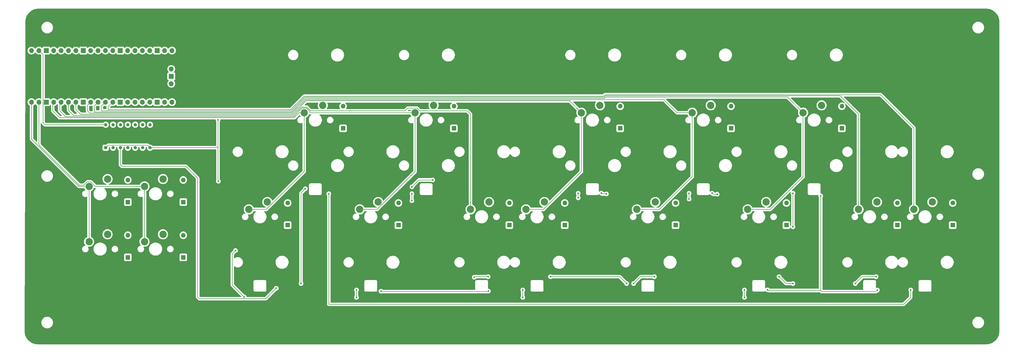
<source format=gbl>
G04 #@! TF.GenerationSoftware,KiCad,Pcbnew,8.0.3*
G04 #@! TF.CreationDate,2024-07-07T23:06:26-07:00*
G04 #@! TF.ProjectId,melokey,6d656c6f-6b65-4792-9e6b-696361645f70,rev?*
G04 #@! TF.SameCoordinates,Original*
G04 #@! TF.FileFunction,Copper,L2,Bot*
G04 #@! TF.FilePolarity,Positive*
%FSLAX46Y46*%
G04 Gerber Fmt 4.6, Leading zero omitted, Abs format (unit mm)*
G04 Created by KiCad (PCBNEW 8.0.3) date 2024-07-07 23:06:26*
%MOMM*%
%LPD*%
G01*
G04 APERTURE LIST*
G04 #@! TA.AperFunction,ComponentPad*
%ADD10C,2.500000*%
G04 #@! TD*
G04 #@! TA.AperFunction,ComponentPad*
%ADD11R,1.140000X1.140000*%
G04 #@! TD*
G04 #@! TA.AperFunction,ComponentPad*
%ADD12C,1.140000*%
G04 #@! TD*
G04 #@! TA.AperFunction,ComponentPad*
%ADD13O,1.700000X1.700000*%
G04 #@! TD*
G04 #@! TA.AperFunction,ComponentPad*
%ADD14R,1.700000X1.700000*%
G04 #@! TD*
G04 #@! TA.AperFunction,ComponentPad*
%ADD15R,1.600000X1.600000*%
G04 #@! TD*
G04 #@! TA.AperFunction,ComponentPad*
%ADD16O,1.600000X1.600000*%
G04 #@! TD*
G04 #@! TA.AperFunction,ViaPad*
%ADD17C,0.600000*%
G04 #@! TD*
G04 #@! TA.AperFunction,Conductor*
%ADD18C,0.200000*%
G04 #@! TD*
G04 APERTURE END LIST*
D10*
G04 #@! TO.P,SW9,1,1*
G04 #@! TO.N,col3*
X153193750Y-169227500D03*
G04 #@! TO.P,SW9,2,2*
G04 #@! TO.N,Net-(D9-A)*
X159543750Y-166687500D03*
G04 #@! TD*
G04 #@! TO.P,SW17,1,1*
G04 #@! TO.N,col2*
X98266250Y-213678750D03*
G04 #@! TO.P,SW17,2,2*
G04 #@! TO.N,Net-(D17-A)*
X104616250Y-211138750D03*
G04 #@! TD*
G04 #@! TO.P,SW8,1,1*
G04 #@! TO.N,col10*
X362743750Y-202565000D03*
G04 #@! TO.P,SW8,2,2*
G04 #@! TO.N,Net-(D8-A)*
X369093750Y-200025000D03*
G04 #@! TD*
G04 #@! TO.P,SW2,1,1*
G04 #@! TO.N,col4*
X172243750Y-202565000D03*
G04 #@! TO.P,SW2,2,2*
G04 #@! TO.N,Net-(D2-A)*
X178593750Y-200025000D03*
G04 #@! TD*
G04 #@! TO.P,SW13,1,1*
G04 #@! TO.N,col8*
X324643750Y-169227500D03*
G04 #@! TO.P,SW13,2,2*
G04 #@! TO.N,Net-(D13-A)*
X330993750Y-166687500D03*
G04 #@! TD*
G04 #@! TO.P,SW10,1,1*
G04 #@! TO.N,col4*
X191293750Y-169227500D03*
G04 #@! TO.P,SW10,2,2*
G04 #@! TO.N,Net-(D10-A)*
X197643750Y-166687500D03*
G04 #@! TD*
G04 #@! TO.P,SW16,1,1*
G04 #@! TO.N,col1*
X79216250Y-213678750D03*
G04 #@! TO.P,SW16,2,2*
G04 #@! TO.N,Net-(D16-A)*
X85566250Y-211138750D03*
G04 #@! TD*
G04 #@! TO.P,SW15,1,1*
G04 #@! TO.N,col2*
X98266250Y-194628750D03*
G04 #@! TO.P,SW15,2,2*
G04 #@! TO.N,Net-(D15-A)*
X104616250Y-192088750D03*
G04 #@! TD*
G04 #@! TO.P,SW12,1,1*
G04 #@! TO.N,col7*
X286543750Y-169227500D03*
G04 #@! TO.P,SW12,2,2*
G04 #@! TO.N,Net-(D12-A)*
X292893750Y-166687500D03*
G04 #@! TD*
G04 #@! TO.P,SW3,1,1*
G04 #@! TO.N,col5*
X210343750Y-202565000D03*
G04 #@! TO.P,SW3,2,2*
G04 #@! TO.N,Net-(D3-A)*
X216693750Y-200025000D03*
G04 #@! TD*
G04 #@! TO.P,SW7,1,1*
G04 #@! TO.N,col9*
X343693750Y-202565000D03*
G04 #@! TO.P,SW7,2,2*
G04 #@! TO.N,Net-(D7-A)*
X350043750Y-200025000D03*
G04 #@! TD*
D11*
G04 #@! TO.P,U2,1,1~{OE}*
G04 #@! TO.N,GND*
X84931250Y-181296250D03*
D12*
G04 #@! TO.P,U2,2,1A*
G04 #@! TO.N,gpio18*
X87471250Y-181296250D03*
G04 #@! TO.P,U2,3,1Y*
G04 #@! TO.N,output*
X90011250Y-181296250D03*
G04 #@! TO.P,U2,4,2~{OE}*
G04 #@! TO.N,unconnected-(U2-2~{OE}-Pad4)*
X92551250Y-181296250D03*
G04 #@! TO.P,U2,5,2A*
G04 #@! TO.N,unconnected-(U2-2A-Pad5)*
X95091250Y-181296250D03*
G04 #@! TO.P,U2,6,2Y*
G04 #@! TO.N,unconnected-(U2-2Y-Pad6)*
X97631250Y-181296250D03*
G04 #@! TO.P,U2,7,GND*
G04 #@! TO.N,GND*
X100171250Y-181296250D03*
G04 #@! TO.P,U2,8,3Y*
G04 #@! TO.N,unconnected-(U2-3Y-Pad8)*
X100171250Y-173356250D03*
G04 #@! TO.P,U2,9,3A*
G04 #@! TO.N,unconnected-(U2-3A-Pad9)*
X97631250Y-173356250D03*
G04 #@! TO.P,U2,10,3~{OE}*
G04 #@! TO.N,unconnected-(U2-3~{OE}-Pad10)*
X95091250Y-173356250D03*
G04 #@! TO.P,U2,11,4Y*
G04 #@! TO.N,unconnected-(U2-4Y-Pad11)*
X92551250Y-173356250D03*
G04 #@! TO.P,U2,12,4A*
G04 #@! TO.N,unconnected-(U2-4A-Pad12)*
X90011250Y-173356250D03*
G04 #@! TO.P,U2,13,4~{OE}*
G04 #@! TO.N,unconnected-(U2-4~{OE}-Pad13)*
X87471250Y-173356250D03*
G04 #@! TO.P,U2,14,VCC*
G04 #@! TO.N,5v*
X84931250Y-173356250D03*
G04 #@! TD*
D10*
G04 #@! TO.P,SW1,1,1*
G04 #@! TO.N,col3*
X134143750Y-202565000D03*
G04 #@! TO.P,SW1,2,2*
G04 #@! TO.N,Net-(D1-A)*
X140493750Y-200025000D03*
G04 #@! TD*
G04 #@! TO.P,SW4,1,1*
G04 #@! TO.N,col6*
X229393750Y-202565000D03*
G04 #@! TO.P,SW4,2,2*
G04 #@! TO.N,Net-(D4-A)*
X235743750Y-200025000D03*
G04 #@! TD*
D13*
G04 #@! TO.P,U1,1,GPIO0*
G04 #@! TO.N,col1*
X59458750Y-165577500D03*
G04 #@! TO.P,U1,2,GPIO1*
G04 #@! TO.N,col2*
X61998750Y-165577500D03*
D14*
G04 #@! TO.P,U1,3,GND*
G04 #@! TO.N,unconnected-(U1-GND-Pad3)*
X64538750Y-165577500D03*
D13*
G04 #@! TO.P,U1,4,GPIO2*
G04 #@! TO.N,col3*
X67078750Y-165577500D03*
G04 #@! TO.P,U1,5,GPIO3*
G04 #@! TO.N,col4*
X69618750Y-165577500D03*
G04 #@! TO.P,U1,6,GPIO4*
G04 #@! TO.N,col5*
X72158750Y-165577500D03*
G04 #@! TO.P,U1,7,GPIO5*
G04 #@! TO.N,col6*
X74698750Y-165577500D03*
D14*
G04 #@! TO.P,U1,8,GND*
G04 #@! TO.N,unconnected-(U1-GND-Pad8)*
X77238750Y-165577500D03*
D13*
G04 #@! TO.P,U1,9,GPIO6*
G04 #@! TO.N,col7*
X79778750Y-165577500D03*
G04 #@! TO.P,U1,10,GPIO7*
G04 #@! TO.N,col8*
X82318750Y-165577500D03*
G04 #@! TO.P,U1,11,GPIO8*
G04 #@! TO.N,col9*
X84858750Y-165577500D03*
G04 #@! TO.P,U1,12,GPIO9*
G04 #@! TO.N,col10*
X87398750Y-165577500D03*
D14*
G04 #@! TO.P,U1,13,GND*
G04 #@! TO.N,unconnected-(U1-GND-Pad13)*
X89938750Y-165577500D03*
D13*
G04 #@! TO.P,U1,14,GPIO10*
G04 #@! TO.N,row1*
X92478750Y-165577500D03*
G04 #@! TO.P,U1,15,GPIO11*
G04 #@! TO.N,row2*
X95018750Y-165577500D03*
G04 #@! TO.P,U1,16,GPIO12*
G04 #@! TO.N,unconnected-(U1-GPIO12-Pad16)*
X97558750Y-165577500D03*
G04 #@! TO.P,U1,17,GPIO13*
G04 #@! TO.N,unconnected-(U1-GPIO13-Pad17)*
X100098750Y-165577500D03*
D14*
G04 #@! TO.P,U1,18,GND*
G04 #@! TO.N,unconnected-(U1-GND-Pad18)*
X102638750Y-165577500D03*
D13*
G04 #@! TO.P,U1,19,GPIO14*
G04 #@! TO.N,unconnected-(U1-GPIO14-Pad19)*
X105178750Y-165577500D03*
G04 #@! TO.P,U1,20,GPIO15*
G04 #@! TO.N,unconnected-(U1-GPIO15-Pad20)*
X107718750Y-165577500D03*
G04 #@! TO.P,U1,21,GPIO16*
G04 #@! TO.N,unconnected-(U1-GPIO16-Pad21)*
X107718750Y-147797500D03*
G04 #@! TO.P,U1,22,GPIO17*
G04 #@! TO.N,unconnected-(U1-GPIO17-Pad22)*
X105178750Y-147797500D03*
D14*
G04 #@! TO.P,U1,23,GND*
G04 #@! TO.N,unconnected-(U1-GND-Pad23)*
X102638750Y-147797500D03*
D13*
G04 #@! TO.P,U1,24,GPIO18*
G04 #@! TO.N,unconnected-(U1-GPIO18-Pad24)*
X100098750Y-147797500D03*
G04 #@! TO.P,U1,25,GPIO19*
G04 #@! TO.N,unconnected-(U1-GPIO19-Pad25)*
X97558750Y-147797500D03*
G04 #@! TO.P,U1,26,GPIO20*
G04 #@! TO.N,unconnected-(U1-GPIO20-Pad26)*
X95018750Y-147797500D03*
G04 #@! TO.P,U1,27,GPIO21*
G04 #@! TO.N,unconnected-(U1-GPIO21-Pad27)*
X92478750Y-147797500D03*
D14*
G04 #@! TO.P,U1,28,GND*
G04 #@! TO.N,unconnected-(U1-GND-Pad28)*
X89938750Y-147797500D03*
D13*
G04 #@! TO.P,U1,29,GPIO22*
G04 #@! TO.N,unconnected-(U1-GPIO22-Pad29)*
X87398750Y-147797500D03*
G04 #@! TO.P,U1,30,RUN*
G04 #@! TO.N,unconnected-(U1-RUN-Pad30)*
X84858750Y-147797500D03*
G04 #@! TO.P,U1,31,GPIO26_ADC0*
G04 #@! TO.N,unconnected-(U1-GPIO26_ADC0-Pad31)*
X82318750Y-147797500D03*
G04 #@! TO.P,U1,32,GPIO27_ADC1*
G04 #@! TO.N,unconnected-(U1-GPIO27_ADC1-Pad32)*
X79778750Y-147797500D03*
D14*
G04 #@! TO.P,U1,33,AGND*
G04 #@! TO.N,unconnected-(U1-AGND-Pad33)*
X77238750Y-147797500D03*
D13*
G04 #@! TO.P,U1,34,GPIO28_ADC2*
G04 #@! TO.N,unconnected-(U1-GPIO28_ADC2-Pad34)*
X74698750Y-147797500D03*
G04 #@! TO.P,U1,35,ADC_VREF*
G04 #@! TO.N,unconnected-(U1-ADC_VREF-Pad35)*
X72158750Y-147797500D03*
G04 #@! TO.P,U1,36,3V3*
G04 #@! TO.N,unconnected-(U1-3V3-Pad36)*
X69618750Y-147797500D03*
G04 #@! TO.P,U1,37,3V3_EN*
G04 #@! TO.N,unconnected-(U1-3V3_EN-Pad37)*
X67078750Y-147797500D03*
D14*
G04 #@! TO.P,U1,38,GND*
G04 #@! TO.N,unconnected-(U1-GND-Pad38)*
X64538750Y-147797500D03*
D13*
G04 #@! TO.P,U1,39,VSYS*
G04 #@! TO.N,5v*
X61998750Y-147797500D03*
G04 #@! TO.P,U1,40,VBUS*
G04 #@! TO.N,unconnected-(U1-VBUS-Pad40)*
X59458750Y-147797500D03*
G04 #@! TO.P,U1,41,SWCLK*
G04 #@! TO.N,unconnected-(U1-SWCLK-Pad41)*
X107488750Y-159227500D03*
D14*
G04 #@! TO.P,U1,42,GND*
G04 #@! TO.N,GND*
X107488750Y-156687500D03*
D13*
G04 #@! TO.P,U1,43,SWDIO*
G04 #@! TO.N,unconnected-(U1-SWDIO-Pad43)*
X107488750Y-154147500D03*
G04 #@! TD*
D10*
G04 #@! TO.P,SW6,1,1*
G04 #@! TO.N,col8*
X305593750Y-202565000D03*
G04 #@! TO.P,SW6,2,2*
G04 #@! TO.N,Net-(D6-A)*
X311943750Y-200025000D03*
G04 #@! TD*
G04 #@! TO.P,SW5,1,1*
G04 #@! TO.N,col7*
X267493750Y-202565000D03*
G04 #@! TO.P,SW5,2,2*
G04 #@! TO.N,Net-(D5-A)*
X273843750Y-200025000D03*
G04 #@! TD*
G04 #@! TO.P,SW14,1,1*
G04 #@! TO.N,col1*
X79216250Y-194628750D03*
G04 #@! TO.P,SW14,2,2*
G04 #@! TO.N,Net-(D14-A)*
X85566250Y-192088750D03*
G04 #@! TD*
G04 #@! TO.P,SW11,1,1*
G04 #@! TO.N,col6*
X248443750Y-169227500D03*
G04 #@! TO.P,SW11,2,2*
G04 #@! TO.N,Net-(D11-A)*
X254793750Y-166687500D03*
G04 #@! TD*
D15*
G04 #@! TO.P,D17,1,K*
G04 #@! TO.N,row2*
X111601250Y-219076250D03*
D16*
G04 #@! TO.P,D17,2,A*
G04 #@! TO.N,Net-(D17-A)*
X111601250Y-211456250D03*
G04 #@! TD*
D15*
G04 #@! TO.P,D11,1,K*
G04 #@! TO.N,row1*
X261778750Y-174625000D03*
D16*
G04 #@! TO.P,D11,2,A*
G04 #@! TO.N,Net-(D11-A)*
X261778750Y-167005000D03*
G04 #@! TD*
D15*
G04 #@! TO.P,D4,1,K*
G04 #@! TO.N,row2*
X242728750Y-207962500D03*
D16*
G04 #@! TO.P,D4,2,A*
G04 #@! TO.N,Net-(D4-A)*
X242728750Y-200342500D03*
G04 #@! TD*
D15*
G04 #@! TO.P,D10,1,K*
G04 #@! TO.N,row1*
X204628750Y-174625000D03*
D16*
G04 #@! TO.P,D10,2,A*
G04 #@! TO.N,Net-(D10-A)*
X204628750Y-167005000D03*
G04 #@! TD*
D15*
G04 #@! TO.P,D14,1,K*
G04 #@! TO.N,row1*
X92551250Y-200026250D03*
D16*
G04 #@! TO.P,D14,2,A*
G04 #@! TO.N,Net-(D14-A)*
X92551250Y-192406250D03*
G04 #@! TD*
D15*
G04 #@! TO.P,D8,1,K*
G04 #@! TO.N,row2*
X376078750Y-207962500D03*
D16*
G04 #@! TO.P,D8,2,A*
G04 #@! TO.N,Net-(D8-A)*
X376078750Y-200342500D03*
G04 #@! TD*
D15*
G04 #@! TO.P,D15,1,K*
G04 #@! TO.N,row1*
X111601250Y-200026250D03*
D16*
G04 #@! TO.P,D15,2,A*
G04 #@! TO.N,Net-(D15-A)*
X111601250Y-192406250D03*
G04 #@! TD*
D15*
G04 #@! TO.P,D2,1,K*
G04 #@! TO.N,row2*
X185578750Y-207962500D03*
D16*
G04 #@! TO.P,D2,2,A*
G04 #@! TO.N,Net-(D2-A)*
X185578750Y-200342500D03*
G04 #@! TD*
D15*
G04 #@! TO.P,D3,1,K*
G04 #@! TO.N,row2*
X223678750Y-207962500D03*
D16*
G04 #@! TO.P,D3,2,A*
G04 #@! TO.N,Net-(D3-A)*
X223678750Y-200342500D03*
G04 #@! TD*
D15*
G04 #@! TO.P,D12,1,K*
G04 #@! TO.N,row1*
X299878750Y-174625000D03*
D16*
G04 #@! TO.P,D12,2,A*
G04 #@! TO.N,Net-(D12-A)*
X299878750Y-167005000D03*
G04 #@! TD*
D15*
G04 #@! TO.P,D1,1,K*
G04 #@! TO.N,row2*
X147478750Y-207962500D03*
D16*
G04 #@! TO.P,D1,2,A*
G04 #@! TO.N,Net-(D1-A)*
X147478750Y-200342500D03*
G04 #@! TD*
D15*
G04 #@! TO.P,D7,1,K*
G04 #@! TO.N,row2*
X357028750Y-207962500D03*
D16*
G04 #@! TO.P,D7,2,A*
G04 #@! TO.N,Net-(D7-A)*
X357028750Y-200342500D03*
G04 #@! TD*
D15*
G04 #@! TO.P,D13,1,K*
G04 #@! TO.N,row1*
X337978750Y-174625000D03*
D16*
G04 #@! TO.P,D13,2,A*
G04 #@! TO.N,Net-(D13-A)*
X337978750Y-167005000D03*
G04 #@! TD*
D15*
G04 #@! TO.P,D5,1,K*
G04 #@! TO.N,row2*
X280828750Y-207962500D03*
D16*
G04 #@! TO.P,D5,2,A*
G04 #@! TO.N,Net-(D5-A)*
X280828750Y-200342500D03*
G04 #@! TD*
D15*
G04 #@! TO.P,D16,1,K*
G04 #@! TO.N,row2*
X92551250Y-219076250D03*
D16*
G04 #@! TO.P,D16,2,A*
G04 #@! TO.N,Net-(D16-A)*
X92551250Y-211456250D03*
G04 #@! TD*
D15*
G04 #@! TO.P,D6,1,K*
G04 #@! TO.N,row2*
X318928750Y-207962500D03*
D16*
G04 #@! TO.P,D6,2,A*
G04 #@! TO.N,Net-(D6-A)*
X318928750Y-200342500D03*
G04 #@! TD*
D15*
G04 #@! TO.P,D9,1,K*
G04 #@! TO.N,row1*
X166528750Y-174625000D03*
D16*
G04 #@! TO.P,D9,2,A*
G04 #@! TO.N,Net-(D9-A)*
X166528750Y-167005000D03*
G04 #@! TD*
D17*
G04 #@! TO.N,power*
X153551250Y-195419998D03*
X273526250Y-225743750D03*
X190182500Y-194787500D03*
X197326250Y-192406250D03*
X152082500Y-228125000D03*
X342582500Y-228125000D03*
X264001250Y-228125000D03*
X321151250Y-208562500D03*
X216376250Y-225743750D03*
X237807500Y-225743750D03*
X349726250Y-225743750D03*
X316388750Y-225743750D03*
X321151250Y-228125000D03*
X211613750Y-225943750D03*
X266382500Y-228125000D03*
X321151250Y-196980000D03*
G04 #@! TO.N,output*
X143551250Y-229737500D03*
G04 #@! TO.N,GND*
X132551250Y-232737500D03*
X216486206Y-230717501D03*
X330676250Y-197875000D03*
X123670633Y-192856883D03*
X295120515Y-197331765D03*
X255263750Y-196940000D03*
X257034037Y-197226475D03*
X293363750Y-196940000D03*
X123551250Y-171737500D03*
X350183727Y-230369977D03*
X129551250Y-216737500D03*
X179551250Y-230737500D03*
X312413750Y-230277500D03*
G04 #@! TO.N,Net-(D19-DOUT)*
X171132500Y-232887500D03*
X171132500Y-230317500D03*
G04 #@! TO.N,Net-(D21-DOUT)*
X228282500Y-230317500D03*
X228282500Y-232887500D03*
G04 #@! TO.N,Net-(D23-DOUT)*
X304482500Y-230317500D03*
X304482500Y-232887500D03*
G04 #@! TO.N,Net-(D25-DOUT)*
X161607500Y-197168750D03*
X361632500Y-230317500D03*
G04 #@! TO.N,Net-(D27-DOUT)*
X190182500Y-199550000D03*
X190182500Y-197168750D03*
G04 #@! TO.N,Net-(D28-DOUT)*
X247332500Y-196980000D03*
X247332500Y-198580000D03*
G04 #@! TO.N,Net-(D29-DOUT)*
X285432500Y-196980000D03*
X285432500Y-198980000D03*
G04 #@! TD*
D18*
G04 #@! TO.N,power*
X261620000Y-225743750D02*
X264001250Y-228125000D01*
X268763750Y-225743750D02*
X266382500Y-228125000D01*
X273526250Y-225743750D02*
X268763750Y-225743750D01*
X349726250Y-225743750D02*
X344963750Y-225743750D01*
X318770000Y-228125000D02*
X321151250Y-228125000D01*
X152082500Y-228125000D02*
X152082500Y-196888748D01*
X237807500Y-225743750D02*
X261620000Y-225743750D01*
X321151250Y-208562500D02*
X321151250Y-196980000D01*
X197326250Y-192406250D02*
X192563750Y-192406250D01*
X192563750Y-192406250D02*
X190182500Y-194787500D01*
X152082500Y-196888748D02*
X153551250Y-195419998D01*
X216376250Y-225743750D02*
X211813750Y-225743750D01*
X316388750Y-225743750D02*
X318770000Y-228125000D01*
X344963750Y-225743750D02*
X342582500Y-228125000D01*
X211813750Y-225743750D02*
X211613750Y-225943750D01*
G04 #@! TO.N,output*
X139951250Y-233337500D02*
X117151250Y-233337500D01*
X90551250Y-187737500D02*
X90011250Y-187197500D01*
X116551250Y-191737500D02*
X112551250Y-187737500D01*
X116551250Y-232737500D02*
X116551250Y-191737500D01*
X90011250Y-187197500D02*
X90011250Y-181296250D01*
X112551250Y-187737500D02*
X90551250Y-187737500D01*
X117151250Y-233337500D02*
X116551250Y-232737500D01*
X143551250Y-229737500D02*
X139951250Y-233337500D01*
G04 #@! TO.N,GND*
X216486206Y-230717501D02*
X216286207Y-230917500D01*
X312642500Y-230506250D02*
X312413750Y-230277500D01*
X293755515Y-197331765D02*
X293363750Y-196940000D01*
X128474750Y-228661000D02*
X132551250Y-232737500D01*
X123670633Y-192856883D02*
X123551250Y-192737500D01*
X216286207Y-230917500D02*
X179731250Y-230917500D01*
X123551250Y-180737500D02*
X123551250Y-171737500D01*
X331087500Y-230917500D02*
X330676250Y-230506250D01*
X129551250Y-216737500D02*
X128474750Y-217814000D01*
X128474750Y-217814000D02*
X128474750Y-228661000D01*
X330676250Y-230506250D02*
X312642500Y-230506250D01*
X85801250Y-180426250D02*
X99301250Y-180426250D01*
X100171250Y-181296250D02*
X122992500Y-181296250D01*
X99301250Y-180426250D02*
X100171250Y-181296250D01*
X295120515Y-197331765D02*
X293755515Y-197331765D01*
X349636204Y-230917500D02*
X331087500Y-230917500D01*
X350183727Y-230369977D02*
X349636204Y-230917500D01*
X179731250Y-230917500D02*
X179551250Y-230737500D01*
X122992500Y-181296250D02*
X123551250Y-180737500D01*
X255263750Y-196940000D02*
X255550225Y-197226475D01*
X123551250Y-192737500D02*
X123551250Y-180737500D01*
X255550225Y-197226475D02*
X257034037Y-197226475D01*
X330676250Y-197875000D02*
X330676250Y-230506250D01*
X84931250Y-181296250D02*
X85801250Y-180426250D01*
G04 #@! TO.N,Net-(D19-DOUT)*
X171132500Y-232887500D02*
X171132500Y-230317500D01*
G04 #@! TO.N,Net-(D21-DOUT)*
X228282500Y-232887500D02*
X228282500Y-230317500D01*
G04 #@! TO.N,Net-(D23-DOUT)*
X304482500Y-232887500D02*
X304482500Y-230317500D01*
G04 #@! TO.N,Net-(D25-DOUT)*
X359251250Y-235268750D02*
X361632500Y-232887500D01*
X161607500Y-235268750D02*
X359251250Y-235268750D01*
X361632500Y-232887500D02*
X361632500Y-230317500D01*
X161607500Y-197168750D02*
X161607500Y-235268750D01*
G04 #@! TO.N,Net-(D27-DOUT)*
X190182500Y-199550000D02*
X190182500Y-197168750D01*
G04 #@! TO.N,Net-(D28-DOUT)*
X247332500Y-198580000D02*
X247332500Y-196980000D01*
G04 #@! TO.N,Net-(D29-DOUT)*
X285432500Y-198980000D02*
X285432500Y-196980000D01*
G04 #@! TO.N,col3*
X153193750Y-189517032D02*
X140145782Y-202565000D01*
X153193750Y-169227500D02*
X151448750Y-169227500D01*
X151448750Y-169227500D02*
X149701250Y-170975000D01*
X140145782Y-202565000D02*
X134143750Y-202565000D01*
X66761250Y-166212500D02*
X67078750Y-165895000D01*
X153193750Y-169227500D02*
X153193750Y-189517032D01*
X69142500Y-170975000D02*
X66761250Y-168593750D01*
X149701250Y-170975000D02*
X69142500Y-170975000D01*
X67078750Y-165895000D02*
X67078750Y-165577500D01*
X66761250Y-168593750D02*
X66761250Y-166212500D01*
G04 #@! TO.N,col2*
X61998750Y-180338064D02*
X61998750Y-165577500D01*
X98266250Y-194628750D02*
X81408282Y-194628750D01*
X81408282Y-194628750D02*
X79858282Y-193078750D01*
X75889436Y-194228750D02*
X61998750Y-180338064D01*
X77424218Y-194228750D02*
X75889436Y-194228750D01*
X79858282Y-193078750D02*
X78574218Y-193078750D01*
X78574218Y-193078750D02*
X77424218Y-194228750D01*
X98266250Y-194628750D02*
X98266250Y-213678750D01*
G04 #@! TO.N,col1*
X59458750Y-178363750D02*
X59458750Y-165577500D01*
X79216250Y-194628750D02*
X75723750Y-194628750D01*
X75723750Y-194628750D02*
X59458750Y-178363750D01*
X79216250Y-194628750D02*
X79216250Y-213678750D01*
G04 #@! TO.N,col6*
X74698750Y-165577500D02*
X74698750Y-168187500D01*
X74698750Y-168187500D02*
X76286250Y-169775000D01*
X248443750Y-189517032D02*
X235395782Y-202565000D01*
X149204192Y-169775000D02*
X153841692Y-165137500D01*
X153841692Y-165137500D02*
X244353750Y-165137500D01*
X244353750Y-165137500D02*
X248443750Y-169227500D01*
X248443750Y-169227500D02*
X248443750Y-189517032D01*
X235395782Y-202565000D02*
X229393750Y-202565000D01*
X76286250Y-169775000D02*
X149204192Y-169775000D01*
G04 #@! TO.N,col7*
X275273750Y-202565000D02*
X267493750Y-202565000D01*
X79448750Y-169375000D02*
X149038506Y-169375000D01*
X286543750Y-191295000D02*
X275273750Y-202565000D01*
X78667500Y-166688750D02*
X78667500Y-168593750D01*
X79778750Y-165577500D02*
X78667500Y-166688750D01*
X78667500Y-168593750D02*
X79448750Y-169375000D01*
X153676006Y-164737500D02*
X276813750Y-164737500D01*
X276813750Y-164737500D02*
X281303750Y-169227500D01*
X149038506Y-169375000D02*
X153676006Y-164737500D01*
X286543750Y-169227500D02*
X286543750Y-191295000D01*
X281303750Y-169227500D02*
X286543750Y-169227500D01*
G04 #@! TO.N,col4*
X69618750Y-165577500D02*
X69618750Y-165736250D01*
X153835782Y-167677500D02*
X155385782Y-169227500D01*
X191293750Y-189517032D02*
X178245782Y-202565000D01*
X155385782Y-169227500D02*
X191293750Y-169227500D01*
X191293750Y-169227500D02*
X191293750Y-189517032D01*
X71123750Y-170575000D02*
X149535564Y-170575000D01*
X152433064Y-167677500D02*
X153835782Y-167677500D01*
X69618750Y-165736250D02*
X69142500Y-166212500D01*
X69142500Y-168593750D02*
X71123750Y-170575000D01*
X149535564Y-170575000D02*
X152433064Y-167677500D01*
X178245782Y-202565000D02*
X172243750Y-202565000D01*
X69142500Y-166212500D02*
X69142500Y-168593750D01*
G04 #@! TO.N,col8*
X82318750Y-165577500D02*
X81048750Y-166847500D01*
X256351250Y-164337500D02*
X256857500Y-163831250D01*
X313373750Y-202565000D02*
X305593750Y-202565000D01*
X319247500Y-163831250D02*
X324643750Y-169227500D01*
X148872820Y-168975000D02*
X153510320Y-164337500D01*
X81048750Y-168975000D02*
X148872820Y-168975000D01*
X153510320Y-164337500D02*
X256351250Y-164337500D01*
X81048750Y-166847500D02*
X81048750Y-168975000D01*
X324643750Y-169227500D02*
X324643750Y-191295000D01*
X324643750Y-191295000D02*
X313373750Y-202565000D01*
X256857500Y-163831250D02*
X319247500Y-163831250D01*
G04 #@! TO.N,col5*
X72158750Y-168428750D02*
X73905000Y-170175000D01*
X73905000Y-170175000D02*
X149369878Y-170175000D01*
X188717500Y-167677500D02*
X191935782Y-167677500D01*
X187801250Y-168593750D02*
X188717500Y-167677500D01*
X155317718Y-168593750D02*
X187801250Y-168593750D01*
X154001468Y-167277500D02*
X155317718Y-168593750D01*
X210343750Y-169705000D02*
X210343750Y-202565000D01*
X192852032Y-168593750D02*
X209232500Y-168593750D01*
X191935782Y-167677500D02*
X192852032Y-168593750D01*
X149369878Y-170175000D02*
X152267378Y-167277500D01*
X72158750Y-165577500D02*
X72158750Y-168428750D01*
X152267378Y-167277500D02*
X154001468Y-167277500D01*
X209232500Y-168593750D02*
X210343750Y-169705000D01*
G04 #@! TO.N,5v*
X64070000Y-173356250D02*
X63388750Y-172675000D01*
X63388750Y-172675000D02*
X63388750Y-149187500D01*
X84931250Y-173356250D02*
X64070000Y-173356250D01*
X63388750Y-149187500D02*
X61998750Y-147797500D01*
G04 #@! TO.N,col9*
X83430000Y-167006250D02*
X83430000Y-168575000D01*
X84858750Y-165577500D02*
X83430000Y-167006250D01*
X148707134Y-168575000D02*
X153344634Y-163937500D01*
X337420000Y-163431250D02*
X343693750Y-169705000D01*
X256185564Y-163937500D02*
X256691814Y-163431250D01*
X256691814Y-163431250D02*
X337420000Y-163431250D01*
X153344634Y-163937500D02*
X256185564Y-163937500D01*
X343693750Y-169705000D02*
X343693750Y-202565000D01*
X83430000Y-168575000D02*
X148707134Y-168575000D01*
G04 #@! TO.N,col10*
X351307500Y-163031250D02*
X362743750Y-174467500D01*
X153178948Y-163537500D02*
X256019878Y-163537500D01*
X87398750Y-165577500D02*
X85811250Y-167165000D01*
X256526128Y-163031250D02*
X351307500Y-163031250D01*
X148541448Y-168175000D02*
X153178948Y-163537500D01*
X85811250Y-167165000D02*
X85811250Y-168175000D01*
X362743750Y-174467500D02*
X362743750Y-202565000D01*
X256019878Y-163537500D02*
X256526128Y-163031250D01*
X85811250Y-168175000D02*
X148541448Y-168175000D01*
G04 #@! TD*
G04 #@! TA.AperFunction,NonConductor*
G36*
X387522863Y-133375501D02*
G01*
X387586050Y-133375500D01*
X387591457Y-133375617D01*
X387975511Y-133392382D01*
X387986284Y-133393324D01*
X388364737Y-133443146D01*
X388375352Y-133445017D01*
X388748043Y-133527637D01*
X388758480Y-133530434D01*
X389122527Y-133645214D01*
X389132690Y-133648913D01*
X389485345Y-133794984D01*
X389495125Y-133799544D01*
X389760892Y-133937892D01*
X389833725Y-133975806D01*
X389843093Y-133981215D01*
X390165017Y-134186300D01*
X390173879Y-134192505D01*
X390476705Y-134424868D01*
X390484992Y-134431821D01*
X390766419Y-134689699D01*
X390774068Y-134697348D01*
X391031950Y-134978774D01*
X391038900Y-134987057D01*
X391092546Y-135056969D01*
X391271270Y-135289884D01*
X391277475Y-135298746D01*
X391482563Y-135620668D01*
X391487972Y-135630036D01*
X391664225Y-135968613D01*
X391668797Y-135978417D01*
X391814871Y-136331067D01*
X391818571Y-136341232D01*
X391933352Y-136705270D01*
X391936152Y-136715719D01*
X392018771Y-137088385D01*
X392020649Y-137099039D01*
X392070471Y-137477470D01*
X392071414Y-137488246D01*
X392088132Y-137871151D01*
X392088250Y-137876560D01*
X392088250Y-244484229D01*
X392088249Y-244484251D01*
X392088249Y-244553551D01*
X392088131Y-244558959D01*
X392071367Y-244943007D01*
X392070424Y-244953783D01*
X392020606Y-245332215D01*
X392018728Y-245342869D01*
X391936114Y-245715529D01*
X391933314Y-245725978D01*
X391818535Y-246090018D01*
X391814835Y-246100183D01*
X391668769Y-246452824D01*
X391664198Y-246462628D01*
X391487946Y-246801208D01*
X391482537Y-246810577D01*
X391277445Y-247132507D01*
X391271240Y-247141368D01*
X391038880Y-247444187D01*
X391031926Y-247452474D01*
X390774048Y-247733899D01*
X390766399Y-247741548D01*
X390484974Y-247999426D01*
X390476687Y-248006380D01*
X390173868Y-248238740D01*
X390165007Y-248244945D01*
X389843077Y-248450037D01*
X389833708Y-248455446D01*
X389495128Y-248631698D01*
X389485324Y-248636269D01*
X389132683Y-248782335D01*
X389122518Y-248786035D01*
X388758478Y-248900814D01*
X388748029Y-248903614D01*
X388375369Y-248986228D01*
X388364715Y-248988106D01*
X387986283Y-249037924D01*
X387975507Y-249038867D01*
X387591459Y-249055631D01*
X387586051Y-249055749D01*
X387515269Y-249055749D01*
X387515253Y-249055750D01*
X61591456Y-249055750D01*
X61586047Y-249055632D01*
X61201999Y-249038864D01*
X61191223Y-249037921D01*
X60812792Y-248988099D01*
X60802139Y-248986221D01*
X60429477Y-248903604D01*
X60419028Y-248900804D01*
X60054994Y-248786025D01*
X60044828Y-248782325D01*
X59692177Y-248636252D01*
X59682373Y-248631680D01*
X59343807Y-248455433D01*
X59334439Y-248450025D01*
X59012505Y-248244931D01*
X59003644Y-248238726D01*
X58700819Y-248006360D01*
X58692532Y-247999406D01*
X58411114Y-247741534D01*
X58403465Y-247733885D01*
X58145593Y-247452467D01*
X58138639Y-247444180D01*
X57906273Y-247141355D01*
X57900068Y-247132494D01*
X57799175Y-246974124D01*
X57694973Y-246810559D01*
X57689566Y-246801192D01*
X57513316Y-246462619D01*
X57508747Y-246452822D01*
X57362674Y-246100171D01*
X57358974Y-246090005D01*
X57244192Y-245725960D01*
X57241397Y-245715529D01*
X57158775Y-245342847D01*
X57156902Y-245332221D01*
X57107076Y-244953756D01*
X57106136Y-244943007D01*
X57089374Y-244559105D01*
X57089257Y-244553434D01*
X57089402Y-244490363D01*
X57096106Y-241556248D01*
X62826890Y-241556248D01*
X62826890Y-241556251D01*
X62847304Y-241841683D01*
X62908128Y-242121287D01*
X63008135Y-242389416D01*
X63145270Y-242640559D01*
X63145275Y-242640567D01*
X63316754Y-242869637D01*
X63316770Y-242869655D01*
X63519094Y-243071979D01*
X63519112Y-243071995D01*
X63748182Y-243243474D01*
X63748190Y-243243479D01*
X63999333Y-243380614D01*
X63999332Y-243380614D01*
X63999336Y-243380615D01*
X63999339Y-243380617D01*
X64267454Y-243480619D01*
X64267460Y-243480620D01*
X64267462Y-243480621D01*
X64547066Y-243541445D01*
X64547068Y-243541445D01*
X64547072Y-243541446D01*
X64800720Y-243559587D01*
X64832499Y-243561860D01*
X64832500Y-243561860D01*
X64832501Y-243561860D01*
X64861095Y-243559814D01*
X65117928Y-243541446D01*
X65397546Y-243480619D01*
X65665661Y-243380617D01*
X65916815Y-243243476D01*
X66145895Y-243071989D01*
X66348239Y-242869645D01*
X66519726Y-242640565D01*
X66656867Y-242389411D01*
X66756869Y-242121296D01*
X66817696Y-241841678D01*
X66838110Y-241556250D01*
X66838110Y-241556248D01*
X382826890Y-241556248D01*
X382826890Y-241556251D01*
X382847304Y-241841683D01*
X382908128Y-242121287D01*
X383008135Y-242389416D01*
X383145270Y-242640559D01*
X383145275Y-242640567D01*
X383316754Y-242869637D01*
X383316770Y-242869655D01*
X383519094Y-243071979D01*
X383519112Y-243071995D01*
X383748182Y-243243474D01*
X383748190Y-243243479D01*
X383999333Y-243380614D01*
X383999332Y-243380614D01*
X383999336Y-243380615D01*
X383999339Y-243380617D01*
X384267454Y-243480619D01*
X384267460Y-243480620D01*
X384267462Y-243480621D01*
X384547066Y-243541445D01*
X384547068Y-243541445D01*
X384547072Y-243541446D01*
X384800720Y-243559587D01*
X384832499Y-243561860D01*
X384832500Y-243561860D01*
X384832501Y-243561860D01*
X384861095Y-243559814D01*
X385117928Y-243541446D01*
X385397546Y-243480619D01*
X385665661Y-243380617D01*
X385916815Y-243243476D01*
X386145895Y-243071989D01*
X386348239Y-242869645D01*
X386519726Y-242640565D01*
X386656867Y-242389411D01*
X386756869Y-242121296D01*
X386817696Y-241841678D01*
X386838110Y-241556250D01*
X386817696Y-241270822D01*
X386756869Y-240991204D01*
X386656867Y-240723089D01*
X386519726Y-240471935D01*
X386519724Y-240471932D01*
X386348245Y-240242862D01*
X386348229Y-240242844D01*
X386145905Y-240040520D01*
X386145887Y-240040504D01*
X385916817Y-239869025D01*
X385916809Y-239869020D01*
X385665666Y-239731885D01*
X385665667Y-239731885D01*
X385558415Y-239691882D01*
X385397546Y-239631881D01*
X385397543Y-239631880D01*
X385397537Y-239631878D01*
X385117933Y-239571054D01*
X384832501Y-239550640D01*
X384832499Y-239550640D01*
X384547066Y-239571054D01*
X384267462Y-239631878D01*
X383999333Y-239731885D01*
X383748190Y-239869020D01*
X383748182Y-239869025D01*
X383519112Y-240040504D01*
X383519094Y-240040520D01*
X383316770Y-240242844D01*
X383316754Y-240242862D01*
X383145275Y-240471932D01*
X383145270Y-240471940D01*
X383008135Y-240723083D01*
X382908128Y-240991212D01*
X382847304Y-241270816D01*
X382826890Y-241556248D01*
X66838110Y-241556248D01*
X66817696Y-241270822D01*
X66756869Y-240991204D01*
X66656867Y-240723089D01*
X66519726Y-240471935D01*
X66519724Y-240471932D01*
X66348245Y-240242862D01*
X66348229Y-240242844D01*
X66145905Y-240040520D01*
X66145887Y-240040504D01*
X65916817Y-239869025D01*
X65916809Y-239869020D01*
X65665666Y-239731885D01*
X65665667Y-239731885D01*
X65558415Y-239691882D01*
X65397546Y-239631881D01*
X65397543Y-239631880D01*
X65397537Y-239631878D01*
X65117933Y-239571054D01*
X64832501Y-239550640D01*
X64832499Y-239550640D01*
X64547066Y-239571054D01*
X64267462Y-239631878D01*
X63999333Y-239731885D01*
X63748190Y-239869020D01*
X63748182Y-239869025D01*
X63519112Y-240040504D01*
X63519094Y-240040520D01*
X63316770Y-240242844D01*
X63316754Y-240242862D01*
X63145275Y-240471932D01*
X63145270Y-240471940D01*
X63008135Y-240723083D01*
X62908128Y-240991212D01*
X62847304Y-241270816D01*
X62826890Y-241556248D01*
X57096106Y-241556248D01*
X57211490Y-191056248D01*
X62826890Y-191056248D01*
X62826890Y-191056251D01*
X62847304Y-191341683D01*
X62908128Y-191621287D01*
X62908130Y-191621293D01*
X62908131Y-191621296D01*
X62999762Y-191866967D01*
X63008135Y-191889416D01*
X63145270Y-192140559D01*
X63145275Y-192140567D01*
X63316754Y-192369637D01*
X63316770Y-192369655D01*
X63519094Y-192571979D01*
X63519112Y-192571995D01*
X63748182Y-192743474D01*
X63748190Y-192743479D01*
X63999333Y-192880614D01*
X63999332Y-192880614D01*
X63999336Y-192880615D01*
X63999339Y-192880617D01*
X64267454Y-192980619D01*
X64267460Y-192980620D01*
X64267462Y-192980621D01*
X64547066Y-193041445D01*
X64547068Y-193041445D01*
X64547072Y-193041446D01*
X64792260Y-193058982D01*
X64832499Y-193061860D01*
X64832500Y-193061860D01*
X64832501Y-193061860D01*
X64872740Y-193058982D01*
X65117928Y-193041446D01*
X65142334Y-193036137D01*
X65397537Y-192980621D01*
X65397537Y-192980620D01*
X65397546Y-192980619D01*
X65665661Y-192880617D01*
X65916815Y-192743476D01*
X66145895Y-192571989D01*
X66348239Y-192369645D01*
X66519726Y-192140565D01*
X66656867Y-191889411D01*
X66756869Y-191621296D01*
X66756959Y-191620881D01*
X66817695Y-191341683D01*
X66817695Y-191341682D01*
X66817696Y-191341678D01*
X66838110Y-191056250D01*
X66817696Y-190770822D01*
X66793682Y-190660433D01*
X66756871Y-190491212D01*
X66756870Y-190491210D01*
X66756869Y-190491204D01*
X66656867Y-190223089D01*
X66519726Y-189971935D01*
X66519724Y-189971932D01*
X66348245Y-189742862D01*
X66348229Y-189742844D01*
X66145905Y-189540520D01*
X66145887Y-189540504D01*
X65916817Y-189369025D01*
X65916809Y-189369020D01*
X65665666Y-189231885D01*
X65665667Y-189231885D01*
X65402023Y-189133551D01*
X65397546Y-189131881D01*
X65397543Y-189131880D01*
X65397537Y-189131878D01*
X65117933Y-189071054D01*
X64832501Y-189050640D01*
X64832499Y-189050640D01*
X64547066Y-189071054D01*
X64267462Y-189131878D01*
X63999333Y-189231885D01*
X63748190Y-189369020D01*
X63748182Y-189369025D01*
X63519112Y-189540504D01*
X63519094Y-189540520D01*
X63316770Y-189742844D01*
X63316754Y-189742862D01*
X63145275Y-189971932D01*
X63145270Y-189971940D01*
X63008135Y-190223083D01*
X62908128Y-190491212D01*
X62847304Y-190770816D01*
X62826890Y-191056248D01*
X57211490Y-191056248D01*
X57310329Y-147797499D01*
X58103091Y-147797499D01*
X58103091Y-147797500D01*
X58123686Y-148032903D01*
X58123688Y-148032913D01*
X58184844Y-148261155D01*
X58184846Y-148261159D01*
X58184847Y-148261163D01*
X58264754Y-148432523D01*
X58284715Y-148475330D01*
X58284717Y-148475334D01*
X58385673Y-148619513D01*
X58420255Y-148668901D01*
X58587349Y-148835995D01*
X58684042Y-148903700D01*
X58780915Y-148971532D01*
X58780917Y-148971533D01*
X58780920Y-148971535D01*
X58995087Y-149071403D01*
X59223342Y-149132563D01*
X59399784Y-149148000D01*
X59458749Y-149153159D01*
X59458750Y-149153159D01*
X59458751Y-149153159D01*
X59517716Y-149148000D01*
X59694158Y-149132563D01*
X59922413Y-149071403D01*
X60136580Y-148971535D01*
X60330151Y-148835995D01*
X60497245Y-148668901D01*
X60627175Y-148483342D01*
X60681752Y-148439717D01*
X60751250Y-148432523D01*
X60813605Y-148464046D01*
X60830325Y-148483342D01*
X60960250Y-148668895D01*
X60960255Y-148668901D01*
X61127349Y-148835995D01*
X61224042Y-148903700D01*
X61320915Y-148971532D01*
X61320917Y-148971533D01*
X61320920Y-148971535D01*
X61535087Y-149071403D01*
X61763342Y-149132563D01*
X61939784Y-149148000D01*
X61998749Y-149153159D01*
X61998750Y-149153159D01*
X61998751Y-149153159D01*
X62057716Y-149148000D01*
X62234158Y-149132563D01*
X62362507Y-149098172D01*
X62432356Y-149099835D01*
X62482281Y-149130266D01*
X62751931Y-149399916D01*
X62785416Y-149461239D01*
X62788250Y-149487597D01*
X62788250Y-164260896D01*
X62768565Y-164327935D01*
X62715761Y-164373690D01*
X62646603Y-164383634D01*
X62611846Y-164373278D01*
X62462419Y-164303599D01*
X62462405Y-164303594D01*
X62234163Y-164242438D01*
X62234153Y-164242436D01*
X61998751Y-164221841D01*
X61998749Y-164221841D01*
X61763346Y-164242436D01*
X61763336Y-164242438D01*
X61535094Y-164303594D01*
X61535085Y-164303598D01*
X61320921Y-164403464D01*
X61320919Y-164403465D01*
X61127347Y-164539005D01*
X60960255Y-164706097D01*
X60830325Y-164891658D01*
X60775748Y-164935283D01*
X60706250Y-164942477D01*
X60643895Y-164910954D01*
X60627175Y-164891658D01*
X60497244Y-164706097D01*
X60330152Y-164539006D01*
X60330145Y-164539001D01*
X60136584Y-164403467D01*
X60136580Y-164403465D01*
X60071844Y-164373278D01*
X59922413Y-164303597D01*
X59922409Y-164303596D01*
X59922405Y-164303594D01*
X59694163Y-164242438D01*
X59694153Y-164242436D01*
X59458751Y-164221841D01*
X59458749Y-164221841D01*
X59223346Y-164242436D01*
X59223336Y-164242438D01*
X58995094Y-164303594D01*
X58995085Y-164303598D01*
X58780921Y-164403464D01*
X58780919Y-164403465D01*
X58587347Y-164539005D01*
X58420255Y-164706097D01*
X58284715Y-164899669D01*
X58284714Y-164899671D01*
X58184848Y-165113835D01*
X58184844Y-165113844D01*
X58123688Y-165342086D01*
X58123686Y-165342096D01*
X58103091Y-165577499D01*
X58103091Y-165577500D01*
X58123686Y-165812903D01*
X58123688Y-165812913D01*
X58184844Y-166041155D01*
X58184846Y-166041159D01*
X58184847Y-166041163D01*
X58242995Y-166165861D01*
X58284715Y-166255330D01*
X58284717Y-166255334D01*
X58352590Y-166352266D01*
X58420255Y-166448901D01*
X58587349Y-166615995D01*
X58669249Y-166673342D01*
X58780915Y-166751532D01*
X58780917Y-166751533D01*
X58780920Y-166751535D01*
X58786648Y-166754206D01*
X58839089Y-166800372D01*
X58858250Y-166866590D01*
X58858250Y-178277080D01*
X58858249Y-178277098D01*
X58858249Y-178442804D01*
X58858248Y-178442804D01*
X58899173Y-178595535D01*
X58928108Y-178645650D01*
X58928109Y-178645654D01*
X58928110Y-178645654D01*
X58978229Y-178732464D01*
X58978231Y-178732467D01*
X59097099Y-178851335D01*
X59097104Y-178851339D01*
X75355034Y-195109270D01*
X75355036Y-195109271D01*
X75355040Y-195109274D01*
X75480216Y-195181543D01*
X75491966Y-195188327D01*
X75644693Y-195229251D01*
X75644695Y-195229251D01*
X75810404Y-195229251D01*
X75810420Y-195229250D01*
X77486897Y-195229250D01*
X77553936Y-195248935D01*
X77599691Y-195301739D01*
X77602308Y-195307907D01*
X77634682Y-195390393D01*
X77634684Y-195390396D01*
X77634685Y-195390399D01*
X77693142Y-195491648D01*
X77765864Y-195617607D01*
X77816983Y-195681708D01*
X77929447Y-195822734D01*
X77935627Y-195828467D01*
X77971383Y-195888494D01*
X77969010Y-195958324D01*
X77929261Y-196015785D01*
X77864756Y-196042634D01*
X77861038Y-196042984D01*
X77857678Y-196043248D01*
X77682693Y-196070964D01*
X77514210Y-196125706D01*
X77514207Y-196125707D01*
X77356359Y-196206136D01*
X77290190Y-196254211D01*
X77213036Y-196310267D01*
X77213034Y-196310269D01*
X77213033Y-196310269D01*
X77087769Y-196435533D01*
X77087769Y-196435534D01*
X77087767Y-196435536D01*
X77043046Y-196497088D01*
X76983636Y-196578859D01*
X76903207Y-196736707D01*
X76903206Y-196736710D01*
X76848464Y-196905193D01*
X76820750Y-197080171D01*
X76820750Y-197257328D01*
X76848464Y-197432306D01*
X76903206Y-197600789D01*
X76903207Y-197600792D01*
X76971672Y-197735160D01*
X76983636Y-197758640D01*
X77087767Y-197901964D01*
X77213036Y-198027233D01*
X77356360Y-198131364D01*
X77424827Y-198166250D01*
X77514207Y-198211792D01*
X77514210Y-198211793D01*
X77571712Y-198230476D01*
X77682695Y-198266536D01*
X77857671Y-198294250D01*
X77857672Y-198294250D01*
X78034828Y-198294250D01*
X78034829Y-198294250D01*
X78209805Y-198266536D01*
X78378292Y-198211792D01*
X78435455Y-198182665D01*
X78504123Y-198169769D01*
X78568863Y-198196044D01*
X78609121Y-198253150D01*
X78615750Y-198293150D01*
X78615750Y-211947113D01*
X78596065Y-212014152D01*
X78545552Y-212058833D01*
X78338550Y-212158519D01*
X78121770Y-212306317D01*
X77929448Y-212484764D01*
X77765864Y-212689893D01*
X77634682Y-212917106D01*
X77538832Y-213161328D01*
X77538826Y-213161347D01*
X77480447Y-213417124D01*
X77480446Y-213417129D01*
X77460842Y-213678745D01*
X77460842Y-213678754D01*
X77480446Y-213940370D01*
X77480447Y-213940375D01*
X77538826Y-214196152D01*
X77538828Y-214196161D01*
X77538830Y-214196166D01*
X77634682Y-214440393D01*
X77765864Y-214667607D01*
X77816983Y-214731708D01*
X77929447Y-214872734D01*
X77935627Y-214878467D01*
X77971383Y-214938494D01*
X77969010Y-215008324D01*
X77929261Y-215065785D01*
X77864756Y-215092634D01*
X77861038Y-215092984D01*
X77857678Y-215093248D01*
X77682693Y-215120964D01*
X77514210Y-215175706D01*
X77514207Y-215175707D01*
X77356359Y-215256136D01*
X77278354Y-215312811D01*
X77213036Y-215360267D01*
X77213034Y-215360269D01*
X77213033Y-215360269D01*
X77087769Y-215485533D01*
X77087769Y-215485534D01*
X77087767Y-215485536D01*
X77043046Y-215547088D01*
X76983636Y-215628859D01*
X76903207Y-215786707D01*
X76903206Y-215786710D01*
X76848464Y-215955193D01*
X76820750Y-216130171D01*
X76820750Y-216307328D01*
X76848464Y-216482306D01*
X76903206Y-216650789D01*
X76903207Y-216650792D01*
X76983636Y-216808640D01*
X77087767Y-216951964D01*
X77213036Y-217077233D01*
X77356360Y-217181364D01*
X77424827Y-217216250D01*
X77514207Y-217261792D01*
X77514210Y-217261793D01*
X77598451Y-217289164D01*
X77682695Y-217316536D01*
X77857671Y-217344250D01*
X77857672Y-217344250D01*
X78034828Y-217344250D01*
X78034829Y-217344250D01*
X78209805Y-217316536D01*
X78378292Y-217261792D01*
X78536140Y-217181364D01*
X78679464Y-217077233D01*
X78804733Y-216951964D01*
X78908864Y-216808640D01*
X78989292Y-216650792D01*
X79044036Y-216482305D01*
X79071750Y-216307329D01*
X79071750Y-216130171D01*
X79062415Y-216071236D01*
X80775750Y-216071236D01*
X80775750Y-216366263D01*
X80791028Y-216482305D01*
X80814257Y-216658743D01*
X80883391Y-216916755D01*
X80890611Y-216943701D01*
X80890614Y-216943711D01*
X81003504Y-217216250D01*
X81003508Y-217216260D01*
X81151011Y-217471743D01*
X81330602Y-217705790D01*
X81330608Y-217705797D01*
X81539202Y-217914391D01*
X81539209Y-217914397D01*
X81773256Y-218093988D01*
X82028739Y-218241491D01*
X82028740Y-218241491D01*
X82028743Y-218241493D01*
X82301298Y-218354389D01*
X82586257Y-218430743D01*
X82878744Y-218469250D01*
X82878751Y-218469250D01*
X83173749Y-218469250D01*
X83173756Y-218469250D01*
X83466243Y-218430743D01*
X83751202Y-218354389D01*
X84023757Y-218241493D01*
X84046461Y-218228385D01*
X91250750Y-218228385D01*
X91250750Y-219924120D01*
X91250751Y-219924126D01*
X91257158Y-219983733D01*
X91307452Y-220118578D01*
X91307456Y-220118585D01*
X91393702Y-220233794D01*
X91393705Y-220233797D01*
X91508914Y-220320043D01*
X91508921Y-220320047D01*
X91643767Y-220370341D01*
X91643766Y-220370341D01*
X91650694Y-220371085D01*
X91703377Y-220376750D01*
X93399122Y-220376749D01*
X93458733Y-220370341D01*
X93593581Y-220320046D01*
X93708796Y-220233796D01*
X93795046Y-220118581D01*
X93845341Y-219983733D01*
X93851750Y-219924123D01*
X93851749Y-218228378D01*
X93845341Y-218168767D01*
X93817450Y-218093988D01*
X93795047Y-218033921D01*
X93795043Y-218033914D01*
X93708797Y-217918705D01*
X93708794Y-217918702D01*
X93593585Y-217832456D01*
X93593578Y-217832452D01*
X93458732Y-217782158D01*
X93458733Y-217782158D01*
X93399133Y-217775751D01*
X93399131Y-217775750D01*
X93399123Y-217775750D01*
X93399114Y-217775750D01*
X91703379Y-217775750D01*
X91703373Y-217775751D01*
X91643766Y-217782158D01*
X91508921Y-217832452D01*
X91508914Y-217832456D01*
X91393705Y-217918702D01*
X91393702Y-217918705D01*
X91307456Y-218033914D01*
X91307452Y-218033921D01*
X91257158Y-218168767D01*
X91250751Y-218228366D01*
X91250751Y-218228373D01*
X91250750Y-218228385D01*
X84046461Y-218228385D01*
X84279244Y-218093988D01*
X84513292Y-217914396D01*
X84721896Y-217705792D01*
X84901488Y-217471744D01*
X85048993Y-217216257D01*
X85161889Y-216943702D01*
X85238243Y-216658743D01*
X85276750Y-216366256D01*
X85276750Y-216130171D01*
X86980750Y-216130171D01*
X86980750Y-216307328D01*
X87008464Y-216482306D01*
X87063206Y-216650789D01*
X87063207Y-216650792D01*
X87143636Y-216808640D01*
X87247767Y-216951964D01*
X87373036Y-217077233D01*
X87516360Y-217181364D01*
X87584827Y-217216250D01*
X87674207Y-217261792D01*
X87674210Y-217261793D01*
X87758451Y-217289164D01*
X87842695Y-217316536D01*
X88017671Y-217344250D01*
X88017672Y-217344250D01*
X88194828Y-217344250D01*
X88194829Y-217344250D01*
X88369805Y-217316536D01*
X88538292Y-217261792D01*
X88696140Y-217181364D01*
X88839464Y-217077233D01*
X88964733Y-216951964D01*
X89068864Y-216808640D01*
X89149292Y-216650792D01*
X89204036Y-216482305D01*
X89231750Y-216307329D01*
X89231750Y-216130171D01*
X89204036Y-215955195D01*
X89149292Y-215786708D01*
X89149292Y-215786707D01*
X89068863Y-215628859D01*
X89058451Y-215614528D01*
X88964733Y-215485536D01*
X88839464Y-215360267D01*
X88696140Y-215256136D01*
X88538292Y-215175707D01*
X88538289Y-215175706D01*
X88369806Y-215120964D01*
X88282317Y-215107107D01*
X88194829Y-215093250D01*
X88017671Y-215093250D01*
X87959345Y-215102488D01*
X87842693Y-215120964D01*
X87674210Y-215175706D01*
X87674207Y-215175707D01*
X87516359Y-215256136D01*
X87438354Y-215312811D01*
X87373036Y-215360267D01*
X87373034Y-215360269D01*
X87373033Y-215360269D01*
X87247769Y-215485533D01*
X87247769Y-215485534D01*
X87247767Y-215485536D01*
X87203046Y-215547088D01*
X87143636Y-215628859D01*
X87063207Y-215786707D01*
X87063206Y-215786710D01*
X87008464Y-215955193D01*
X86980750Y-216130171D01*
X85276750Y-216130171D01*
X85276750Y-216071244D01*
X85238243Y-215778757D01*
X85161889Y-215493798D01*
X85048993Y-215221243D01*
X85036138Y-215198978D01*
X84901488Y-214965756D01*
X84721897Y-214731709D01*
X84721891Y-214731702D01*
X84513297Y-214523108D01*
X84513290Y-214523102D01*
X84279243Y-214343511D01*
X84023760Y-214196008D01*
X84023750Y-214196004D01*
X83751211Y-214083114D01*
X83751204Y-214083112D01*
X83751202Y-214083111D01*
X83466243Y-214006757D01*
X83417363Y-214000321D01*
X83173763Y-213968250D01*
X83173756Y-213968250D01*
X82878744Y-213968250D01*
X82878736Y-213968250D01*
X82600335Y-214004903D01*
X82586257Y-214006757D01*
X82301298Y-214083111D01*
X82301288Y-214083114D01*
X82028749Y-214196004D01*
X82028739Y-214196008D01*
X81773256Y-214343511D01*
X81539209Y-214523102D01*
X81539202Y-214523108D01*
X81330608Y-214731702D01*
X81330602Y-214731709D01*
X81151011Y-214965756D01*
X81003508Y-215221239D01*
X81003504Y-215221249D01*
X80890614Y-215493788D01*
X80890611Y-215493798D01*
X80854422Y-215628860D01*
X80814258Y-215778754D01*
X80814256Y-215778765D01*
X80775750Y-216071236D01*
X79062415Y-216071236D01*
X79044036Y-215955195D01*
X78989292Y-215786708D01*
X78989292Y-215786707D01*
X78961440Y-215732045D01*
X78908864Y-215628860D01*
X78907779Y-215627367D01*
X78898452Y-215614528D01*
X78874972Y-215548722D01*
X78890798Y-215480668D01*
X78940904Y-215431973D01*
X79009382Y-215418098D01*
X79017242Y-215419026D01*
X79085068Y-215429250D01*
X79347432Y-215429250D01*
X79606865Y-215390146D01*
X79857573Y-215312813D01*
X80093954Y-215198978D01*
X80310729Y-215051183D01*
X80503055Y-214872731D01*
X80666636Y-214667607D01*
X80797818Y-214440393D01*
X80893670Y-214196166D01*
X80952052Y-213940380D01*
X80971658Y-213678750D01*
X80952052Y-213417120D01*
X80893670Y-213161334D01*
X80797818Y-212917107D01*
X80666636Y-212689893D01*
X80503055Y-212484769D01*
X80503054Y-212484768D01*
X80503051Y-212484764D01*
X80310729Y-212306317D01*
X80093954Y-212158522D01*
X80093951Y-212158521D01*
X80093949Y-212158519D01*
X79886948Y-212058833D01*
X79835089Y-212012011D01*
X79816750Y-211947113D01*
X79816750Y-211138745D01*
X83810842Y-211138745D01*
X83810842Y-211138754D01*
X83830446Y-211400370D01*
X83830447Y-211400375D01*
X83888826Y-211656152D01*
X83888828Y-211656161D01*
X83888830Y-211656166D01*
X83984682Y-211900393D01*
X84115864Y-212127607D01*
X84247986Y-212293283D01*
X84279448Y-212332735D01*
X84443298Y-212484764D01*
X84471771Y-212511183D01*
X84688546Y-212658978D01*
X84688551Y-212658980D01*
X84688552Y-212658981D01*
X84688553Y-212658982D01*
X84814093Y-212719438D01*
X84924923Y-212772811D01*
X84924924Y-212772811D01*
X84924927Y-212772813D01*
X85175635Y-212850146D01*
X85435068Y-212889250D01*
X85697432Y-212889250D01*
X85956865Y-212850146D01*
X86207573Y-212772813D01*
X86443954Y-212658978D01*
X86660729Y-212511183D01*
X86853055Y-212332731D01*
X87016636Y-212127607D01*
X87147818Y-211900393D01*
X87243670Y-211656166D01*
X87289300Y-211456248D01*
X91245782Y-211456248D01*
X91245782Y-211456251D01*
X91265614Y-211682936D01*
X91265616Y-211682947D01*
X91324508Y-211902738D01*
X91324511Y-211902747D01*
X91420681Y-212108982D01*
X91420682Y-212108984D01*
X91551204Y-212295391D01*
X91712108Y-212456295D01*
X91712111Y-212456297D01*
X91898516Y-212586818D01*
X92104754Y-212682989D01*
X92324558Y-212741885D01*
X92486480Y-212756051D01*
X92551248Y-212761718D01*
X92551250Y-212761718D01*
X92551252Y-212761718D01*
X92607923Y-212756759D01*
X92777942Y-212741885D01*
X92997746Y-212682989D01*
X93203984Y-212586818D01*
X93390389Y-212456297D01*
X93551297Y-212295389D01*
X93681818Y-212108984D01*
X93777989Y-211902746D01*
X93836885Y-211682942D01*
X93856718Y-211456250D01*
X93836885Y-211229558D01*
X93777989Y-211009754D01*
X93681818Y-210803516D01*
X93551297Y-210617111D01*
X93551295Y-210617108D01*
X93390391Y-210456204D01*
X93203984Y-210325682D01*
X93203982Y-210325681D01*
X92997747Y-210229511D01*
X92997738Y-210229508D01*
X92777947Y-210170616D01*
X92777943Y-210170615D01*
X92777942Y-210170615D01*
X92777941Y-210170614D01*
X92777936Y-210170614D01*
X92551252Y-210150782D01*
X92551248Y-210150782D01*
X92324563Y-210170614D01*
X92324552Y-210170616D01*
X92104761Y-210229508D01*
X92104752Y-210229511D01*
X91898517Y-210325681D01*
X91898515Y-210325682D01*
X91712108Y-210456204D01*
X91551204Y-210617108D01*
X91420682Y-210803515D01*
X91420681Y-210803517D01*
X91324511Y-211009752D01*
X91324508Y-211009761D01*
X91265616Y-211229552D01*
X91265614Y-211229563D01*
X91245782Y-211456248D01*
X87289300Y-211456248D01*
X87302052Y-211400380D01*
X87314853Y-211229558D01*
X87321658Y-211138754D01*
X87321658Y-211138745D01*
X87302053Y-210877129D01*
X87302052Y-210877124D01*
X87302052Y-210877120D01*
X87243670Y-210621334D01*
X87147818Y-210377107D01*
X87016636Y-210149893D01*
X86853055Y-209944769D01*
X86853054Y-209944768D01*
X86853051Y-209944764D01*
X86660729Y-209766317D01*
X86443954Y-209618522D01*
X86443950Y-209618520D01*
X86443947Y-209618518D01*
X86443946Y-209618517D01*
X86207575Y-209504688D01*
X86207577Y-209504688D01*
X85956873Y-209427356D01*
X85956869Y-209427355D01*
X85956865Y-209427354D01*
X85832073Y-209408544D01*
X85697437Y-209388250D01*
X85697432Y-209388250D01*
X85435068Y-209388250D01*
X85435062Y-209388250D01*
X85273497Y-209412603D01*
X85175635Y-209427354D01*
X85175632Y-209427355D01*
X85175626Y-209427356D01*
X84924923Y-209504688D01*
X84688553Y-209618517D01*
X84688552Y-209618518D01*
X84471770Y-209766317D01*
X84279448Y-209944764D01*
X84115864Y-210149893D01*
X83984682Y-210377106D01*
X83888832Y-210621328D01*
X83888826Y-210621347D01*
X83830447Y-210877124D01*
X83830446Y-210877129D01*
X83810842Y-211138745D01*
X79816750Y-211138745D01*
X79816750Y-196360386D01*
X79836435Y-196293347D01*
X79886948Y-196248666D01*
X80047729Y-196171239D01*
X80093946Y-196148982D01*
X80093946Y-196148981D01*
X80093954Y-196148978D01*
X80310729Y-196001183D01*
X80503055Y-195822731D01*
X80666636Y-195617607D01*
X80797818Y-195390393D01*
X80879786Y-195181541D01*
X80922600Y-195126329D01*
X80988470Y-195103028D01*
X81056481Y-195119039D01*
X81057070Y-195119376D01*
X81120880Y-195156216D01*
X81176497Y-195188327D01*
X81329225Y-195229251D01*
X81329228Y-195229251D01*
X81491711Y-195229251D01*
X81558750Y-195248936D01*
X81604505Y-195301740D01*
X81614449Y-195370898D01*
X81585424Y-195434454D01*
X81567197Y-195451627D01*
X81539209Y-195473102D01*
X81539202Y-195473108D01*
X81330608Y-195681702D01*
X81330602Y-195681709D01*
X81151011Y-195915756D01*
X81003508Y-196171239D01*
X81003504Y-196171249D01*
X80890614Y-196443788D01*
X80890611Y-196443798D01*
X80820448Y-196705654D01*
X80814258Y-196728754D01*
X80814256Y-196728765D01*
X80775750Y-197021236D01*
X80775750Y-197316263D01*
X80803295Y-197525478D01*
X80814257Y-197608743D01*
X80889979Y-197891342D01*
X80890611Y-197893701D01*
X80890614Y-197893711D01*
X80989053Y-198131363D01*
X81003507Y-198166257D01*
X81029797Y-198211792D01*
X81151011Y-198421743D01*
X81330602Y-198655790D01*
X81330608Y-198655797D01*
X81539202Y-198864391D01*
X81539209Y-198864397D01*
X81773256Y-199043988D01*
X82028739Y-199191491D01*
X82028740Y-199191491D01*
X82028743Y-199191493D01*
X82301298Y-199304389D01*
X82586257Y-199380743D01*
X82878744Y-199419250D01*
X82878751Y-199419250D01*
X83173749Y-199419250D01*
X83173756Y-199419250D01*
X83466243Y-199380743D01*
X83751202Y-199304389D01*
X84023757Y-199191493D01*
X84046461Y-199178385D01*
X91250750Y-199178385D01*
X91250750Y-200874120D01*
X91250751Y-200874126D01*
X91257158Y-200933733D01*
X91307452Y-201068578D01*
X91307456Y-201068585D01*
X91393702Y-201183794D01*
X91393705Y-201183797D01*
X91508914Y-201270043D01*
X91508921Y-201270047D01*
X91643767Y-201320341D01*
X91643766Y-201320341D01*
X91650694Y-201321085D01*
X91703377Y-201326750D01*
X93399122Y-201326749D01*
X93458733Y-201320341D01*
X93593581Y-201270046D01*
X93708796Y-201183796D01*
X93795046Y-201068581D01*
X93845341Y-200933733D01*
X93851750Y-200874123D01*
X93851749Y-199178378D01*
X93845341Y-199118767D01*
X93822253Y-199056866D01*
X93795047Y-198983921D01*
X93795043Y-198983914D01*
X93708797Y-198868705D01*
X93708794Y-198868702D01*
X93593585Y-198782456D01*
X93593578Y-198782452D01*
X93458732Y-198732158D01*
X93458733Y-198732158D01*
X93399133Y-198725751D01*
X93399131Y-198725750D01*
X93399123Y-198725750D01*
X93399114Y-198725750D01*
X91703379Y-198725750D01*
X91703373Y-198725751D01*
X91643766Y-198732158D01*
X91508921Y-198782452D01*
X91508914Y-198782456D01*
X91393705Y-198868702D01*
X91393702Y-198868705D01*
X91307456Y-198983914D01*
X91307452Y-198983921D01*
X91257158Y-199118767D01*
X91250751Y-199178366D01*
X91250751Y-199178373D01*
X91250750Y-199178385D01*
X84046461Y-199178385D01*
X84279244Y-199043988D01*
X84513292Y-198864396D01*
X84721896Y-198655792D01*
X84901488Y-198421744D01*
X85048993Y-198166257D01*
X85161889Y-197893702D01*
X85238243Y-197608743D01*
X85276750Y-197316256D01*
X85276750Y-197080171D01*
X86980750Y-197080171D01*
X86980750Y-197257328D01*
X87008464Y-197432306D01*
X87063206Y-197600789D01*
X87063207Y-197600792D01*
X87131672Y-197735160D01*
X87143636Y-197758640D01*
X87247767Y-197901964D01*
X87373036Y-198027233D01*
X87516360Y-198131364D01*
X87584827Y-198166250D01*
X87674207Y-198211792D01*
X87674210Y-198211793D01*
X87731712Y-198230476D01*
X87842695Y-198266536D01*
X88017671Y-198294250D01*
X88017672Y-198294250D01*
X88194828Y-198294250D01*
X88194829Y-198294250D01*
X88369805Y-198266536D01*
X88538292Y-198211792D01*
X88696140Y-198131364D01*
X88839464Y-198027233D01*
X88964733Y-197901964D01*
X89068864Y-197758640D01*
X89149292Y-197600792D01*
X89204036Y-197432305D01*
X89231750Y-197257329D01*
X89231750Y-197080171D01*
X89204036Y-196905195D01*
X89149292Y-196736708D01*
X89149292Y-196736707D01*
X89092542Y-196625330D01*
X89068864Y-196578860D01*
X88964733Y-196435536D01*
X88839464Y-196310267D01*
X88696140Y-196206136D01*
X88694627Y-196205365D01*
X88538292Y-196125707D01*
X88538289Y-196125706D01*
X88369806Y-196070964D01*
X88277026Y-196056269D01*
X88194829Y-196043250D01*
X88017671Y-196043250D01*
X87959345Y-196052488D01*
X87842693Y-196070964D01*
X87674210Y-196125706D01*
X87674207Y-196125707D01*
X87516359Y-196206136D01*
X87450190Y-196254211D01*
X87373036Y-196310267D01*
X87373034Y-196310269D01*
X87373033Y-196310269D01*
X87247769Y-196435533D01*
X87247769Y-196435534D01*
X87247767Y-196435536D01*
X87203046Y-196497088D01*
X87143636Y-196578859D01*
X87063207Y-196736707D01*
X87063206Y-196736710D01*
X87008464Y-196905193D01*
X86980750Y-197080171D01*
X85276750Y-197080171D01*
X85276750Y-197021244D01*
X85238243Y-196728757D01*
X85161889Y-196443798D01*
X85159378Y-196437737D01*
X85113471Y-196326906D01*
X85048993Y-196171243D01*
X85036138Y-196148978D01*
X84901488Y-195915756D01*
X84721897Y-195681709D01*
X84721891Y-195681702D01*
X84513297Y-195473108D01*
X84513290Y-195473102D01*
X84485302Y-195451626D01*
X84444099Y-195395198D01*
X84439944Y-195325452D01*
X84474156Y-195264532D01*
X84535874Y-195231779D01*
X84560788Y-195229250D01*
X96536897Y-195229250D01*
X96603936Y-195248935D01*
X96649691Y-195301739D01*
X96652308Y-195307907D01*
X96684682Y-195390393D01*
X96684684Y-195390396D01*
X96684685Y-195390399D01*
X96743142Y-195491648D01*
X96815864Y-195617607D01*
X96866983Y-195681708D01*
X96979447Y-195822734D01*
X96985627Y-195828467D01*
X97021383Y-195888494D01*
X97019010Y-195958324D01*
X96979261Y-196015785D01*
X96914756Y-196042634D01*
X96911038Y-196042984D01*
X96907678Y-196043248D01*
X96732693Y-196070964D01*
X96564210Y-196125706D01*
X96564207Y-196125707D01*
X96406359Y-196206136D01*
X96340190Y-196254211D01*
X96263036Y-196310267D01*
X96263034Y-196310269D01*
X96263033Y-196310269D01*
X96137769Y-196435533D01*
X96137769Y-196435534D01*
X96137767Y-196435536D01*
X96093046Y-196497088D01*
X96033636Y-196578859D01*
X95953207Y-196736707D01*
X95953206Y-196736710D01*
X95898464Y-196905193D01*
X95870750Y-197080171D01*
X95870750Y-197257328D01*
X95898464Y-197432306D01*
X95953206Y-197600789D01*
X95953207Y-197600792D01*
X96021672Y-197735160D01*
X96033636Y-197758640D01*
X96137767Y-197901964D01*
X96263036Y-198027233D01*
X96406360Y-198131364D01*
X96474827Y-198166250D01*
X96564207Y-198211792D01*
X96564210Y-198211793D01*
X96621712Y-198230476D01*
X96732695Y-198266536D01*
X96907671Y-198294250D01*
X96907672Y-198294250D01*
X97084828Y-198294250D01*
X97084829Y-198294250D01*
X97259805Y-198266536D01*
X97428292Y-198211792D01*
X97485455Y-198182665D01*
X97554123Y-198169769D01*
X97618863Y-198196044D01*
X97659121Y-198253150D01*
X97665750Y-198293150D01*
X97665750Y-211947113D01*
X97646065Y-212014152D01*
X97595552Y-212058833D01*
X97388550Y-212158519D01*
X97171770Y-212306317D01*
X96979448Y-212484764D01*
X96815864Y-212689893D01*
X96684682Y-212917106D01*
X96588832Y-213161328D01*
X96588826Y-213161347D01*
X96530447Y-213417124D01*
X96530446Y-213417129D01*
X96510842Y-213678745D01*
X96510842Y-213678754D01*
X96530446Y-213940370D01*
X96530447Y-213940375D01*
X96588826Y-214196152D01*
X96588828Y-214196161D01*
X96588830Y-214196166D01*
X96684682Y-214440393D01*
X96815864Y-214667607D01*
X96866983Y-214731708D01*
X96979447Y-214872734D01*
X96985627Y-214878467D01*
X97021383Y-214938494D01*
X97019010Y-215008324D01*
X96979261Y-215065785D01*
X96914756Y-215092634D01*
X96911038Y-215092984D01*
X96907678Y-215093248D01*
X96732693Y-215120964D01*
X96564210Y-215175706D01*
X96564207Y-215175707D01*
X96406359Y-215256136D01*
X96328354Y-215312811D01*
X96263036Y-215360267D01*
X96263034Y-215360269D01*
X96263033Y-215360269D01*
X96137769Y-215485533D01*
X96137769Y-215485534D01*
X96137767Y-215485536D01*
X96093046Y-215547088D01*
X96033636Y-215628859D01*
X95953207Y-215786707D01*
X95953206Y-215786710D01*
X95898464Y-215955193D01*
X95870750Y-216130171D01*
X95870750Y-216307328D01*
X95898464Y-216482306D01*
X95953206Y-216650789D01*
X95953207Y-216650792D01*
X96033636Y-216808640D01*
X96137767Y-216951964D01*
X96263036Y-217077233D01*
X96406360Y-217181364D01*
X96474827Y-217216250D01*
X96564207Y-217261792D01*
X96564210Y-217261793D01*
X96648451Y-217289164D01*
X96732695Y-217316536D01*
X96907671Y-217344250D01*
X96907672Y-217344250D01*
X97084828Y-217344250D01*
X97084829Y-217344250D01*
X97259805Y-217316536D01*
X97428292Y-217261792D01*
X97586140Y-217181364D01*
X97729464Y-217077233D01*
X97854733Y-216951964D01*
X97958864Y-216808640D01*
X98039292Y-216650792D01*
X98094036Y-216482305D01*
X98121750Y-216307329D01*
X98121750Y-216130171D01*
X98112415Y-216071236D01*
X99825750Y-216071236D01*
X99825750Y-216366263D01*
X99841028Y-216482305D01*
X99864257Y-216658743D01*
X99933391Y-216916755D01*
X99940611Y-216943701D01*
X99940614Y-216943711D01*
X100053504Y-217216250D01*
X100053508Y-217216260D01*
X100201011Y-217471743D01*
X100380602Y-217705790D01*
X100380608Y-217705797D01*
X100589202Y-217914391D01*
X100589209Y-217914397D01*
X100823256Y-218093988D01*
X101078739Y-218241491D01*
X101078740Y-218241491D01*
X101078743Y-218241493D01*
X101351298Y-218354389D01*
X101636257Y-218430743D01*
X101928744Y-218469250D01*
X101928751Y-218469250D01*
X102223749Y-218469250D01*
X102223756Y-218469250D01*
X102516243Y-218430743D01*
X102801202Y-218354389D01*
X103073757Y-218241493D01*
X103096461Y-218228385D01*
X110300750Y-218228385D01*
X110300750Y-219924120D01*
X110300751Y-219924126D01*
X110307158Y-219983733D01*
X110357452Y-220118578D01*
X110357456Y-220118585D01*
X110443702Y-220233794D01*
X110443705Y-220233797D01*
X110558914Y-220320043D01*
X110558921Y-220320047D01*
X110693767Y-220370341D01*
X110693766Y-220370341D01*
X110700694Y-220371085D01*
X110753377Y-220376750D01*
X112449122Y-220376749D01*
X112508733Y-220370341D01*
X112643581Y-220320046D01*
X112758796Y-220233796D01*
X112845046Y-220118581D01*
X112895341Y-219983733D01*
X112901750Y-219924123D01*
X112901749Y-218228378D01*
X112895341Y-218168767D01*
X112867450Y-218093988D01*
X112845047Y-218033921D01*
X112845043Y-218033914D01*
X112758797Y-217918705D01*
X112758794Y-217918702D01*
X112643585Y-217832456D01*
X112643578Y-217832452D01*
X112508732Y-217782158D01*
X112508733Y-217782158D01*
X112449133Y-217775751D01*
X112449131Y-217775750D01*
X112449123Y-217775750D01*
X112449114Y-217775750D01*
X110753379Y-217775750D01*
X110753373Y-217775751D01*
X110693766Y-217782158D01*
X110558921Y-217832452D01*
X110558914Y-217832456D01*
X110443705Y-217918702D01*
X110443702Y-217918705D01*
X110357456Y-218033914D01*
X110357452Y-218033921D01*
X110307158Y-218168767D01*
X110300751Y-218228366D01*
X110300751Y-218228373D01*
X110300750Y-218228385D01*
X103096461Y-218228385D01*
X103329244Y-218093988D01*
X103563292Y-217914396D01*
X103771896Y-217705792D01*
X103951488Y-217471744D01*
X104098993Y-217216257D01*
X104211889Y-216943702D01*
X104288243Y-216658743D01*
X104326750Y-216366256D01*
X104326750Y-216130171D01*
X106030750Y-216130171D01*
X106030750Y-216307328D01*
X106058464Y-216482306D01*
X106113206Y-216650789D01*
X106113207Y-216650792D01*
X106193636Y-216808640D01*
X106297767Y-216951964D01*
X106423036Y-217077233D01*
X106566360Y-217181364D01*
X106634827Y-217216250D01*
X106724207Y-217261792D01*
X106724210Y-217261793D01*
X106808451Y-217289164D01*
X106892695Y-217316536D01*
X107067671Y-217344250D01*
X107067672Y-217344250D01*
X107244828Y-217344250D01*
X107244829Y-217344250D01*
X107419805Y-217316536D01*
X107588292Y-217261792D01*
X107746140Y-217181364D01*
X107889464Y-217077233D01*
X108014733Y-216951964D01*
X108118864Y-216808640D01*
X108199292Y-216650792D01*
X108254036Y-216482305D01*
X108281750Y-216307329D01*
X108281750Y-216130171D01*
X108254036Y-215955195D01*
X108199292Y-215786708D01*
X108199292Y-215786707D01*
X108118863Y-215628859D01*
X108108451Y-215614528D01*
X108014733Y-215485536D01*
X107889464Y-215360267D01*
X107746140Y-215256136D01*
X107588292Y-215175707D01*
X107588289Y-215175706D01*
X107419806Y-215120964D01*
X107332317Y-215107107D01*
X107244829Y-215093250D01*
X107067671Y-215093250D01*
X107009345Y-215102488D01*
X106892693Y-215120964D01*
X106724210Y-215175706D01*
X106724207Y-215175707D01*
X106566359Y-215256136D01*
X106488354Y-215312811D01*
X106423036Y-215360267D01*
X106423034Y-215360269D01*
X106423033Y-215360269D01*
X106297769Y-215485533D01*
X106297769Y-215485534D01*
X106297767Y-215485536D01*
X106253046Y-215547088D01*
X106193636Y-215628859D01*
X106113207Y-215786707D01*
X106113206Y-215786710D01*
X106058464Y-215955193D01*
X106030750Y-216130171D01*
X104326750Y-216130171D01*
X104326750Y-216071244D01*
X104288243Y-215778757D01*
X104211889Y-215493798D01*
X104098993Y-215221243D01*
X104086138Y-215198978D01*
X103951488Y-214965756D01*
X103771897Y-214731709D01*
X103771891Y-214731702D01*
X103563297Y-214523108D01*
X103563290Y-214523102D01*
X103329243Y-214343511D01*
X103073760Y-214196008D01*
X103073750Y-214196004D01*
X102801211Y-214083114D01*
X102801204Y-214083112D01*
X102801202Y-214083111D01*
X102516243Y-214006757D01*
X102467363Y-214000321D01*
X102223763Y-213968250D01*
X102223756Y-213968250D01*
X101928744Y-213968250D01*
X101928736Y-213968250D01*
X101650335Y-214004903D01*
X101636257Y-214006757D01*
X101351298Y-214083111D01*
X101351288Y-214083114D01*
X101078749Y-214196004D01*
X101078739Y-214196008D01*
X100823256Y-214343511D01*
X100589209Y-214523102D01*
X100589202Y-214523108D01*
X100380608Y-214731702D01*
X100380602Y-214731709D01*
X100201011Y-214965756D01*
X100053508Y-215221239D01*
X100053504Y-215221249D01*
X99940614Y-215493788D01*
X99940611Y-215493798D01*
X99904422Y-215628860D01*
X99864258Y-215778754D01*
X99864256Y-215778765D01*
X99825750Y-216071236D01*
X98112415Y-216071236D01*
X98094036Y-215955195D01*
X98039292Y-215786708D01*
X98039292Y-215786707D01*
X98011440Y-215732045D01*
X97958864Y-215628860D01*
X97957779Y-215627367D01*
X97948452Y-215614528D01*
X97924972Y-215548722D01*
X97940798Y-215480668D01*
X97990904Y-215431973D01*
X98059382Y-215418098D01*
X98067242Y-215419026D01*
X98135068Y-215429250D01*
X98397432Y-215429250D01*
X98656865Y-215390146D01*
X98907573Y-215312813D01*
X99143954Y-215198978D01*
X99360729Y-215051183D01*
X99553055Y-214872731D01*
X99716636Y-214667607D01*
X99847818Y-214440393D01*
X99943670Y-214196166D01*
X100002052Y-213940380D01*
X100021658Y-213678750D01*
X100002052Y-213417120D01*
X99943670Y-213161334D01*
X99847818Y-212917107D01*
X99716636Y-212689893D01*
X99553055Y-212484769D01*
X99553054Y-212484768D01*
X99553051Y-212484764D01*
X99360729Y-212306317D01*
X99143954Y-212158522D01*
X99143951Y-212158521D01*
X99143949Y-212158519D01*
X98936948Y-212058833D01*
X98885089Y-212012011D01*
X98866750Y-211947113D01*
X98866750Y-211138745D01*
X102860842Y-211138745D01*
X102860842Y-211138754D01*
X102880446Y-211400370D01*
X102880447Y-211400375D01*
X102938826Y-211656152D01*
X102938828Y-211656161D01*
X102938830Y-211656166D01*
X103034682Y-211900393D01*
X103165864Y-212127607D01*
X103297986Y-212293283D01*
X103329448Y-212332735D01*
X103493298Y-212484764D01*
X103521771Y-212511183D01*
X103738546Y-212658978D01*
X103738551Y-212658980D01*
X103738552Y-212658981D01*
X103738553Y-212658982D01*
X103864093Y-212719438D01*
X103974923Y-212772811D01*
X103974924Y-212772811D01*
X103974927Y-212772813D01*
X104225635Y-212850146D01*
X104485068Y-212889250D01*
X104747432Y-212889250D01*
X105006865Y-212850146D01*
X105257573Y-212772813D01*
X105493954Y-212658978D01*
X105710729Y-212511183D01*
X105903055Y-212332731D01*
X106066636Y-212127607D01*
X106197818Y-211900393D01*
X106293670Y-211656166D01*
X106339300Y-211456248D01*
X110295782Y-211456248D01*
X110295782Y-211456251D01*
X110315614Y-211682936D01*
X110315616Y-211682947D01*
X110374508Y-211902738D01*
X110374511Y-211902747D01*
X110470681Y-212108982D01*
X110470682Y-212108984D01*
X110601204Y-212295391D01*
X110762108Y-212456295D01*
X110762111Y-212456297D01*
X110948516Y-212586818D01*
X111154754Y-212682989D01*
X111374558Y-212741885D01*
X111536480Y-212756051D01*
X111601248Y-212761718D01*
X111601250Y-212761718D01*
X111601252Y-212761718D01*
X111657923Y-212756759D01*
X111827942Y-212741885D01*
X112047746Y-212682989D01*
X112253984Y-212586818D01*
X112440389Y-212456297D01*
X112601297Y-212295389D01*
X112731818Y-212108984D01*
X112827989Y-211902746D01*
X112886885Y-211682942D01*
X112906718Y-211456250D01*
X112886885Y-211229558D01*
X112827989Y-211009754D01*
X112731818Y-210803516D01*
X112601297Y-210617111D01*
X112601295Y-210617108D01*
X112440391Y-210456204D01*
X112253984Y-210325682D01*
X112253982Y-210325681D01*
X112047747Y-210229511D01*
X112047738Y-210229508D01*
X111827947Y-210170616D01*
X111827943Y-210170615D01*
X111827942Y-210170615D01*
X111827941Y-210170614D01*
X111827936Y-210170614D01*
X111601252Y-210150782D01*
X111601248Y-210150782D01*
X111374563Y-210170614D01*
X111374552Y-210170616D01*
X111154761Y-210229508D01*
X111154752Y-210229511D01*
X110948517Y-210325681D01*
X110948515Y-210325682D01*
X110762108Y-210456204D01*
X110601204Y-210617108D01*
X110470682Y-210803515D01*
X110470681Y-210803517D01*
X110374511Y-211009752D01*
X110374508Y-211009761D01*
X110315616Y-211229552D01*
X110315614Y-211229563D01*
X110295782Y-211456248D01*
X106339300Y-211456248D01*
X106352052Y-211400380D01*
X106364853Y-211229558D01*
X106371658Y-211138754D01*
X106371658Y-211138745D01*
X106352053Y-210877129D01*
X106352052Y-210877124D01*
X106352052Y-210877120D01*
X106293670Y-210621334D01*
X106197818Y-210377107D01*
X106066636Y-210149893D01*
X105903055Y-209944769D01*
X105903054Y-209944768D01*
X105903051Y-209944764D01*
X105710729Y-209766317D01*
X105493954Y-209618522D01*
X105493950Y-209618520D01*
X105493947Y-209618518D01*
X105493946Y-209618517D01*
X105257575Y-209504688D01*
X105257577Y-209504688D01*
X105006873Y-209427356D01*
X105006869Y-209427355D01*
X105006865Y-209427354D01*
X104882073Y-209408544D01*
X104747437Y-209388250D01*
X104747432Y-209388250D01*
X104485068Y-209388250D01*
X104485062Y-209388250D01*
X104323497Y-209412603D01*
X104225635Y-209427354D01*
X104225632Y-209427355D01*
X104225626Y-209427356D01*
X103974923Y-209504688D01*
X103738553Y-209618517D01*
X103738552Y-209618518D01*
X103521770Y-209766317D01*
X103329448Y-209944764D01*
X103165864Y-210149893D01*
X103034682Y-210377106D01*
X102938832Y-210621328D01*
X102938826Y-210621347D01*
X102880447Y-210877124D01*
X102880446Y-210877129D01*
X102860842Y-211138745D01*
X98866750Y-211138745D01*
X98866750Y-197021236D01*
X99825750Y-197021236D01*
X99825750Y-197316263D01*
X99853295Y-197525478D01*
X99864257Y-197608743D01*
X99939979Y-197891342D01*
X99940611Y-197893701D01*
X99940614Y-197893711D01*
X100039053Y-198131363D01*
X100053507Y-198166257D01*
X100079797Y-198211792D01*
X100201011Y-198421743D01*
X100380602Y-198655790D01*
X100380608Y-198655797D01*
X100589202Y-198864391D01*
X100589209Y-198864397D01*
X100823256Y-199043988D01*
X101078739Y-199191491D01*
X101078740Y-199191491D01*
X101078743Y-199191493D01*
X101351298Y-199304389D01*
X101636257Y-199380743D01*
X101928744Y-199419250D01*
X101928751Y-199419250D01*
X102223749Y-199419250D01*
X102223756Y-199419250D01*
X102516243Y-199380743D01*
X102801202Y-199304389D01*
X103073757Y-199191493D01*
X103096461Y-199178385D01*
X110300750Y-199178385D01*
X110300750Y-200874120D01*
X110300751Y-200874126D01*
X110307158Y-200933733D01*
X110357452Y-201068578D01*
X110357456Y-201068585D01*
X110443702Y-201183794D01*
X110443705Y-201183797D01*
X110558914Y-201270043D01*
X110558921Y-201270047D01*
X110693767Y-201320341D01*
X110693766Y-201320341D01*
X110700694Y-201321085D01*
X110753377Y-201326750D01*
X112449122Y-201326749D01*
X112508733Y-201320341D01*
X112643581Y-201270046D01*
X112758796Y-201183796D01*
X112845046Y-201068581D01*
X112895341Y-200933733D01*
X112901750Y-200874123D01*
X112901749Y-199178378D01*
X112895341Y-199118767D01*
X112872253Y-199056866D01*
X112845047Y-198983921D01*
X112845043Y-198983914D01*
X112758797Y-198868705D01*
X112758794Y-198868702D01*
X112643585Y-198782456D01*
X112643578Y-198782452D01*
X112508732Y-198732158D01*
X112508733Y-198732158D01*
X112449133Y-198725751D01*
X112449131Y-198725750D01*
X112449123Y-198725750D01*
X112449114Y-198725750D01*
X110753379Y-198725750D01*
X110753373Y-198725751D01*
X110693766Y-198732158D01*
X110558921Y-198782452D01*
X110558914Y-198782456D01*
X110443705Y-198868702D01*
X110443702Y-198868705D01*
X110357456Y-198983914D01*
X110357452Y-198983921D01*
X110307158Y-199118767D01*
X110300751Y-199178366D01*
X110300751Y-199178373D01*
X110300750Y-199178385D01*
X103096461Y-199178385D01*
X103329244Y-199043988D01*
X103563292Y-198864396D01*
X103771896Y-198655792D01*
X103951488Y-198421744D01*
X104098993Y-198166257D01*
X104211889Y-197893702D01*
X104288243Y-197608743D01*
X104326750Y-197316256D01*
X104326750Y-197080171D01*
X106030750Y-197080171D01*
X106030750Y-197257328D01*
X106058464Y-197432306D01*
X106113206Y-197600789D01*
X106113207Y-197600792D01*
X106181672Y-197735160D01*
X106193636Y-197758640D01*
X106297767Y-197901964D01*
X106423036Y-198027233D01*
X106566360Y-198131364D01*
X106634827Y-198166250D01*
X106724207Y-198211792D01*
X106724210Y-198211793D01*
X106781712Y-198230476D01*
X106892695Y-198266536D01*
X107067671Y-198294250D01*
X107067672Y-198294250D01*
X107244828Y-198294250D01*
X107244829Y-198294250D01*
X107419805Y-198266536D01*
X107588292Y-198211792D01*
X107746140Y-198131364D01*
X107889464Y-198027233D01*
X108014733Y-197901964D01*
X108118864Y-197758640D01*
X108199292Y-197600792D01*
X108254036Y-197432305D01*
X108281750Y-197257329D01*
X108281750Y-197080171D01*
X108254036Y-196905195D01*
X108199292Y-196736708D01*
X108199292Y-196736707D01*
X108142542Y-196625330D01*
X108118864Y-196578860D01*
X108014733Y-196435536D01*
X107889464Y-196310267D01*
X107746140Y-196206136D01*
X107744627Y-196205365D01*
X107588292Y-196125707D01*
X107588289Y-196125706D01*
X107419806Y-196070964D01*
X107327026Y-196056269D01*
X107244829Y-196043250D01*
X107067671Y-196043250D01*
X107009345Y-196052488D01*
X106892693Y-196070964D01*
X106724210Y-196125706D01*
X106724207Y-196125707D01*
X106566359Y-196206136D01*
X106500190Y-196254211D01*
X106423036Y-196310267D01*
X106423034Y-196310269D01*
X106423033Y-196310269D01*
X106297769Y-196435533D01*
X106297769Y-196435534D01*
X106297767Y-196435536D01*
X106253046Y-196497088D01*
X106193636Y-196578859D01*
X106113207Y-196736707D01*
X106113206Y-196736710D01*
X106058464Y-196905193D01*
X106030750Y-197080171D01*
X104326750Y-197080171D01*
X104326750Y-197021244D01*
X104288243Y-196728757D01*
X104211889Y-196443798D01*
X104209378Y-196437737D01*
X104163471Y-196326906D01*
X104098993Y-196171243D01*
X104086138Y-196148978D01*
X103951488Y-195915756D01*
X103771897Y-195681709D01*
X103771891Y-195681702D01*
X103563297Y-195473108D01*
X103563290Y-195473102D01*
X103329243Y-195293511D01*
X103073760Y-195146008D01*
X103073750Y-195146004D01*
X102801211Y-195033114D01*
X102801204Y-195033112D01*
X102801202Y-195033111D01*
X102516243Y-194956757D01*
X102467363Y-194950321D01*
X102223763Y-194918250D01*
X102223756Y-194918250D01*
X101928744Y-194918250D01*
X101928736Y-194918250D01*
X101650335Y-194954903D01*
X101636257Y-194956757D01*
X101484339Y-194997463D01*
X101351298Y-195033111D01*
X101351288Y-195033114D01*
X101078749Y-195146004D01*
X101078739Y-195146008D01*
X100823256Y-195293511D01*
X100589209Y-195473102D01*
X100589202Y-195473108D01*
X100380608Y-195681702D01*
X100380602Y-195681709D01*
X100201011Y-195915756D01*
X100053508Y-196171239D01*
X100053504Y-196171249D01*
X99940614Y-196443788D01*
X99940611Y-196443798D01*
X99870448Y-196705654D01*
X99864258Y-196728754D01*
X99864256Y-196728765D01*
X99825750Y-197021236D01*
X98866750Y-197021236D01*
X98866750Y-196360386D01*
X98886435Y-196293347D01*
X98936948Y-196248666D01*
X99097729Y-196171239D01*
X99143946Y-196148982D01*
X99143946Y-196148981D01*
X99143954Y-196148978D01*
X99360729Y-196001183D01*
X99553055Y-195822731D01*
X99716636Y-195617607D01*
X99847818Y-195390393D01*
X99943670Y-195146166D01*
X100002052Y-194890380D01*
X100002053Y-194890370D01*
X100021658Y-194628754D01*
X100021658Y-194628745D01*
X100002053Y-194367129D01*
X100002052Y-194367124D01*
X100002052Y-194367120D01*
X99943670Y-194111334D01*
X99847818Y-193867107D01*
X99716636Y-193639893D01*
X99553055Y-193434769D01*
X99553054Y-193434768D01*
X99553051Y-193434764D01*
X99360729Y-193256317D01*
X99143954Y-193108522D01*
X99143950Y-193108520D01*
X99143947Y-193108518D01*
X99143946Y-193108517D01*
X98907575Y-192994688D01*
X98907577Y-192994688D01*
X98656873Y-192917356D01*
X98656869Y-192917355D01*
X98656865Y-192917354D01*
X98532073Y-192898544D01*
X98397437Y-192878250D01*
X98397432Y-192878250D01*
X98135068Y-192878250D01*
X98135062Y-192878250D01*
X97973497Y-192902603D01*
X97875635Y-192917354D01*
X97875632Y-192917355D01*
X97875626Y-192917356D01*
X97624923Y-192994688D01*
X97388553Y-193108517D01*
X97388552Y-193108518D01*
X97171770Y-193256317D01*
X96979448Y-193434764D01*
X96815864Y-193639893D01*
X96684685Y-193867100D01*
X96684682Y-193867105D01*
X96684682Y-193867107D01*
X96652323Y-193949555D01*
X96609510Y-194004766D01*
X96543640Y-194028067D01*
X96536897Y-194028250D01*
X86040057Y-194028250D01*
X85973018Y-194008565D01*
X85927263Y-193955761D01*
X85917319Y-193886603D01*
X85946344Y-193823047D01*
X86003507Y-193785759D01*
X86045898Y-193772683D01*
X86207573Y-193722813D01*
X86443954Y-193608978D01*
X86660729Y-193461183D01*
X86853055Y-193282731D01*
X87016636Y-193077607D01*
X87147818Y-192850393D01*
X87243670Y-192606166D01*
X87289300Y-192406248D01*
X91245782Y-192406248D01*
X91245782Y-192406251D01*
X91265614Y-192632936D01*
X91265616Y-192632947D01*
X91324508Y-192852738D01*
X91324511Y-192852747D01*
X91420681Y-193058982D01*
X91420682Y-193058984D01*
X91551204Y-193245391D01*
X91712108Y-193406295D01*
X91712111Y-193406297D01*
X91898516Y-193536818D01*
X92104754Y-193632989D01*
X92324558Y-193691885D01*
X92486480Y-193706051D01*
X92551248Y-193711718D01*
X92551250Y-193711718D01*
X92551252Y-193711718D01*
X92607923Y-193706759D01*
X92777942Y-193691885D01*
X92997746Y-193632989D01*
X93203984Y-193536818D01*
X93390389Y-193406297D01*
X93551297Y-193245389D01*
X93681818Y-193058984D01*
X93777989Y-192852746D01*
X93836885Y-192632942D01*
X93856718Y-192406250D01*
X93853515Y-192369645D01*
X93842369Y-192242240D01*
X93836885Y-192179558D01*
X93812552Y-192088745D01*
X102860842Y-192088745D01*
X102860842Y-192088754D01*
X102880446Y-192350370D01*
X102880447Y-192350375D01*
X102880447Y-192350379D01*
X102880448Y-192350380D01*
X102887348Y-192380610D01*
X102938826Y-192606152D01*
X102938828Y-192606161D01*
X102938830Y-192606166D01*
X103034682Y-192850393D01*
X103165864Y-193077607D01*
X103297986Y-193243283D01*
X103329448Y-193282735D01*
X103493298Y-193434764D01*
X103521771Y-193461183D01*
X103738546Y-193608978D01*
X103738551Y-193608980D01*
X103738552Y-193608981D01*
X103738553Y-193608982D01*
X103807638Y-193642251D01*
X103974923Y-193722811D01*
X103974924Y-193722811D01*
X103974927Y-193722813D01*
X104225635Y-193800146D01*
X104485068Y-193839250D01*
X104747432Y-193839250D01*
X105006865Y-193800146D01*
X105257573Y-193722813D01*
X105493954Y-193608978D01*
X105710729Y-193461183D01*
X105903055Y-193282731D01*
X106066636Y-193077607D01*
X106197818Y-192850393D01*
X106293670Y-192606166D01*
X106339300Y-192406248D01*
X110295782Y-192406248D01*
X110295782Y-192406251D01*
X110315614Y-192632936D01*
X110315616Y-192632947D01*
X110374508Y-192852738D01*
X110374511Y-192852747D01*
X110470681Y-193058982D01*
X110470682Y-193058984D01*
X110601204Y-193245391D01*
X110762108Y-193406295D01*
X110762111Y-193406297D01*
X110948516Y-193536818D01*
X111154754Y-193632989D01*
X111374558Y-193691885D01*
X111536480Y-193706051D01*
X111601248Y-193711718D01*
X111601250Y-193711718D01*
X111601252Y-193711718D01*
X111657923Y-193706759D01*
X111827942Y-193691885D01*
X112047746Y-193632989D01*
X112253984Y-193536818D01*
X112440389Y-193406297D01*
X112601297Y-193245389D01*
X112731818Y-193058984D01*
X112827989Y-192852746D01*
X112886885Y-192632942D01*
X112906718Y-192406250D01*
X112903515Y-192369645D01*
X112892369Y-192242240D01*
X112886885Y-192179558D01*
X112827989Y-191959754D01*
X112731818Y-191753516D01*
X112601297Y-191567111D01*
X112601295Y-191567108D01*
X112440391Y-191406204D01*
X112253984Y-191275682D01*
X112253982Y-191275681D01*
X112047747Y-191179511D01*
X112047738Y-191179508D01*
X111827947Y-191120616D01*
X111827943Y-191120615D01*
X111827942Y-191120615D01*
X111827941Y-191120614D01*
X111827936Y-191120614D01*
X111601252Y-191100782D01*
X111601248Y-191100782D01*
X111374563Y-191120614D01*
X111374552Y-191120616D01*
X111154761Y-191179508D01*
X111154752Y-191179511D01*
X110948517Y-191275681D01*
X110948515Y-191275682D01*
X110762108Y-191406204D01*
X110601204Y-191567108D01*
X110470682Y-191753515D01*
X110470681Y-191753517D01*
X110374511Y-191959752D01*
X110374508Y-191959761D01*
X110315616Y-192179552D01*
X110315614Y-192179563D01*
X110295782Y-192406248D01*
X106339300Y-192406248D01*
X106352052Y-192350380D01*
X106364853Y-192179558D01*
X106371658Y-192088754D01*
X106371658Y-192088745D01*
X106352053Y-191827129D01*
X106352052Y-191827124D01*
X106352052Y-191827120D01*
X106293670Y-191571334D01*
X106197818Y-191327107D01*
X106066636Y-191099893D01*
X105903055Y-190894769D01*
X105903054Y-190894768D01*
X105903051Y-190894764D01*
X105710729Y-190716317D01*
X105628755Y-190660428D01*
X105493954Y-190568522D01*
X105493950Y-190568520D01*
X105493947Y-190568518D01*
X105493946Y-190568517D01*
X105257575Y-190454688D01*
X105257577Y-190454688D01*
X105006873Y-190377356D01*
X105006869Y-190377355D01*
X105006865Y-190377354D01*
X104882073Y-190358544D01*
X104747437Y-190338250D01*
X104747432Y-190338250D01*
X104485068Y-190338250D01*
X104485062Y-190338250D01*
X104323497Y-190362603D01*
X104225635Y-190377354D01*
X104225632Y-190377355D01*
X104225626Y-190377356D01*
X103974923Y-190454688D01*
X103738553Y-190568517D01*
X103738552Y-190568518D01*
X103521770Y-190716317D01*
X103329448Y-190894764D01*
X103165864Y-191099893D01*
X103034682Y-191327106D01*
X102938832Y-191571328D01*
X102938826Y-191571347D01*
X102880447Y-191827124D01*
X102880446Y-191827129D01*
X102860842Y-192088745D01*
X93812552Y-192088745D01*
X93777989Y-191959754D01*
X93681818Y-191753516D01*
X93551297Y-191567111D01*
X93551295Y-191567108D01*
X93390391Y-191406204D01*
X93203984Y-191275682D01*
X93203982Y-191275681D01*
X92997747Y-191179511D01*
X92997738Y-191179508D01*
X92777947Y-191120616D01*
X92777943Y-191120615D01*
X92777942Y-191120615D01*
X92777941Y-191120614D01*
X92777936Y-191120614D01*
X92551252Y-191100782D01*
X92551248Y-191100782D01*
X92324563Y-191120614D01*
X92324552Y-191120616D01*
X92104761Y-191179508D01*
X92104752Y-191179511D01*
X91898517Y-191275681D01*
X91898515Y-191275682D01*
X91712108Y-191406204D01*
X91551204Y-191567108D01*
X91420682Y-191753515D01*
X91420681Y-191753517D01*
X91324511Y-191959752D01*
X91324508Y-191959761D01*
X91265616Y-192179552D01*
X91265614Y-192179563D01*
X91245782Y-192406248D01*
X87289300Y-192406248D01*
X87302052Y-192350380D01*
X87314853Y-192179558D01*
X87321658Y-192088754D01*
X87321658Y-192088745D01*
X87302053Y-191827129D01*
X87302052Y-191827124D01*
X87302052Y-191827120D01*
X87243670Y-191571334D01*
X87147818Y-191327107D01*
X87016636Y-191099893D01*
X86853055Y-190894769D01*
X86853054Y-190894768D01*
X86853051Y-190894764D01*
X86660729Y-190716317D01*
X86578755Y-190660428D01*
X86443954Y-190568522D01*
X86443950Y-190568520D01*
X86443947Y-190568518D01*
X86443946Y-190568517D01*
X86207575Y-190454688D01*
X86207577Y-190454688D01*
X85956873Y-190377356D01*
X85956869Y-190377355D01*
X85956865Y-190377354D01*
X85832073Y-190358544D01*
X85697437Y-190338250D01*
X85697432Y-190338250D01*
X85435068Y-190338250D01*
X85435062Y-190338250D01*
X85273497Y-190362603D01*
X85175635Y-190377354D01*
X85175632Y-190377355D01*
X85175626Y-190377356D01*
X84924923Y-190454688D01*
X84688553Y-190568517D01*
X84688552Y-190568518D01*
X84471770Y-190716317D01*
X84279448Y-190894764D01*
X84115864Y-191099893D01*
X83984682Y-191327106D01*
X83888832Y-191571328D01*
X83888826Y-191571347D01*
X83830447Y-191827124D01*
X83830446Y-191827129D01*
X83810842Y-192088745D01*
X83810842Y-192088754D01*
X83830446Y-192350370D01*
X83830447Y-192350375D01*
X83830447Y-192350379D01*
X83830448Y-192350380D01*
X83837348Y-192380610D01*
X83888826Y-192606152D01*
X83888828Y-192606161D01*
X83888830Y-192606166D01*
X83984682Y-192850393D01*
X84115864Y-193077607D01*
X84247986Y-193243283D01*
X84279448Y-193282735D01*
X84443298Y-193434764D01*
X84471771Y-193461183D01*
X84688546Y-193608978D01*
X84688551Y-193608980D01*
X84688552Y-193608981D01*
X84688553Y-193608982D01*
X84757638Y-193642251D01*
X84924923Y-193722811D01*
X84924924Y-193722811D01*
X84924927Y-193722813D01*
X85086602Y-193772683D01*
X85128993Y-193785759D01*
X85187252Y-193824329D01*
X85215410Y-193888274D01*
X85204526Y-193957291D01*
X85158057Y-194009468D01*
X85092443Y-194028250D01*
X81708379Y-194028250D01*
X81641340Y-194008565D01*
X81620698Y-193991931D01*
X80345872Y-192717105D01*
X80345870Y-192717102D01*
X80226999Y-192598231D01*
X80226998Y-192598230D01*
X80140186Y-192548110D01*
X80140186Y-192548109D01*
X80140182Y-192548108D01*
X80090067Y-192519173D01*
X79937339Y-192478249D01*
X79779225Y-192478249D01*
X79771629Y-192478249D01*
X79771613Y-192478250D01*
X78660888Y-192478250D01*
X78660872Y-192478249D01*
X78653276Y-192478249D01*
X78495161Y-192478249D01*
X78418797Y-192498711D01*
X78342432Y-192519173D01*
X78342427Y-192519176D01*
X78205508Y-192598225D01*
X78205500Y-192598231D01*
X77211802Y-193591931D01*
X77150479Y-193625416D01*
X77124121Y-193628250D01*
X76189534Y-193628250D01*
X76122495Y-193608565D01*
X76101853Y-193591931D01*
X62635569Y-180125647D01*
X62602084Y-180064324D01*
X62599250Y-180037966D01*
X62599250Y-172971320D01*
X62618935Y-172904281D01*
X62671739Y-172858526D01*
X62740897Y-172848582D01*
X62804453Y-172877607D01*
X62830636Y-172909319D01*
X62850610Y-172943914D01*
X62866433Y-172971320D01*
X62908229Y-173043715D01*
X63027099Y-173162585D01*
X63027105Y-173162590D01*
X63585139Y-173720624D01*
X63585149Y-173720635D01*
X63589479Y-173724965D01*
X63589480Y-173724966D01*
X63701284Y-173836770D01*
X63788095Y-173886889D01*
X63788097Y-173886891D01*
X63826151Y-173908861D01*
X63838215Y-173915827D01*
X63990943Y-173956751D01*
X63990946Y-173956751D01*
X64156653Y-173956751D01*
X64156669Y-173956750D01*
X83980574Y-173956750D01*
X84047613Y-173976435D01*
X84076428Y-174002086D01*
X84170628Y-174116871D01*
X84333633Y-174250644D01*
X84333639Y-174250649D01*
X84519600Y-174350047D01*
X84519602Y-174350047D01*
X84519605Y-174350049D01*
X84721395Y-174411261D01*
X84721394Y-174411261D01*
X84740209Y-174413114D01*
X84931250Y-174431930D01*
X85141105Y-174411261D01*
X85342895Y-174350049D01*
X85342899Y-174350047D01*
X85528860Y-174250649D01*
X85528862Y-174250646D01*
X85528866Y-174250645D01*
X85691871Y-174116871D01*
X85825645Y-173953866D01*
X85825646Y-173953862D01*
X85825649Y-173953860D01*
X85925047Y-173767899D01*
X85925047Y-173767898D01*
X85925049Y-173767895D01*
X85986261Y-173566105D01*
X86006930Y-173356250D01*
X86395570Y-173356250D01*
X86416238Y-173566103D01*
X86477452Y-173767899D01*
X86576850Y-173953860D01*
X86576855Y-173953866D01*
X86710628Y-174116871D01*
X86873633Y-174250644D01*
X86873639Y-174250649D01*
X87059600Y-174350047D01*
X87059602Y-174350047D01*
X87059605Y-174350049D01*
X87261395Y-174411261D01*
X87261394Y-174411261D01*
X87280209Y-174413114D01*
X87471250Y-174431930D01*
X87681105Y-174411261D01*
X87882895Y-174350049D01*
X87882899Y-174350047D01*
X88068860Y-174250649D01*
X88068862Y-174250646D01*
X88068866Y-174250645D01*
X88231871Y-174116871D01*
X88365645Y-173953866D01*
X88365646Y-173953862D01*
X88365649Y-173953860D01*
X88465047Y-173767899D01*
X88465047Y-173767898D01*
X88465049Y-173767895D01*
X88526261Y-173566105D01*
X88546930Y-173356250D01*
X88935570Y-173356250D01*
X88956238Y-173566103D01*
X89017452Y-173767899D01*
X89116850Y-173953860D01*
X89116855Y-173953866D01*
X89250628Y-174116871D01*
X89413633Y-174250644D01*
X89413639Y-174250649D01*
X89599600Y-174350047D01*
X89599602Y-174350047D01*
X89599605Y-174350049D01*
X89801395Y-174411261D01*
X89801394Y-174411261D01*
X89820209Y-174413114D01*
X90011250Y-174431930D01*
X90221105Y-174411261D01*
X90422895Y-174350049D01*
X90422899Y-174350047D01*
X90608860Y-174250649D01*
X90608862Y-174250646D01*
X90608866Y-174250645D01*
X90771871Y-174116871D01*
X90905645Y-173953866D01*
X90905646Y-173953862D01*
X90905649Y-173953860D01*
X91005047Y-173767899D01*
X91005047Y-173767898D01*
X91005049Y-173767895D01*
X91066261Y-173566105D01*
X91086930Y-173356250D01*
X91475570Y-173356250D01*
X91496238Y-173566103D01*
X91557452Y-173767899D01*
X91656850Y-173953860D01*
X91656855Y-173953866D01*
X91790628Y-174116871D01*
X91953633Y-174250644D01*
X91953639Y-174250649D01*
X92139600Y-174350047D01*
X92139602Y-174350047D01*
X92139605Y-174350049D01*
X92341395Y-174411261D01*
X92341394Y-174411261D01*
X92360209Y-174413114D01*
X92551250Y-174431930D01*
X92761105Y-174411261D01*
X92962895Y-174350049D01*
X92962899Y-174350047D01*
X93148860Y-174250649D01*
X93148862Y-174250646D01*
X93148866Y-174250645D01*
X93311871Y-174116871D01*
X93445645Y-173953866D01*
X93445646Y-173953862D01*
X93445649Y-173953860D01*
X93545047Y-173767899D01*
X93545047Y-173767898D01*
X93545049Y-173767895D01*
X93606261Y-173566105D01*
X93626930Y-173356250D01*
X94015570Y-173356250D01*
X94036238Y-173566103D01*
X94097452Y-173767899D01*
X94196850Y-173953860D01*
X94196855Y-173953866D01*
X94330628Y-174116871D01*
X94493633Y-174250644D01*
X94493639Y-174250649D01*
X94679600Y-174350047D01*
X94679602Y-174350047D01*
X94679605Y-174350049D01*
X94881395Y-174411261D01*
X94881394Y-174411261D01*
X94900209Y-174413114D01*
X95091250Y-174431930D01*
X95301105Y-174411261D01*
X95502895Y-174350049D01*
X95502899Y-174350047D01*
X95688860Y-174250649D01*
X95688862Y-174250646D01*
X95688866Y-174250645D01*
X95851871Y-174116871D01*
X95985645Y-173953866D01*
X95985646Y-173953862D01*
X95985649Y-173953860D01*
X96085047Y-173767899D01*
X96085047Y-173767898D01*
X96085049Y-173767895D01*
X96146261Y-173566105D01*
X96166930Y-173356250D01*
X96555570Y-173356250D01*
X96576238Y-173566103D01*
X96637452Y-173767899D01*
X96736850Y-173953860D01*
X96736855Y-173953866D01*
X96870628Y-174116871D01*
X97033633Y-174250644D01*
X97033639Y-174250649D01*
X97219600Y-174350047D01*
X97219602Y-174350047D01*
X97219605Y-174350049D01*
X97421395Y-174411261D01*
X97421394Y-174411261D01*
X97440209Y-174413114D01*
X97631250Y-174431930D01*
X97841105Y-174411261D01*
X98042895Y-174350049D01*
X98042899Y-174350047D01*
X98228860Y-174250649D01*
X98228862Y-174250646D01*
X98228866Y-174250645D01*
X98391871Y-174116871D01*
X98525645Y-173953866D01*
X98525646Y-173953862D01*
X98525649Y-173953860D01*
X98625047Y-173767899D01*
X98625047Y-173767898D01*
X98625049Y-173767895D01*
X98686261Y-173566105D01*
X98706930Y-173356250D01*
X99095570Y-173356250D01*
X99116238Y-173566103D01*
X99177452Y-173767899D01*
X99276850Y-173953860D01*
X99276855Y-173953866D01*
X99410628Y-174116871D01*
X99573633Y-174250644D01*
X99573639Y-174250649D01*
X99759600Y-174350047D01*
X99759602Y-174350047D01*
X99759605Y-174350049D01*
X99961395Y-174411261D01*
X99961394Y-174411261D01*
X99980209Y-174413114D01*
X100171250Y-174431930D01*
X100381105Y-174411261D01*
X100582895Y-174350049D01*
X100582899Y-174350047D01*
X100768860Y-174250649D01*
X100768862Y-174250646D01*
X100768866Y-174250645D01*
X100931871Y-174116871D01*
X101065645Y-173953866D01*
X101065646Y-173953862D01*
X101065649Y-173953860D01*
X101165047Y-173767899D01*
X101165047Y-173767898D01*
X101165049Y-173767895D01*
X101226261Y-173566105D01*
X101246930Y-173356250D01*
X101226261Y-173146395D01*
X101165049Y-172944605D01*
X101165047Y-172944602D01*
X101165047Y-172944600D01*
X101065649Y-172758639D01*
X101065644Y-172758633D01*
X100931871Y-172595628D01*
X100768866Y-172461855D01*
X100768860Y-172461850D01*
X100582899Y-172362452D01*
X100442662Y-172319912D01*
X100381105Y-172301239D01*
X100381103Y-172301238D01*
X100381105Y-172301238D01*
X100171250Y-172280570D01*
X99961396Y-172301238D01*
X99759600Y-172362452D01*
X99573639Y-172461850D01*
X99573633Y-172461855D01*
X99410628Y-172595628D01*
X99276855Y-172758633D01*
X99276850Y-172758639D01*
X99177452Y-172944600D01*
X99116238Y-173146396D01*
X99095570Y-173356250D01*
X98706930Y-173356250D01*
X98686261Y-173146395D01*
X98625049Y-172944605D01*
X98625047Y-172944602D01*
X98625047Y-172944600D01*
X98525649Y-172758639D01*
X98525644Y-172758633D01*
X98391871Y-172595628D01*
X98228866Y-172461855D01*
X98228860Y-172461850D01*
X98042899Y-172362452D01*
X97902662Y-172319912D01*
X97841105Y-172301239D01*
X97841103Y-172301238D01*
X97841105Y-172301238D01*
X97631250Y-172280570D01*
X97421396Y-172301238D01*
X97219600Y-172362452D01*
X97033639Y-172461850D01*
X97033633Y-172461855D01*
X96870628Y-172595628D01*
X96736855Y-172758633D01*
X96736850Y-172758639D01*
X96637452Y-172944600D01*
X96576238Y-173146396D01*
X96555570Y-173356250D01*
X96166930Y-173356250D01*
X96146261Y-173146395D01*
X96085049Y-172944605D01*
X96085047Y-172944602D01*
X96085047Y-172944600D01*
X95985649Y-172758639D01*
X95985644Y-172758633D01*
X95851871Y-172595628D01*
X95688866Y-172461855D01*
X95688860Y-172461850D01*
X95502899Y-172362452D01*
X95362662Y-172319912D01*
X95301105Y-172301239D01*
X95301103Y-172301238D01*
X95301105Y-172301238D01*
X95091250Y-172280570D01*
X94881396Y-172301238D01*
X94679600Y-172362452D01*
X94493639Y-172461850D01*
X94493633Y-172461855D01*
X94330628Y-172595628D01*
X94196855Y-172758633D01*
X94196850Y-172758639D01*
X94097452Y-172944600D01*
X94036238Y-173146396D01*
X94015570Y-173356250D01*
X93626930Y-173356250D01*
X93606261Y-173146395D01*
X93545049Y-172944605D01*
X93545047Y-172944602D01*
X93545047Y-172944600D01*
X93445649Y-172758639D01*
X93445644Y-172758633D01*
X93311871Y-172595628D01*
X93148866Y-172461855D01*
X93148860Y-172461850D01*
X92962899Y-172362452D01*
X92822662Y-172319912D01*
X92761105Y-172301239D01*
X92761103Y-172301238D01*
X92761105Y-172301238D01*
X92551250Y-172280570D01*
X92341396Y-172301238D01*
X92139600Y-172362452D01*
X91953639Y-172461850D01*
X91953633Y-172461855D01*
X91790628Y-172595628D01*
X91656855Y-172758633D01*
X91656850Y-172758639D01*
X91557452Y-172944600D01*
X91496238Y-173146396D01*
X91475570Y-173356250D01*
X91086930Y-173356250D01*
X91066261Y-173146395D01*
X91005049Y-172944605D01*
X91005047Y-172944602D01*
X91005047Y-172944600D01*
X90905649Y-172758639D01*
X90905644Y-172758633D01*
X90771871Y-172595628D01*
X90608866Y-172461855D01*
X90608860Y-172461850D01*
X90422899Y-172362452D01*
X90282662Y-172319912D01*
X90221105Y-172301239D01*
X90221103Y-172301238D01*
X90221105Y-172301238D01*
X90011250Y-172280570D01*
X89801396Y-172301238D01*
X89599600Y-172362452D01*
X89413639Y-172461850D01*
X89413633Y-172461855D01*
X89250628Y-172595628D01*
X89116855Y-172758633D01*
X89116850Y-172758639D01*
X89017452Y-172944600D01*
X88956238Y-173146396D01*
X88935570Y-173356250D01*
X88546930Y-173356250D01*
X88526261Y-173146395D01*
X88465049Y-172944605D01*
X88465047Y-172944602D01*
X88465047Y-172944600D01*
X88365649Y-172758639D01*
X88365644Y-172758633D01*
X88231871Y-172595628D01*
X88068866Y-172461855D01*
X88068860Y-172461850D01*
X87882899Y-172362452D01*
X87742662Y-172319912D01*
X87681105Y-172301239D01*
X87681103Y-172301238D01*
X87681105Y-172301238D01*
X87471250Y-172280570D01*
X87261396Y-172301238D01*
X87059600Y-172362452D01*
X86873639Y-172461850D01*
X86873633Y-172461855D01*
X86710628Y-172595628D01*
X86576855Y-172758633D01*
X86576850Y-172758639D01*
X86477452Y-172944600D01*
X86416238Y-173146396D01*
X86395570Y-173356250D01*
X86006930Y-173356250D01*
X85986261Y-173146395D01*
X85925049Y-172944605D01*
X85925047Y-172944602D01*
X85925047Y-172944600D01*
X85825649Y-172758639D01*
X85825644Y-172758633D01*
X85691871Y-172595628D01*
X85528866Y-172461855D01*
X85528860Y-172461850D01*
X85342899Y-172362452D01*
X85202662Y-172319912D01*
X85141105Y-172301239D01*
X85141103Y-172301238D01*
X85141105Y-172301238D01*
X84931250Y-172280570D01*
X84721396Y-172301238D01*
X84519600Y-172362452D01*
X84333639Y-172461850D01*
X84333633Y-172461855D01*
X84170628Y-172595628D01*
X84076428Y-172710414D01*
X84018682Y-172749749D01*
X83980574Y-172755750D01*
X64370097Y-172755750D01*
X64303058Y-172736065D01*
X64282416Y-172719431D01*
X64025569Y-172462584D01*
X63992084Y-172401261D01*
X63989250Y-172374903D01*
X63989250Y-167051999D01*
X64008935Y-166984960D01*
X64061739Y-166939205D01*
X64113250Y-166927999D01*
X65436621Y-166927999D01*
X65436622Y-166927999D01*
X65496233Y-166921591D01*
X65631081Y-166871296D01*
X65746296Y-166785046D01*
X65832546Y-166669831D01*
X65881560Y-166538416D01*
X65923431Y-166482484D01*
X65988895Y-166458066D01*
X66057168Y-166472917D01*
X66085423Y-166494069D01*
X66124431Y-166533077D01*
X66157916Y-166594400D01*
X66160750Y-166620758D01*
X66160750Y-168507080D01*
X66160749Y-168507098D01*
X66160749Y-168514693D01*
X66160749Y-168672807D01*
X66187998Y-168774500D01*
X66201673Y-168825535D01*
X66220868Y-168858780D01*
X66220869Y-168858784D01*
X66280725Y-168962459D01*
X66280731Y-168962467D01*
X66399599Y-169081335D01*
X66399605Y-169081340D01*
X68657639Y-171339374D01*
X68657649Y-171339385D01*
X68661979Y-171343715D01*
X68661980Y-171343716D01*
X68773784Y-171455520D01*
X68773786Y-171455521D01*
X68773790Y-171455524D01*
X68857658Y-171503945D01*
X68857659Y-171503945D01*
X68910715Y-171534577D01*
X69063443Y-171575501D01*
X69063446Y-171575501D01*
X69229153Y-171575501D01*
X69229169Y-171575500D01*
X122625182Y-171575500D01*
X122692221Y-171595185D01*
X122737976Y-171647989D01*
X122748402Y-171713384D01*
X122745685Y-171737497D01*
X122745685Y-171737503D01*
X122765880Y-171916749D01*
X122765881Y-171916754D01*
X122825461Y-172087023D01*
X122885765Y-172182996D01*
X122901152Y-172207484D01*
X122921435Y-172239763D01*
X122923695Y-172242597D01*
X122924584Y-172244775D01*
X122925139Y-172245658D01*
X122924984Y-172245755D01*
X122950105Y-172307283D01*
X122950750Y-172319912D01*
X122950750Y-180437403D01*
X122931065Y-180504442D01*
X122914431Y-180525084D01*
X122780084Y-180659431D01*
X122718761Y-180692916D01*
X122692403Y-180695750D01*
X101121926Y-180695750D01*
X101054887Y-180676065D01*
X101026072Y-180650414D01*
X100931871Y-180535628D01*
X100768866Y-180401855D01*
X100768860Y-180401850D01*
X100582899Y-180302452D01*
X100482000Y-180271845D01*
X100381105Y-180241239D01*
X100381103Y-180241238D01*
X100381105Y-180241238D01*
X100186835Y-180222105D01*
X100171250Y-180220570D01*
X100171249Y-180220570D01*
X100023471Y-180235124D01*
X99954825Y-180222105D01*
X99923637Y-180199402D01*
X99788840Y-180064605D01*
X99788838Y-180064602D01*
X99669967Y-179945731D01*
X99669966Y-179945730D01*
X99583154Y-179895610D01*
X99583154Y-179895609D01*
X99583150Y-179895608D01*
X99533035Y-179866673D01*
X99380307Y-179825749D01*
X99222193Y-179825749D01*
X99214597Y-179825749D01*
X99214581Y-179825750D01*
X85887920Y-179825750D01*
X85887904Y-179825749D01*
X85880308Y-179825749D01*
X85722193Y-179825749D01*
X85581986Y-179863317D01*
X85569461Y-179866674D01*
X85432537Y-179945727D01*
X85432532Y-179945731D01*
X85188832Y-180189431D01*
X85127509Y-180222916D01*
X85101151Y-180225750D01*
X84313379Y-180225750D01*
X84313373Y-180225751D01*
X84253766Y-180232158D01*
X84118921Y-180282452D01*
X84118914Y-180282456D01*
X84003705Y-180368702D01*
X84003702Y-180368705D01*
X83917456Y-180483914D01*
X83917452Y-180483921D01*
X83867158Y-180618767D01*
X83860751Y-180678366D01*
X83860750Y-180678385D01*
X83860750Y-181914120D01*
X83860751Y-181914126D01*
X83867158Y-181973733D01*
X83917452Y-182108578D01*
X83917456Y-182108585D01*
X84003702Y-182223794D01*
X84003705Y-182223797D01*
X84118914Y-182310043D01*
X84118921Y-182310047D01*
X84253767Y-182360341D01*
X84253766Y-182360341D01*
X84260694Y-182361085D01*
X84313377Y-182366750D01*
X85549122Y-182366749D01*
X85608733Y-182360341D01*
X85743581Y-182310046D01*
X85858796Y-182223796D01*
X85945046Y-182108581D01*
X85995341Y-181973733D01*
X86001750Y-181914123D01*
X86001749Y-181150749D01*
X86021433Y-181083711D01*
X86074237Y-181037956D01*
X86125749Y-181026750D01*
X86285300Y-181026750D01*
X86352339Y-181046435D01*
X86398094Y-181099239D01*
X86408703Y-181162904D01*
X86395570Y-181296249D01*
X86416238Y-181506103D01*
X86477452Y-181707899D01*
X86576850Y-181893860D01*
X86576855Y-181893866D01*
X86710628Y-182056871D01*
X86873633Y-182190644D01*
X86873639Y-182190649D01*
X87059600Y-182290047D01*
X87059602Y-182290047D01*
X87059605Y-182290049D01*
X87261395Y-182351261D01*
X87261394Y-182351261D01*
X87280209Y-182353114D01*
X87471250Y-182371930D01*
X87681105Y-182351261D01*
X87882895Y-182290049D01*
X87882899Y-182290047D01*
X88068860Y-182190649D01*
X88068862Y-182190646D01*
X88068866Y-182190645D01*
X88231871Y-182056871D01*
X88365645Y-181893866D01*
X88365646Y-181893862D01*
X88365649Y-181893860D01*
X88465047Y-181707899D01*
X88465047Y-181707898D01*
X88465049Y-181707895D01*
X88526261Y-181506105D01*
X88546930Y-181296250D01*
X88533797Y-181162904D01*
X88546816Y-181094258D01*
X88594881Y-181043548D01*
X88657200Y-181026750D01*
X88825300Y-181026750D01*
X88892339Y-181046435D01*
X88938094Y-181099239D01*
X88948703Y-181162904D01*
X88935570Y-181296249D01*
X88956238Y-181506103D01*
X89017452Y-181707899D01*
X89116850Y-181893860D01*
X89116855Y-181893866D01*
X89250628Y-182056871D01*
X89365414Y-182151072D01*
X89404749Y-182208818D01*
X89410750Y-182246926D01*
X89410750Y-187110830D01*
X89410749Y-187110848D01*
X89410749Y-187276554D01*
X89410748Y-187276554D01*
X89451673Y-187429285D01*
X89480608Y-187479400D01*
X89480609Y-187479404D01*
X89480610Y-187479404D01*
X89526452Y-187558807D01*
X89530729Y-187566214D01*
X89530731Y-187566217D01*
X89649599Y-187685085D01*
X89649605Y-187685090D01*
X90066389Y-188101874D01*
X90066399Y-188101885D01*
X90070729Y-188106215D01*
X90070730Y-188106216D01*
X90182534Y-188218020D01*
X90269345Y-188268139D01*
X90269347Y-188268141D01*
X90319463Y-188297076D01*
X90319465Y-188297077D01*
X90472192Y-188338000D01*
X90472193Y-188338000D01*
X112251153Y-188338000D01*
X112318192Y-188357685D01*
X112338834Y-188374319D01*
X115914431Y-191949916D01*
X115947916Y-192011239D01*
X115950750Y-192037597D01*
X115950750Y-232650830D01*
X115950749Y-232650848D01*
X115950749Y-232816554D01*
X115950748Y-232816554D01*
X115991673Y-232969285D01*
X116020608Y-233019400D01*
X116020609Y-233019404D01*
X116020610Y-233019404D01*
X116070729Y-233106214D01*
X116070731Y-233106217D01*
X116189599Y-233225085D01*
X116189605Y-233225090D01*
X116666389Y-233701874D01*
X116666399Y-233701885D01*
X116670729Y-233706215D01*
X116670730Y-233706216D01*
X116782534Y-233818020D01*
X116869345Y-233868139D01*
X116869347Y-233868141D01*
X116907401Y-233890111D01*
X116919465Y-233897077D01*
X117072193Y-233938000D01*
X117230307Y-233938000D01*
X139864581Y-233938000D01*
X139864597Y-233938001D01*
X139872193Y-233938001D01*
X140030304Y-233938001D01*
X140030307Y-233938001D01*
X140183035Y-233897077D01*
X140233154Y-233868139D01*
X140319966Y-233818020D01*
X140431770Y-233706216D01*
X140431770Y-233706214D01*
X140441978Y-233696007D01*
X140441980Y-233696004D01*
X143569785Y-230568198D01*
X143631106Y-230534715D01*
X143643561Y-230532663D01*
X143730505Y-230522868D01*
X143900772Y-230463289D01*
X144053512Y-230367316D01*
X144181066Y-230239762D01*
X144277039Y-230087022D01*
X144336618Y-229916755D01*
X144340076Y-229886065D01*
X144356815Y-229737503D01*
X144356815Y-229737496D01*
X144336619Y-229558250D01*
X144336618Y-229558245D01*
X144277038Y-229387976D01*
X144181065Y-229235237D01*
X144053512Y-229107684D01*
X143900773Y-229011711D01*
X143730504Y-228952131D01*
X143730499Y-228952130D01*
X143551254Y-228931935D01*
X143551246Y-228931935D01*
X143372000Y-228952130D01*
X143371995Y-228952131D01*
X143201726Y-229011711D01*
X143048987Y-229107684D01*
X142921434Y-229235237D01*
X142825460Y-229387978D01*
X142765880Y-229558250D01*
X142756087Y-229645168D01*
X142729020Y-229709582D01*
X142720548Y-229718965D01*
X139738834Y-232700681D01*
X139677511Y-232734166D01*
X139651153Y-232737000D01*
X133467572Y-232737000D01*
X133400533Y-232717315D01*
X133354778Y-232664511D01*
X133344352Y-232626883D01*
X133336619Y-232558250D01*
X133336618Y-232558248D01*
X133336618Y-232558245D01*
X133277039Y-232387978D01*
X133181066Y-232235238D01*
X133053512Y-232107684D01*
X132900771Y-232011710D01*
X132730499Y-231952130D01*
X132643581Y-231942337D01*
X132579167Y-231915270D01*
X132569784Y-231906798D01*
X129111569Y-228448583D01*
X129078084Y-228387260D01*
X129075250Y-228360902D01*
X129075250Y-227351608D01*
X135753250Y-227351608D01*
X135753250Y-230351608D01*
X135753250Y-230483392D01*
X135766451Y-230532660D01*
X135787358Y-230610687D01*
X135803278Y-230638260D01*
X135853250Y-230724814D01*
X135946436Y-230818000D01*
X136060564Y-230883892D01*
X136187858Y-230918000D01*
X136187860Y-230918000D01*
X139719640Y-230918000D01*
X139719642Y-230918000D01*
X139846936Y-230883892D01*
X139961064Y-230818000D01*
X140054250Y-230724814D01*
X140120142Y-230610686D01*
X140154250Y-230483392D01*
X140154250Y-228124996D01*
X151276935Y-228124996D01*
X151276935Y-228125003D01*
X151297130Y-228304249D01*
X151297131Y-228304254D01*
X151356711Y-228474523D01*
X151452684Y-228627262D01*
X151580238Y-228754816D01*
X151732978Y-228850789D01*
X151852996Y-228892785D01*
X151903245Y-228910368D01*
X151903250Y-228910369D01*
X152082496Y-228930565D01*
X152082500Y-228930565D01*
X152082504Y-228930565D01*
X152261749Y-228910369D01*
X152261752Y-228910368D01*
X152261755Y-228910368D01*
X152432022Y-228850789D01*
X152584762Y-228754816D01*
X152712316Y-228627262D01*
X152808289Y-228474522D01*
X152867868Y-228304255D01*
X152877662Y-228217330D01*
X152888065Y-228125003D01*
X152888065Y-228124996D01*
X152867869Y-227945750D01*
X152867868Y-227945745D01*
X152808288Y-227775476D01*
X152712313Y-227622734D01*
X152710050Y-227619896D01*
X152709159Y-227617715D01*
X152708611Y-227616842D01*
X152708764Y-227616745D01*
X152683644Y-227555209D01*
X152683000Y-227542587D01*
X152683000Y-197188844D01*
X152702685Y-197121805D01*
X152719315Y-197101167D01*
X153569785Y-196250696D01*
X153631106Y-196217213D01*
X153643561Y-196215161D01*
X153730505Y-196205366D01*
X153900772Y-196145787D01*
X154053512Y-196049814D01*
X154181066Y-195922260D01*
X154277039Y-195769520D01*
X154336618Y-195599253D01*
X154336619Y-195599247D01*
X154356815Y-195420001D01*
X154356815Y-195419994D01*
X154336619Y-195240748D01*
X154336618Y-195240743D01*
X154290615Y-195109274D01*
X154277039Y-195070476D01*
X154181066Y-194917736D01*
X154053512Y-194790182D01*
X154049237Y-194787496D01*
X153900773Y-194694209D01*
X153730504Y-194634629D01*
X153730499Y-194634628D01*
X153551254Y-194614433D01*
X153551246Y-194614433D01*
X153372000Y-194634628D01*
X153371995Y-194634629D01*
X153201726Y-194694209D01*
X153048987Y-194790182D01*
X152921434Y-194917735D01*
X152825460Y-195070476D01*
X152765880Y-195240748D01*
X152756087Y-195327666D01*
X152729020Y-195392080D01*
X152720548Y-195401463D01*
X151713786Y-196408226D01*
X151601981Y-196520030D01*
X151601977Y-196520035D01*
X151557740Y-196596658D01*
X151557740Y-196596659D01*
X151522923Y-196656962D01*
X151522923Y-196656963D01*
X151481999Y-196809691D01*
X151481999Y-196809693D01*
X151481999Y-196977794D01*
X151482000Y-196977807D01*
X151482000Y-227542587D01*
X151462315Y-227609626D01*
X151454950Y-227619896D01*
X151452686Y-227622734D01*
X151356711Y-227775476D01*
X151297131Y-227945745D01*
X151297130Y-227945750D01*
X151276935Y-228124996D01*
X140154250Y-228124996D01*
X140154250Y-227351608D01*
X140120142Y-227224314D01*
X140054250Y-227110186D01*
X139961064Y-227017000D01*
X139904000Y-226984054D01*
X139846937Y-226951108D01*
X139783289Y-226934054D01*
X139719642Y-226917000D01*
X136319642Y-226917000D01*
X136187858Y-226917000D01*
X136060562Y-226951108D01*
X135946436Y-227017000D01*
X135946433Y-227017002D01*
X135853252Y-227110183D01*
X135853250Y-227110186D01*
X135787358Y-227224312D01*
X135768606Y-227294298D01*
X135753250Y-227351608D01*
X129075250Y-227351608D01*
X129075250Y-222290963D01*
X129094935Y-222223924D01*
X129147739Y-222178169D01*
X129216897Y-222168225D01*
X129274733Y-222192585D01*
X129360776Y-222258608D01*
X129360783Y-222258612D01*
X129562217Y-222374911D01*
X129562222Y-222374913D01*
X129562225Y-222374915D01*
X129669678Y-222419423D01*
X129777129Y-222463931D01*
X129777130Y-222463931D01*
X129777132Y-222463932D01*
X130001820Y-222524137D01*
X130232443Y-222554500D01*
X130232450Y-222554500D01*
X130465050Y-222554500D01*
X130465057Y-222554500D01*
X130695680Y-222524137D01*
X130920368Y-222463932D01*
X131135275Y-222374915D01*
X131336724Y-222258608D01*
X131521269Y-222117002D01*
X131685752Y-221952519D01*
X131827358Y-221767974D01*
X131943665Y-221566525D01*
X132032682Y-221351618D01*
X132092887Y-221126930D01*
X132123250Y-220896307D01*
X132123250Y-220663693D01*
X132119196Y-220632900D01*
X143314350Y-220632900D01*
X143314350Y-220927099D01*
X143314351Y-220927116D01*
X143352751Y-221218796D01*
X143428902Y-221502994D01*
X143541484Y-221774794D01*
X143541492Y-221774810D01*
X143688590Y-222029589D01*
X143688601Y-222029605D01*
X143867698Y-222263009D01*
X143867704Y-222263016D01*
X144075733Y-222471045D01*
X144075739Y-222471050D01*
X144309153Y-222650155D01*
X144309160Y-222650159D01*
X144563939Y-222797257D01*
X144563955Y-222797265D01*
X144835755Y-222909847D01*
X144835757Y-222909847D01*
X144835763Y-222909850D01*
X145119950Y-222985998D01*
X145411644Y-223024400D01*
X145411651Y-223024400D01*
X145705849Y-223024400D01*
X145705856Y-223024400D01*
X145997550Y-222985998D01*
X146281737Y-222909850D01*
X146355068Y-222879475D01*
X146553544Y-222797265D01*
X146553547Y-222797263D01*
X146553553Y-222797261D01*
X146808347Y-222650155D01*
X147041761Y-222471050D01*
X147249800Y-222263011D01*
X147428905Y-222029597D01*
X147576011Y-221774803D01*
X147578837Y-221767982D01*
X147688597Y-221502994D01*
X147688596Y-221502994D01*
X147688600Y-221502987D01*
X147764748Y-221218800D01*
X147803150Y-220927106D01*
X147803150Y-220632894D01*
X147764748Y-220341200D01*
X147688600Y-220057013D01*
X147688597Y-220057005D01*
X147576015Y-219785205D01*
X147576007Y-219785189D01*
X147428909Y-219530410D01*
X147428905Y-219530403D01*
X147249800Y-219296989D01*
X147249795Y-219296983D01*
X147041766Y-219088954D01*
X147041759Y-219088948D01*
X146808355Y-218909851D01*
X146808353Y-218909849D01*
X146808347Y-218909845D01*
X146808342Y-218909842D01*
X146808339Y-218909840D01*
X146553560Y-218762742D01*
X146553544Y-218762734D01*
X146281744Y-218650152D01*
X145997546Y-218574001D01*
X145705866Y-218535601D01*
X145705861Y-218535600D01*
X145705856Y-218535600D01*
X145411644Y-218535600D01*
X145411638Y-218535600D01*
X145411633Y-218535601D01*
X145119953Y-218574001D01*
X144835755Y-218650152D01*
X144563955Y-218762734D01*
X144563939Y-218762742D01*
X144309160Y-218909840D01*
X144309144Y-218909851D01*
X144075740Y-219088948D01*
X144075733Y-219088954D01*
X143867704Y-219296983D01*
X143867698Y-219296990D01*
X143688601Y-219530394D01*
X143688590Y-219530410D01*
X143541492Y-219785189D01*
X143541484Y-219785205D01*
X143428902Y-220057005D01*
X143352751Y-220341203D01*
X143314351Y-220632883D01*
X143314350Y-220632900D01*
X132119196Y-220632900D01*
X132092887Y-220433070D01*
X132032682Y-220208382D01*
X131943665Y-219993475D01*
X131943663Y-219993472D01*
X131943661Y-219993467D01*
X131827362Y-219792033D01*
X131827358Y-219792026D01*
X131685752Y-219607481D01*
X131685747Y-219607475D01*
X131521274Y-219443002D01*
X131521267Y-219442996D01*
X131336732Y-219301398D01*
X131336730Y-219301396D01*
X131336724Y-219301392D01*
X131336719Y-219301389D01*
X131336716Y-219301387D01*
X131135282Y-219185088D01*
X131135271Y-219185083D01*
X130920370Y-219096068D01*
X130808024Y-219065965D01*
X130695680Y-219035863D01*
X130644430Y-219029115D01*
X130465064Y-219005500D01*
X130465057Y-219005500D01*
X130232443Y-219005500D01*
X130232435Y-219005500D01*
X130027444Y-219032489D01*
X130001820Y-219035863D01*
X129945648Y-219050914D01*
X129777129Y-219096068D01*
X129562228Y-219185083D01*
X129562217Y-219185088D01*
X129360783Y-219301387D01*
X129360766Y-219301398D01*
X129274736Y-219367412D01*
X129209567Y-219392606D01*
X129141122Y-219378567D01*
X129091132Y-219329753D01*
X129075250Y-219269036D01*
X129075250Y-218114096D01*
X129094935Y-218047057D01*
X129111565Y-218026419D01*
X129569785Y-217568198D01*
X129631106Y-217534715D01*
X129643561Y-217532663D01*
X129730505Y-217522868D01*
X129900772Y-217463289D01*
X130053512Y-217367316D01*
X130181066Y-217239762D01*
X130277039Y-217087022D01*
X130336618Y-216916755D01*
X130356815Y-216737500D01*
X130353669Y-216709582D01*
X130336619Y-216558250D01*
X130336618Y-216558245D01*
X130277038Y-216387976D01*
X130181065Y-216235237D01*
X130053512Y-216107684D01*
X129900773Y-216011711D01*
X129730504Y-215952131D01*
X129730499Y-215952130D01*
X129551254Y-215931935D01*
X129551246Y-215931935D01*
X129372000Y-215952130D01*
X129371995Y-215952131D01*
X129201726Y-216011711D01*
X129048987Y-216107684D01*
X128921434Y-216235237D01*
X128825460Y-216387978D01*
X128765880Y-216558250D01*
X128756087Y-216645168D01*
X128729020Y-216709582D01*
X128720548Y-216718965D01*
X128106036Y-217333478D01*
X127994231Y-217445282D01*
X127994225Y-217445290D01*
X127949437Y-217522867D01*
X127949437Y-217522868D01*
X127915173Y-217582215D01*
X127874249Y-217734943D01*
X127874249Y-217734945D01*
X127874249Y-217903046D01*
X127874250Y-217903059D01*
X127874250Y-228574330D01*
X127874249Y-228574348D01*
X127874249Y-228740054D01*
X127874248Y-228740054D01*
X127915173Y-228892785D01*
X127925325Y-228910368D01*
X127925326Y-228910371D01*
X127994225Y-229029709D01*
X127994231Y-229029717D01*
X128113099Y-229148585D01*
X128113105Y-229148590D01*
X131489833Y-232525319D01*
X131523318Y-232586642D01*
X131518334Y-232656334D01*
X131476462Y-232712267D01*
X131410998Y-232736684D01*
X131402152Y-232737000D01*
X117451347Y-232737000D01*
X117384308Y-232717315D01*
X117363666Y-232700681D01*
X117188069Y-232525084D01*
X117154584Y-232463761D01*
X117151750Y-232437403D01*
X117151750Y-191658443D01*
X117151749Y-191658439D01*
X117141797Y-191621296D01*
X117138298Y-191608237D01*
X117110827Y-191505715D01*
X117069044Y-191433345D01*
X117031770Y-191368784D01*
X116919966Y-191256980D01*
X116919965Y-191256979D01*
X116915635Y-191252649D01*
X116915624Y-191252639D01*
X113038840Y-187375855D01*
X113038838Y-187375852D01*
X112919967Y-187256981D01*
X112919966Y-187256980D01*
X112833154Y-187206860D01*
X112833154Y-187206859D01*
X112833150Y-187206858D01*
X112783035Y-187177923D01*
X112630307Y-187136999D01*
X112472193Y-187136999D01*
X112464597Y-187136999D01*
X112464581Y-187137000D01*
X90851347Y-187137000D01*
X90784308Y-187117315D01*
X90763666Y-187100681D01*
X90648069Y-186985084D01*
X90614584Y-186923761D01*
X90611750Y-186897403D01*
X90611750Y-182246926D01*
X90631435Y-182179887D01*
X90657086Y-182151072D01*
X90771871Y-182056871D01*
X90905645Y-181893866D01*
X90905646Y-181893862D01*
X90905649Y-181893860D01*
X91005047Y-181707899D01*
X91005047Y-181707898D01*
X91005049Y-181707895D01*
X91066261Y-181506105D01*
X91086930Y-181296250D01*
X91073797Y-181162904D01*
X91086816Y-181094258D01*
X91134881Y-181043548D01*
X91197200Y-181026750D01*
X91365300Y-181026750D01*
X91432339Y-181046435D01*
X91478094Y-181099239D01*
X91488703Y-181162904D01*
X91475570Y-181296249D01*
X91496238Y-181506103D01*
X91557452Y-181707899D01*
X91656850Y-181893860D01*
X91656855Y-181893866D01*
X91790628Y-182056871D01*
X91953633Y-182190644D01*
X91953639Y-182190649D01*
X92139600Y-182290047D01*
X92139602Y-182290047D01*
X92139605Y-182290049D01*
X92341395Y-182351261D01*
X92341394Y-182351261D01*
X92360209Y-182353114D01*
X92551250Y-182371930D01*
X92761105Y-182351261D01*
X92962895Y-182290049D01*
X92962899Y-182290047D01*
X93148860Y-182190649D01*
X93148862Y-182190646D01*
X93148866Y-182190645D01*
X93311871Y-182056871D01*
X93445645Y-181893866D01*
X93445646Y-181893862D01*
X93445649Y-181893860D01*
X93545047Y-181707899D01*
X93545047Y-181707898D01*
X93545049Y-181707895D01*
X93606261Y-181506105D01*
X93626930Y-181296250D01*
X93613797Y-181162904D01*
X93626816Y-181094258D01*
X93674881Y-181043548D01*
X93737200Y-181026750D01*
X93905300Y-181026750D01*
X93972339Y-181046435D01*
X94018094Y-181099239D01*
X94028703Y-181162904D01*
X94015570Y-181296249D01*
X94036238Y-181506103D01*
X94097452Y-181707899D01*
X94196850Y-181893860D01*
X94196855Y-181893866D01*
X94330628Y-182056871D01*
X94493633Y-182190644D01*
X94493639Y-182190649D01*
X94679600Y-182290047D01*
X94679602Y-182290047D01*
X94679605Y-182290049D01*
X94881395Y-182351261D01*
X94881394Y-182351261D01*
X94900209Y-182353114D01*
X95091250Y-182371930D01*
X95301105Y-182351261D01*
X95502895Y-182290049D01*
X95502899Y-182290047D01*
X95688860Y-182190649D01*
X95688862Y-182190646D01*
X95688866Y-182190645D01*
X95851871Y-182056871D01*
X95985645Y-181893866D01*
X95985646Y-181893862D01*
X95985649Y-181893860D01*
X96085047Y-181707899D01*
X96085047Y-181707898D01*
X96085049Y-181707895D01*
X96146261Y-181506105D01*
X96166930Y-181296250D01*
X96153797Y-181162904D01*
X96166816Y-181094258D01*
X96214881Y-181043548D01*
X96277200Y-181026750D01*
X96445300Y-181026750D01*
X96512339Y-181046435D01*
X96558094Y-181099239D01*
X96568703Y-181162904D01*
X96555570Y-181296249D01*
X96576238Y-181506103D01*
X96637452Y-181707899D01*
X96736850Y-181893860D01*
X96736855Y-181893866D01*
X96870628Y-182056871D01*
X97033633Y-182190644D01*
X97033639Y-182190649D01*
X97219600Y-182290047D01*
X97219602Y-182290047D01*
X97219605Y-182290049D01*
X97421395Y-182351261D01*
X97421394Y-182351261D01*
X97440209Y-182353114D01*
X97631250Y-182371930D01*
X97841105Y-182351261D01*
X98042895Y-182290049D01*
X98042899Y-182290047D01*
X98228860Y-182190649D01*
X98228862Y-182190646D01*
X98228866Y-182190645D01*
X98391871Y-182056871D01*
X98525645Y-181893866D01*
X98525646Y-181893862D01*
X98525649Y-181893860D01*
X98625047Y-181707899D01*
X98625047Y-181707898D01*
X98625049Y-181707895D01*
X98686261Y-181506105D01*
X98706930Y-181296250D01*
X98693797Y-181162904D01*
X98706816Y-181094258D01*
X98754881Y-181043548D01*
X98817200Y-181026750D01*
X98985300Y-181026750D01*
X99052339Y-181046435D01*
X99098094Y-181099239D01*
X99108703Y-181162904D01*
X99095570Y-181296249D01*
X99116238Y-181506103D01*
X99177452Y-181707899D01*
X99276850Y-181893860D01*
X99276855Y-181893866D01*
X99410628Y-182056871D01*
X99573633Y-182190644D01*
X99573639Y-182190649D01*
X99759600Y-182290047D01*
X99759602Y-182290047D01*
X99759605Y-182290049D01*
X99961395Y-182351261D01*
X99961394Y-182351261D01*
X99980209Y-182353114D01*
X100171250Y-182371930D01*
X100381105Y-182351261D01*
X100582895Y-182290049D01*
X100582899Y-182290047D01*
X100768860Y-182190649D01*
X100768862Y-182190646D01*
X100768866Y-182190645D01*
X100931871Y-182056871D01*
X101026072Y-181942086D01*
X101083818Y-181902751D01*
X101121926Y-181896750D01*
X122826750Y-181896750D01*
X122893789Y-181916435D01*
X122939544Y-181969239D01*
X122950750Y-182020750D01*
X122950750Y-192469413D01*
X122943791Y-192510368D01*
X122885266Y-192677620D01*
X122885263Y-192677633D01*
X122865068Y-192856879D01*
X122865068Y-192856886D01*
X122885263Y-193036132D01*
X122885264Y-193036137D01*
X122944844Y-193206406D01*
X122992803Y-193282731D01*
X123040817Y-193359145D01*
X123168371Y-193486699D01*
X123248133Y-193536817D01*
X123316062Y-193579500D01*
X123321111Y-193582672D01*
X123484639Y-193639893D01*
X123491378Y-193642251D01*
X123491383Y-193642252D01*
X123670629Y-193662448D01*
X123670633Y-193662448D01*
X123670637Y-193662448D01*
X123849882Y-193642252D01*
X123849885Y-193642251D01*
X123849888Y-193642251D01*
X124020155Y-193582672D01*
X124172895Y-193486699D01*
X124300449Y-193359145D01*
X124396422Y-193206405D01*
X124456001Y-193036138D01*
X124456009Y-193036066D01*
X124476198Y-192856886D01*
X124476198Y-192856879D01*
X124456002Y-192677633D01*
X124456001Y-192677628D01*
X124419033Y-192571979D01*
X124396422Y-192507361D01*
X124300449Y-192354621D01*
X124188068Y-192242240D01*
X124154584Y-192180917D01*
X124151750Y-192154559D01*
X124151750Y-187326185D01*
X147624250Y-187326185D01*
X147624250Y-187558814D01*
X147639945Y-187678020D01*
X147654613Y-187789430D01*
X147679230Y-187881300D01*
X147714818Y-188014120D01*
X147803833Y-188229021D01*
X147803838Y-188229032D01*
X147920137Y-188430466D01*
X147920148Y-188430482D01*
X148061746Y-188615017D01*
X148061752Y-188615024D01*
X148226225Y-188779497D01*
X148226231Y-188779502D01*
X148410776Y-188921108D01*
X148410783Y-188921112D01*
X148612217Y-189037411D01*
X148612222Y-189037413D01*
X148612225Y-189037415D01*
X148670599Y-189061594D01*
X148827129Y-189126431D01*
X148827130Y-189126431D01*
X148827132Y-189126432D01*
X149051820Y-189186637D01*
X149272070Y-189215634D01*
X149281941Y-189216934D01*
X149282443Y-189217000D01*
X149282450Y-189217000D01*
X149515050Y-189217000D01*
X149515057Y-189217000D01*
X149745680Y-189186637D01*
X149970368Y-189126432D01*
X150185275Y-189037415D01*
X150386724Y-188921108D01*
X150571269Y-188779502D01*
X150735752Y-188615019D01*
X150877358Y-188430474D01*
X150993665Y-188229025D01*
X151082682Y-188014118D01*
X151142887Y-187789430D01*
X151173250Y-187558807D01*
X151173250Y-187326193D01*
X151142887Y-187095570D01*
X151082682Y-186870882D01*
X150993665Y-186655975D01*
X150993663Y-186655972D01*
X150993661Y-186655967D01*
X150877362Y-186454533D01*
X150877358Y-186454526D01*
X150735752Y-186269981D01*
X150735747Y-186269975D01*
X150571274Y-186105502D01*
X150571267Y-186105496D01*
X150386732Y-185963898D01*
X150386730Y-185963896D01*
X150386724Y-185963892D01*
X150386719Y-185963889D01*
X150386716Y-185963887D01*
X150185282Y-185847588D01*
X150185271Y-185847583D01*
X149970370Y-185758568D01*
X149858024Y-185728465D01*
X149745680Y-185698363D01*
X149694430Y-185691615D01*
X149515064Y-185668000D01*
X149515057Y-185668000D01*
X149282443Y-185668000D01*
X149282435Y-185668000D01*
X149077444Y-185694989D01*
X149051820Y-185698363D01*
X148995648Y-185713414D01*
X148827129Y-185758568D01*
X148612228Y-185847583D01*
X148612217Y-185847588D01*
X148410783Y-185963887D01*
X148410767Y-185963898D01*
X148226232Y-186105496D01*
X148226225Y-186105502D01*
X148061752Y-186269975D01*
X148061746Y-186269982D01*
X147920148Y-186454517D01*
X147920137Y-186454533D01*
X147803838Y-186655967D01*
X147803833Y-186655978D01*
X147714818Y-186870879D01*
X147654613Y-187095571D01*
X147624250Y-187326185D01*
X124151750Y-187326185D01*
X124151750Y-182563685D01*
X128574250Y-182563685D01*
X128574250Y-182796314D01*
X128597865Y-182975680D01*
X128604613Y-183026930D01*
X128629230Y-183118800D01*
X128664818Y-183251620D01*
X128753833Y-183466521D01*
X128753838Y-183466532D01*
X128870137Y-183667966D01*
X128870141Y-183667973D01*
X128870148Y-183667982D01*
X129011746Y-183852517D01*
X129011752Y-183852524D01*
X129176225Y-184016997D01*
X129176231Y-184017002D01*
X129360776Y-184158608D01*
X129360783Y-184158612D01*
X129562217Y-184274911D01*
X129562222Y-184274913D01*
X129562225Y-184274915D01*
X129669678Y-184319423D01*
X129777129Y-184363931D01*
X129777130Y-184363931D01*
X129777132Y-184363932D01*
X130001820Y-184424137D01*
X130232443Y-184454500D01*
X130232450Y-184454500D01*
X130465050Y-184454500D01*
X130465057Y-184454500D01*
X130695680Y-184424137D01*
X130920368Y-184363932D01*
X131135275Y-184274915D01*
X131336724Y-184158608D01*
X131521269Y-184017002D01*
X131685752Y-183852519D01*
X131827358Y-183667974D01*
X131943665Y-183466525D01*
X132032682Y-183251618D01*
X132092887Y-183026930D01*
X132123250Y-182796307D01*
X132123250Y-182563693D01*
X132119196Y-182532900D01*
X143314350Y-182532900D01*
X143314350Y-182827099D01*
X143314351Y-182827116D01*
X143352751Y-183118796D01*
X143428902Y-183402994D01*
X143541484Y-183674794D01*
X143541492Y-183674810D01*
X143688590Y-183929589D01*
X143688601Y-183929605D01*
X143867698Y-184163009D01*
X143867704Y-184163016D01*
X144075733Y-184371045D01*
X144075739Y-184371050D01*
X144309153Y-184550155D01*
X144309160Y-184550159D01*
X144563939Y-184697257D01*
X144563955Y-184697265D01*
X144835755Y-184809847D01*
X144835757Y-184809847D01*
X144835763Y-184809850D01*
X145119950Y-184885998D01*
X145411644Y-184924400D01*
X145411651Y-184924400D01*
X145705849Y-184924400D01*
X145705856Y-184924400D01*
X145997550Y-184885998D01*
X146281737Y-184809850D01*
X146355068Y-184779475D01*
X146553544Y-184697265D01*
X146553547Y-184697263D01*
X146553553Y-184697261D01*
X146808347Y-184550155D01*
X147041761Y-184371050D01*
X147249800Y-184163011D01*
X147428905Y-183929597D01*
X147576011Y-183674803D01*
X147578837Y-183667982D01*
X147688597Y-183402994D01*
X147688596Y-183402994D01*
X147688600Y-183402987D01*
X147764748Y-183118800D01*
X147803150Y-182827106D01*
X147803150Y-182532894D01*
X147764748Y-182241200D01*
X147688600Y-181957013D01*
X147682417Y-181942086D01*
X147576015Y-181685205D01*
X147576007Y-181685189D01*
X147428909Y-181430410D01*
X147428905Y-181430403D01*
X147249800Y-181196989D01*
X147249795Y-181196983D01*
X147041766Y-180988954D01*
X147041759Y-180988948D01*
X146808355Y-180809851D01*
X146808353Y-180809849D01*
X146808347Y-180809845D01*
X146808342Y-180809842D01*
X146808339Y-180809840D01*
X146553560Y-180662742D01*
X146553544Y-180662734D01*
X146281744Y-180550152D01*
X146188189Y-180525084D01*
X145997550Y-180474002D01*
X145997549Y-180474001D01*
X145997546Y-180474001D01*
X145705866Y-180435601D01*
X145705861Y-180435600D01*
X145705856Y-180435600D01*
X145411644Y-180435600D01*
X145411638Y-180435600D01*
X145411633Y-180435601D01*
X145119953Y-180474001D01*
X144835755Y-180550152D01*
X144563955Y-180662734D01*
X144563939Y-180662742D01*
X144309160Y-180809840D01*
X144309144Y-180809851D01*
X144075740Y-180988948D01*
X144075733Y-180988954D01*
X143867704Y-181196983D01*
X143867698Y-181196990D01*
X143688601Y-181430394D01*
X143688590Y-181430410D01*
X143541492Y-181685189D01*
X143541484Y-181685205D01*
X143428902Y-181957005D01*
X143352751Y-182241203D01*
X143314351Y-182532883D01*
X143314350Y-182532900D01*
X132119196Y-182532900D01*
X132092887Y-182333070D01*
X132032682Y-182108382D01*
X131943665Y-181893475D01*
X131943663Y-181893472D01*
X131943661Y-181893467D01*
X131827362Y-181692033D01*
X131827358Y-181692026D01*
X131685752Y-181507481D01*
X131685747Y-181507475D01*
X131521274Y-181343002D01*
X131521267Y-181342996D01*
X131336732Y-181201398D01*
X131336730Y-181201396D01*
X131336724Y-181201392D01*
X131336719Y-181201389D01*
X131336716Y-181201387D01*
X131135282Y-181085088D01*
X131135271Y-181085083D01*
X130920370Y-180996068D01*
X130808024Y-180965965D01*
X130695680Y-180935863D01*
X130644430Y-180929115D01*
X130465064Y-180905500D01*
X130465057Y-180905500D01*
X130232443Y-180905500D01*
X130232435Y-180905500D01*
X130027444Y-180932489D01*
X130001820Y-180935863D01*
X129945648Y-180950914D01*
X129777129Y-180996068D01*
X129562228Y-181085083D01*
X129562217Y-181085088D01*
X129360783Y-181201387D01*
X129360767Y-181201398D01*
X129176232Y-181342996D01*
X129176225Y-181343002D01*
X129011752Y-181507475D01*
X129011746Y-181507482D01*
X128870148Y-181692017D01*
X128870137Y-181692033D01*
X128753838Y-181893467D01*
X128753833Y-181893478D01*
X128664818Y-182108379D01*
X128629229Y-182241203D01*
X128616141Y-182290049D01*
X128604613Y-182333071D01*
X128574250Y-182563685D01*
X124151750Y-182563685D01*
X124151750Y-180826559D01*
X124151751Y-180826546D01*
X124151751Y-180650848D01*
X124151750Y-180650830D01*
X124151750Y-172319912D01*
X124171435Y-172252873D01*
X124178805Y-172242597D01*
X124181060Y-172239767D01*
X124181066Y-172239762D01*
X124277039Y-172087022D01*
X124336618Y-171916755D01*
X124336619Y-171916749D01*
X124356815Y-171737503D01*
X124356815Y-171737497D01*
X124354098Y-171713384D01*
X124366152Y-171644562D01*
X124413501Y-171593182D01*
X124477318Y-171575500D01*
X149614581Y-171575500D01*
X149614597Y-171575501D01*
X149622193Y-171575501D01*
X149780304Y-171575501D01*
X149780307Y-171575501D01*
X149933035Y-171534577D01*
X149986091Y-171503945D01*
X149986092Y-171503945D01*
X150069959Y-171455524D01*
X150069958Y-171455524D01*
X150069966Y-171455520D01*
X150181770Y-171343716D01*
X150181770Y-171343714D01*
X150191974Y-171333511D01*
X150191978Y-171333506D01*
X151470155Y-170055328D01*
X151531476Y-170021845D01*
X151601168Y-170026829D01*
X151657101Y-170068701D01*
X151665221Y-170081010D01*
X151743364Y-170216357D01*
X151794478Y-170280452D01*
X151906947Y-170421484D01*
X151913127Y-170427217D01*
X151948883Y-170487244D01*
X151946510Y-170557074D01*
X151906761Y-170614535D01*
X151842256Y-170641384D01*
X151838538Y-170641734D01*
X151835178Y-170641998D01*
X151660193Y-170669714D01*
X151491710Y-170724456D01*
X151491707Y-170724457D01*
X151333859Y-170804886D01*
X151275322Y-170847416D01*
X151190536Y-170909017D01*
X151190534Y-170909019D01*
X151190533Y-170909019D01*
X151065269Y-171034283D01*
X151065269Y-171034284D01*
X151065267Y-171034286D01*
X151020546Y-171095838D01*
X150961136Y-171177609D01*
X150880707Y-171335457D01*
X150880706Y-171335460D01*
X150825964Y-171503943D01*
X150798250Y-171678921D01*
X150798250Y-171856078D01*
X150825964Y-172031056D01*
X150880706Y-172199539D01*
X150880707Y-172199542D01*
X150921994Y-172280570D01*
X150961136Y-172357390D01*
X151065267Y-172500714D01*
X151190536Y-172625983D01*
X151333860Y-172730114D01*
X151389843Y-172758639D01*
X151491707Y-172810542D01*
X151491710Y-172810543D01*
X151575951Y-172837914D01*
X151660195Y-172865286D01*
X151835171Y-172893000D01*
X151835172Y-172893000D01*
X152012328Y-172893000D01*
X152012329Y-172893000D01*
X152187305Y-172865286D01*
X152355792Y-172810542D01*
X152412955Y-172781415D01*
X152481623Y-172768519D01*
X152546363Y-172794794D01*
X152586621Y-172851900D01*
X152593250Y-172891900D01*
X152593250Y-189216934D01*
X152573565Y-189283973D01*
X152556931Y-189304615D01*
X142356607Y-199504938D01*
X142295284Y-199538423D01*
X142225592Y-199533439D01*
X142169659Y-199491567D01*
X142153503Y-199462571D01*
X142075318Y-199263357D01*
X141944136Y-199036143D01*
X141780555Y-198831019D01*
X141780554Y-198831018D01*
X141780551Y-198831014D01*
X141588229Y-198652567D01*
X141555830Y-198630478D01*
X141371454Y-198504772D01*
X141371450Y-198504770D01*
X141371447Y-198504768D01*
X141371446Y-198504767D01*
X141135075Y-198390938D01*
X141135077Y-198390938D01*
X140884373Y-198313606D01*
X140884369Y-198313605D01*
X140884365Y-198313604D01*
X140755962Y-198294250D01*
X140624937Y-198274500D01*
X140624932Y-198274500D01*
X140362568Y-198274500D01*
X140362562Y-198274500D01*
X140200997Y-198298853D01*
X140103135Y-198313604D01*
X140103132Y-198313605D01*
X140103126Y-198313606D01*
X139852423Y-198390938D01*
X139616053Y-198504767D01*
X139616052Y-198504768D01*
X139399270Y-198652567D01*
X139206948Y-198831014D01*
X139043364Y-199036143D01*
X138912182Y-199263356D01*
X138816332Y-199507578D01*
X138816326Y-199507597D01*
X138757947Y-199763374D01*
X138757946Y-199763379D01*
X138738342Y-200024995D01*
X138738342Y-200025004D01*
X138757946Y-200286620D01*
X138757947Y-200286625D01*
X138816326Y-200542402D01*
X138816328Y-200542411D01*
X138816330Y-200542416D01*
X138912182Y-200786643D01*
X139043364Y-201013857D01*
X139175486Y-201179533D01*
X139206948Y-201218985D01*
X139370798Y-201371014D01*
X139399271Y-201397433D01*
X139616046Y-201545228D01*
X139616051Y-201545230D01*
X139616052Y-201545231D01*
X139616053Y-201545232D01*
X139741593Y-201605688D01*
X139852427Y-201659063D01*
X139923315Y-201680929D01*
X139981573Y-201719498D01*
X140009731Y-201783442D01*
X139998849Y-201852459D01*
X139974447Y-201887099D01*
X139933367Y-201928180D01*
X139872045Y-201961666D01*
X139845685Y-201964500D01*
X135873103Y-201964500D01*
X135806064Y-201944815D01*
X135760309Y-201892011D01*
X135757691Y-201885842D01*
X135725318Y-201803357D01*
X135594136Y-201576143D01*
X135430555Y-201371019D01*
X135430554Y-201371018D01*
X135430551Y-201371014D01*
X135238229Y-201192567D01*
X135225361Y-201183794D01*
X135021454Y-201044772D01*
X135021448Y-201044769D01*
X135021447Y-201044768D01*
X135021446Y-201044767D01*
X134785075Y-200930938D01*
X134785077Y-200930938D01*
X134534373Y-200853606D01*
X134534369Y-200853605D01*
X134534365Y-200853604D01*
X134409573Y-200834794D01*
X134274937Y-200814500D01*
X134274932Y-200814500D01*
X134012568Y-200814500D01*
X134012562Y-200814500D01*
X133850997Y-200838853D01*
X133753135Y-200853604D01*
X133753132Y-200853605D01*
X133753126Y-200853606D01*
X133502423Y-200930938D01*
X133266053Y-201044767D01*
X133266052Y-201044768D01*
X133049270Y-201192567D01*
X132856948Y-201371014D01*
X132693364Y-201576143D01*
X132562182Y-201803356D01*
X132466332Y-202047578D01*
X132466326Y-202047597D01*
X132407947Y-202303374D01*
X132407946Y-202303379D01*
X132388342Y-202564995D01*
X132388342Y-202565004D01*
X132407946Y-202826620D01*
X132407947Y-202826625D01*
X132466326Y-203082402D01*
X132466328Y-203082411D01*
X132466330Y-203082416D01*
X132562182Y-203326643D01*
X132693364Y-203553857D01*
X132744483Y-203617958D01*
X132856947Y-203758984D01*
X132863127Y-203764717D01*
X132898883Y-203824744D01*
X132896510Y-203894574D01*
X132856761Y-203952035D01*
X132792256Y-203978884D01*
X132788538Y-203979234D01*
X132785178Y-203979498D01*
X132610193Y-204007214D01*
X132441710Y-204061956D01*
X132441707Y-204061957D01*
X132283859Y-204142386D01*
X132205854Y-204199061D01*
X132140536Y-204246517D01*
X132140534Y-204246519D01*
X132140533Y-204246519D01*
X132015269Y-204371783D01*
X132015269Y-204371784D01*
X132015267Y-204371786D01*
X131970546Y-204433338D01*
X131911136Y-204515109D01*
X131830707Y-204672957D01*
X131830706Y-204672960D01*
X131775964Y-204841443D01*
X131748250Y-205016421D01*
X131748250Y-205193578D01*
X131775964Y-205368556D01*
X131830706Y-205537039D01*
X131830707Y-205537042D01*
X131911136Y-205694890D01*
X132015267Y-205838214D01*
X132140536Y-205963483D01*
X132283860Y-206067614D01*
X132352327Y-206102500D01*
X132441707Y-206148042D01*
X132441710Y-206148043D01*
X132525951Y-206175414D01*
X132610195Y-206202786D01*
X132785171Y-206230500D01*
X132785172Y-206230500D01*
X132962328Y-206230500D01*
X132962329Y-206230500D01*
X133137305Y-206202786D01*
X133305792Y-206148042D01*
X133463640Y-206067614D01*
X133606964Y-205963483D01*
X133732233Y-205838214D01*
X133836364Y-205694890D01*
X133916792Y-205537042D01*
X133971536Y-205368555D01*
X133999250Y-205193579D01*
X133999250Y-205016421D01*
X133971536Y-204841445D01*
X133916792Y-204672958D01*
X133916792Y-204672957D01*
X133888940Y-204618295D01*
X133836364Y-204515110D01*
X133835279Y-204513617D01*
X133825952Y-204500778D01*
X133802472Y-204434972D01*
X133818298Y-204366918D01*
X133868404Y-204318223D01*
X133936882Y-204304348D01*
X133944742Y-204305276D01*
X134012568Y-204315500D01*
X134274932Y-204315500D01*
X134534365Y-204276396D01*
X134785073Y-204199063D01*
X135021454Y-204085228D01*
X135238229Y-203937433D01*
X135430555Y-203758981D01*
X135594136Y-203553857D01*
X135725318Y-203326643D01*
X135757676Y-203244194D01*
X135800490Y-203188984D01*
X135866360Y-203165683D01*
X135873103Y-203165500D01*
X136419212Y-203165500D01*
X136486251Y-203185185D01*
X136532006Y-203237989D01*
X136541950Y-203307147D01*
X136512925Y-203370703D01*
X136494698Y-203387876D01*
X136466709Y-203409352D01*
X136466702Y-203409358D01*
X136258108Y-203617952D01*
X136258102Y-203617959D01*
X136078511Y-203852006D01*
X135931008Y-204107489D01*
X135931004Y-204107499D01*
X135818114Y-204380038D01*
X135818111Y-204380048D01*
X135781922Y-204515110D01*
X135741758Y-204665004D01*
X135741756Y-204665015D01*
X135703250Y-204957486D01*
X135703250Y-205252513D01*
X135718528Y-205368555D01*
X135741757Y-205544993D01*
X135818111Y-205829951D01*
X135818114Y-205829961D01*
X135931004Y-206102500D01*
X135931008Y-206102510D01*
X136078511Y-206357993D01*
X136258102Y-206592040D01*
X136258108Y-206592047D01*
X136466702Y-206800641D01*
X136466709Y-206800647D01*
X136700756Y-206980238D01*
X136956239Y-207127741D01*
X136956240Y-207127741D01*
X136956243Y-207127743D01*
X137228798Y-207240639D01*
X137513757Y-207316993D01*
X137806244Y-207355500D01*
X137806251Y-207355500D01*
X138101249Y-207355500D01*
X138101256Y-207355500D01*
X138393743Y-207316993D01*
X138678702Y-207240639D01*
X138951257Y-207127743D01*
X138973961Y-207114635D01*
X146178250Y-207114635D01*
X146178250Y-208810370D01*
X146178251Y-208810376D01*
X146184658Y-208869983D01*
X146234952Y-209004828D01*
X146234956Y-209004835D01*
X146321202Y-209120044D01*
X146321205Y-209120047D01*
X146436414Y-209206293D01*
X146436421Y-209206297D01*
X146571267Y-209256591D01*
X146571266Y-209256591D01*
X146578194Y-209257335D01*
X146630877Y-209263000D01*
X148326622Y-209262999D01*
X148386233Y-209256591D01*
X148521081Y-209206296D01*
X148636296Y-209120046D01*
X148722546Y-209004831D01*
X148772841Y-208869983D01*
X148779250Y-208810373D01*
X148779249Y-207114628D01*
X148772841Y-207055017D01*
X148744950Y-206980238D01*
X148722547Y-206920171D01*
X148722543Y-206920164D01*
X148636297Y-206804955D01*
X148636294Y-206804952D01*
X148521085Y-206718706D01*
X148521078Y-206718702D01*
X148386232Y-206668408D01*
X148386233Y-206668408D01*
X148326633Y-206662001D01*
X148326631Y-206662000D01*
X148326623Y-206662000D01*
X148326614Y-206662000D01*
X146630879Y-206662000D01*
X146630873Y-206662001D01*
X146571266Y-206668408D01*
X146436421Y-206718702D01*
X146436414Y-206718706D01*
X146321205Y-206804952D01*
X146321202Y-206804955D01*
X146234956Y-206920164D01*
X146234952Y-206920171D01*
X146184658Y-207055017D01*
X146178251Y-207114616D01*
X146178251Y-207114623D01*
X146178250Y-207114635D01*
X138973961Y-207114635D01*
X139206744Y-206980238D01*
X139440792Y-206800646D01*
X139649396Y-206592042D01*
X139828988Y-206357994D01*
X139976493Y-206102507D01*
X140089389Y-205829952D01*
X140165743Y-205544993D01*
X140204250Y-205252506D01*
X140204250Y-205016421D01*
X141908250Y-205016421D01*
X141908250Y-205193578D01*
X141935964Y-205368556D01*
X141990706Y-205537039D01*
X141990707Y-205537042D01*
X142071136Y-205694890D01*
X142175267Y-205838214D01*
X142300536Y-205963483D01*
X142443860Y-206067614D01*
X142512327Y-206102500D01*
X142601707Y-206148042D01*
X142601710Y-206148043D01*
X142685951Y-206175414D01*
X142770195Y-206202786D01*
X142945171Y-206230500D01*
X142945172Y-206230500D01*
X143122328Y-206230500D01*
X143122329Y-206230500D01*
X143297305Y-206202786D01*
X143465792Y-206148042D01*
X143623640Y-206067614D01*
X143766964Y-205963483D01*
X143892233Y-205838214D01*
X143996364Y-205694890D01*
X144076792Y-205537042D01*
X144131536Y-205368555D01*
X144159250Y-205193579D01*
X144159250Y-205016421D01*
X144131536Y-204841445D01*
X144076792Y-204672958D01*
X144076792Y-204672957D01*
X143996363Y-204515109D01*
X143985951Y-204500778D01*
X143892233Y-204371786D01*
X143766964Y-204246517D01*
X143623640Y-204142386D01*
X143465792Y-204061957D01*
X143465789Y-204061956D01*
X143297306Y-204007214D01*
X143209817Y-203993357D01*
X143122329Y-203979500D01*
X142945171Y-203979500D01*
X142886845Y-203988738D01*
X142770193Y-204007214D01*
X142601710Y-204061956D01*
X142601707Y-204061957D01*
X142443859Y-204142386D01*
X142365854Y-204199061D01*
X142300536Y-204246517D01*
X142300534Y-204246519D01*
X142300533Y-204246519D01*
X142175269Y-204371783D01*
X142175269Y-204371784D01*
X142175267Y-204371786D01*
X142130546Y-204433338D01*
X142071136Y-204515109D01*
X141990707Y-204672957D01*
X141990706Y-204672960D01*
X141935964Y-204841443D01*
X141908250Y-205016421D01*
X140204250Y-205016421D01*
X140204250Y-204957494D01*
X140165743Y-204665007D01*
X140089389Y-204380048D01*
X139976493Y-204107493D01*
X139963638Y-204085228D01*
X139828988Y-203852006D01*
X139649397Y-203617959D01*
X139649391Y-203617952D01*
X139440797Y-203409358D01*
X139440790Y-203409352D01*
X139412802Y-203387876D01*
X139371599Y-203331448D01*
X139367444Y-203261702D01*
X139401656Y-203200782D01*
X139463374Y-203168029D01*
X139488288Y-203165500D01*
X140059113Y-203165500D01*
X140059129Y-203165501D01*
X140066725Y-203165501D01*
X140224836Y-203165501D01*
X140224839Y-203165501D01*
X140377567Y-203124577D01*
X140427686Y-203095639D01*
X140514498Y-203045520D01*
X140626302Y-202933716D01*
X140626302Y-202933714D01*
X140636510Y-202923507D01*
X140636512Y-202923504D01*
X143217518Y-200342498D01*
X146173282Y-200342498D01*
X146173282Y-200342501D01*
X146193114Y-200569186D01*
X146193116Y-200569197D01*
X146252008Y-200788988D01*
X146252011Y-200788997D01*
X146348181Y-200995232D01*
X146348182Y-200995234D01*
X146478704Y-201181641D01*
X146639608Y-201342545D01*
X146639611Y-201342547D01*
X146826016Y-201473068D01*
X147032254Y-201569239D01*
X147252058Y-201628135D01*
X147413980Y-201642301D01*
X147478748Y-201647968D01*
X147478750Y-201647968D01*
X147478752Y-201647968D01*
X147535423Y-201643009D01*
X147705442Y-201628135D01*
X147925246Y-201569239D01*
X148131484Y-201473068D01*
X148317889Y-201342547D01*
X148478797Y-201181639D01*
X148609318Y-200995234D01*
X148705489Y-200788996D01*
X148764385Y-200569192D01*
X148784218Y-200342500D01*
X148764385Y-200115808D01*
X148705489Y-199896004D01*
X148609318Y-199689766D01*
X148478797Y-199503361D01*
X148478795Y-199503358D01*
X148317891Y-199342454D01*
X148131484Y-199211932D01*
X148131482Y-199211931D01*
X147925247Y-199115761D01*
X147925238Y-199115758D01*
X147705447Y-199056866D01*
X147705443Y-199056865D01*
X147705442Y-199056865D01*
X147705441Y-199056864D01*
X147705436Y-199056864D01*
X147478752Y-199037032D01*
X147478748Y-199037032D01*
X147252063Y-199056864D01*
X147252052Y-199056866D01*
X147032261Y-199115758D01*
X147032252Y-199115761D01*
X146826017Y-199211931D01*
X146826015Y-199211932D01*
X146639608Y-199342454D01*
X146478704Y-199503358D01*
X146348182Y-199689765D01*
X146348181Y-199689767D01*
X146252011Y-199896002D01*
X146252008Y-199896011D01*
X146193116Y-200115802D01*
X146193114Y-200115813D01*
X146173282Y-200342498D01*
X143217518Y-200342498D01*
X149545908Y-194014108D01*
X154803250Y-194014108D01*
X154803250Y-197014108D01*
X154803250Y-197145892D01*
X154806831Y-197159255D01*
X154837358Y-197273187D01*
X154868271Y-197326728D01*
X154903250Y-197387314D01*
X154996436Y-197480500D01*
X155110564Y-197546392D01*
X155237858Y-197580500D01*
X155237860Y-197580500D01*
X158769640Y-197580500D01*
X158769642Y-197580500D01*
X158896936Y-197546392D01*
X159011064Y-197480500D01*
X159104250Y-197387314D01*
X159170142Y-197273186D01*
X159198126Y-197168746D01*
X160801935Y-197168746D01*
X160801935Y-197168753D01*
X160822130Y-197347999D01*
X160822131Y-197348004D01*
X160881711Y-197518273D01*
X160920811Y-197580499D01*
X160974402Y-197665789D01*
X160977685Y-197671013D01*
X160979945Y-197673847D01*
X160980834Y-197676025D01*
X160981389Y-197676908D01*
X160981234Y-197677005D01*
X161006355Y-197738533D01*
X161007000Y-197751162D01*
X161007000Y-235347806D01*
X161047923Y-235500533D01*
X161047926Y-235500540D01*
X161126975Y-235637459D01*
X161126978Y-235637463D01*
X161126980Y-235637466D01*
X161238784Y-235749270D01*
X161238786Y-235749271D01*
X161238790Y-235749274D01*
X161375709Y-235828323D01*
X161375716Y-235828327D01*
X161528443Y-235869250D01*
X161686557Y-235869250D01*
X359164581Y-235869250D01*
X359164597Y-235869251D01*
X359172193Y-235869251D01*
X359330304Y-235869251D01*
X359330307Y-235869251D01*
X359483035Y-235828327D01*
X359533154Y-235799389D01*
X359619966Y-235749270D01*
X359731770Y-235637466D01*
X359731770Y-235637464D01*
X359741978Y-235627257D01*
X359741980Y-235627254D01*
X362001213Y-233368021D01*
X362001216Y-233368020D01*
X362113020Y-233256216D01*
X362163139Y-233169404D01*
X362192077Y-233119285D01*
X362233001Y-232966557D01*
X362233001Y-232808443D01*
X362233001Y-232800848D01*
X362233000Y-232800830D01*
X362233000Y-230899912D01*
X362252685Y-230832873D01*
X362260055Y-230822597D01*
X362262310Y-230819767D01*
X362262316Y-230819762D01*
X362358289Y-230667022D01*
X362417868Y-230496755D01*
X362430124Y-230387978D01*
X362438065Y-230317503D01*
X362438065Y-230317496D01*
X362417869Y-230138250D01*
X362417868Y-230138245D01*
X362358288Y-229967976D01*
X362306820Y-229886065D01*
X362262316Y-229815238D01*
X362134762Y-229687684D01*
X361982023Y-229591711D01*
X361811754Y-229532131D01*
X361811749Y-229532130D01*
X361632504Y-229511935D01*
X361632496Y-229511935D01*
X361453250Y-229532130D01*
X361453245Y-229532131D01*
X361282976Y-229591711D01*
X361130237Y-229687684D01*
X361002684Y-229815237D01*
X360906711Y-229967976D01*
X360847131Y-230138245D01*
X360847130Y-230138250D01*
X360826935Y-230317496D01*
X360826935Y-230317503D01*
X360847130Y-230496749D01*
X360847131Y-230496754D01*
X360906711Y-230667023D01*
X360943024Y-230724814D01*
X361001576Y-230817999D01*
X361002685Y-230819763D01*
X361004945Y-230822597D01*
X361005834Y-230824775D01*
X361006389Y-230825658D01*
X361006234Y-230825755D01*
X361031355Y-230887283D01*
X361032000Y-230899912D01*
X361032000Y-232587403D01*
X361012315Y-232654442D01*
X360995681Y-232675084D01*
X359038834Y-234631931D01*
X358977511Y-234665416D01*
X358951153Y-234668250D01*
X162332000Y-234668250D01*
X162264961Y-234648565D01*
X162219206Y-234595761D01*
X162208000Y-234544250D01*
X162208000Y-230317496D01*
X170326935Y-230317496D01*
X170326935Y-230317503D01*
X170347130Y-230496749D01*
X170347131Y-230496754D01*
X170406711Y-230667023D01*
X170443024Y-230724814D01*
X170501576Y-230817999D01*
X170502685Y-230819763D01*
X170504945Y-230822597D01*
X170505834Y-230824775D01*
X170506389Y-230825658D01*
X170506234Y-230825755D01*
X170531355Y-230887283D01*
X170532000Y-230899912D01*
X170532000Y-232305087D01*
X170512315Y-232372126D01*
X170504950Y-232382396D01*
X170502686Y-232385234D01*
X170406711Y-232537976D01*
X170347131Y-232708245D01*
X170347130Y-232708250D01*
X170326935Y-232887496D01*
X170326935Y-232887503D01*
X170347130Y-233066749D01*
X170347131Y-233066754D01*
X170406711Y-233237023D01*
X170489023Y-233368021D01*
X170502684Y-233389762D01*
X170630238Y-233517316D01*
X170782978Y-233613289D01*
X170953245Y-233672868D01*
X170953250Y-233672869D01*
X171132496Y-233693065D01*
X171132500Y-233693065D01*
X171132504Y-233693065D01*
X171311749Y-233672869D01*
X171311752Y-233672868D01*
X171311755Y-233672868D01*
X171482022Y-233613289D01*
X171634762Y-233517316D01*
X171762316Y-233389762D01*
X171858289Y-233237022D01*
X171917868Y-233066755D01*
X171928850Y-232969285D01*
X171938065Y-232887503D01*
X171938065Y-232887496D01*
X171917869Y-232708250D01*
X171917868Y-232708245D01*
X171902565Y-232664511D01*
X171858289Y-232537978D01*
X171762316Y-232385238D01*
X171762314Y-232385236D01*
X171762313Y-232385234D01*
X171760050Y-232382396D01*
X171759159Y-232380215D01*
X171758611Y-232379342D01*
X171758764Y-232379245D01*
X171733644Y-232317709D01*
X171733000Y-232305087D01*
X171733000Y-230899912D01*
X171752685Y-230832873D01*
X171760055Y-230822597D01*
X171762310Y-230819767D01*
X171762316Y-230819762D01*
X171858289Y-230667022D01*
X171917868Y-230496755D01*
X171930124Y-230387978D01*
X171938065Y-230317503D01*
X171938065Y-230317496D01*
X171917869Y-230138250D01*
X171917868Y-230138245D01*
X171858288Y-229967976D01*
X171806820Y-229886065D01*
X171762316Y-229815238D01*
X171634762Y-229687684D01*
X171482023Y-229591711D01*
X171311754Y-229532131D01*
X171311749Y-229532130D01*
X171132504Y-229511935D01*
X171132496Y-229511935D01*
X170953250Y-229532130D01*
X170953245Y-229532131D01*
X170782976Y-229591711D01*
X170630237Y-229687684D01*
X170502684Y-229815237D01*
X170406711Y-229967976D01*
X170347131Y-230138245D01*
X170347130Y-230138250D01*
X170326935Y-230317496D01*
X162208000Y-230317496D01*
X162208000Y-227351608D01*
X173853250Y-227351608D01*
X173853250Y-230351608D01*
X173853250Y-230483392D01*
X173866451Y-230532660D01*
X173887358Y-230610687D01*
X173903278Y-230638260D01*
X173953250Y-230724814D01*
X174046436Y-230818000D01*
X174160564Y-230883892D01*
X174287858Y-230918000D01*
X174287860Y-230918000D01*
X177819640Y-230918000D01*
X177819642Y-230918000D01*
X177946936Y-230883892D01*
X178061064Y-230818000D01*
X178141568Y-230737496D01*
X178745685Y-230737496D01*
X178745685Y-230737503D01*
X178765880Y-230916749D01*
X178765881Y-230916754D01*
X178825461Y-231087023D01*
X178868391Y-231155345D01*
X178921434Y-231239762D01*
X179048988Y-231367316D01*
X179139330Y-231424082D01*
X179169896Y-231443288D01*
X179201728Y-231463289D01*
X179355054Y-231516940D01*
X179371995Y-231522868D01*
X179372000Y-231522869D01*
X179551246Y-231543065D01*
X179551250Y-231543065D01*
X179551254Y-231543065D01*
X179730499Y-231522869D01*
X179730501Y-231522868D01*
X179730505Y-231522868D01*
X179730508Y-231522866D01*
X179737297Y-231521318D01*
X179737620Y-231522736D01*
X179765487Y-231518000D01*
X216199538Y-231518000D01*
X216199554Y-231518001D01*
X216207150Y-231518001D01*
X216365267Y-231518001D01*
X216373326Y-231516940D01*
X216373390Y-231517426D01*
X216411073Y-231514600D01*
X216470693Y-231521318D01*
X216486205Y-231523066D01*
X216486206Y-231523066D01*
X216486209Y-231523066D01*
X216665455Y-231502870D01*
X216665458Y-231502869D01*
X216665461Y-231502869D01*
X216835728Y-231443290D01*
X216988468Y-231347317D01*
X217116022Y-231219763D01*
X217211995Y-231067023D01*
X217271574Y-230896756D01*
X217271575Y-230896750D01*
X217291771Y-230717504D01*
X217291771Y-230717497D01*
X217271575Y-230538251D01*
X217271574Y-230538246D01*
X217257055Y-230496754D01*
X217211995Y-230367979D01*
X217211578Y-230367316D01*
X217180274Y-230317496D01*
X227476935Y-230317496D01*
X227476935Y-230317503D01*
X227497130Y-230496749D01*
X227497131Y-230496754D01*
X227556711Y-230667023D01*
X227593024Y-230724814D01*
X227651576Y-230817999D01*
X227652685Y-230819763D01*
X227654945Y-230822597D01*
X227655834Y-230824775D01*
X227656389Y-230825658D01*
X227656234Y-230825755D01*
X227681355Y-230887283D01*
X227682000Y-230899912D01*
X227682000Y-232305087D01*
X227662315Y-232372126D01*
X227654950Y-232382396D01*
X227652686Y-232385234D01*
X227556711Y-232537976D01*
X227497131Y-232708245D01*
X227497130Y-232708250D01*
X227476935Y-232887496D01*
X227476935Y-232887503D01*
X227497130Y-233066749D01*
X227497131Y-233066754D01*
X227556711Y-233237023D01*
X227639023Y-233368021D01*
X227652684Y-233389762D01*
X227780238Y-233517316D01*
X227932978Y-233613289D01*
X228103245Y-233672868D01*
X228103250Y-233672869D01*
X228282496Y-233693065D01*
X228282500Y-233693065D01*
X228282504Y-233693065D01*
X228461749Y-233672869D01*
X228461752Y-233672868D01*
X228461755Y-233672868D01*
X228632022Y-233613289D01*
X228784762Y-233517316D01*
X228912316Y-233389762D01*
X229008289Y-233237022D01*
X229067868Y-233066755D01*
X229078850Y-232969285D01*
X229088065Y-232887503D01*
X229088065Y-232887496D01*
X229067869Y-232708250D01*
X229067868Y-232708245D01*
X229052565Y-232664511D01*
X229008289Y-232537978D01*
X228912316Y-232385238D01*
X228912314Y-232385236D01*
X228912313Y-232385234D01*
X228910050Y-232382396D01*
X228909159Y-232380215D01*
X228908611Y-232379342D01*
X228908764Y-232379245D01*
X228883644Y-232317709D01*
X228883000Y-232305087D01*
X228883000Y-230899912D01*
X228902685Y-230832873D01*
X228910055Y-230822597D01*
X228912310Y-230819767D01*
X228912316Y-230819762D01*
X229008289Y-230667022D01*
X229067868Y-230496755D01*
X229080124Y-230387978D01*
X229088065Y-230317503D01*
X229088065Y-230317496D01*
X229067869Y-230138250D01*
X229067868Y-230138245D01*
X229008288Y-229967976D01*
X228956820Y-229886065D01*
X228912316Y-229815238D01*
X228784762Y-229687684D01*
X228632023Y-229591711D01*
X228461754Y-229532131D01*
X228461749Y-229532130D01*
X228282504Y-229511935D01*
X228282496Y-229511935D01*
X228103250Y-229532130D01*
X228103245Y-229532131D01*
X227932976Y-229591711D01*
X227780237Y-229687684D01*
X227652684Y-229815237D01*
X227556711Y-229967976D01*
X227497131Y-230138245D01*
X227497130Y-230138250D01*
X227476935Y-230317496D01*
X217180274Y-230317496D01*
X217144172Y-230260039D01*
X217116022Y-230215239D01*
X216988468Y-230087685D01*
X216987413Y-230087022D01*
X216835729Y-229991712D01*
X216665460Y-229932132D01*
X216665455Y-229932131D01*
X216486210Y-229911936D01*
X216479243Y-229911936D01*
X216479243Y-229909028D01*
X216423214Y-229899164D01*
X216371876Y-229851770D01*
X216354250Y-229788047D01*
X216354250Y-227351610D01*
X216354250Y-227351608D01*
X231003250Y-227351608D01*
X231003250Y-230351608D01*
X231003250Y-230483392D01*
X231016451Y-230532660D01*
X231037358Y-230610687D01*
X231053278Y-230638260D01*
X231103250Y-230724814D01*
X231196436Y-230818000D01*
X231310564Y-230883892D01*
X231437858Y-230918000D01*
X231437860Y-230918000D01*
X234969640Y-230918000D01*
X234969642Y-230918000D01*
X235096936Y-230883892D01*
X235211064Y-230818000D01*
X235304250Y-230724814D01*
X235370142Y-230610686D01*
X235404250Y-230483392D01*
X235404250Y-227351608D01*
X235370142Y-227224314D01*
X235304250Y-227110186D01*
X235211064Y-227017000D01*
X235154000Y-226984054D01*
X235096937Y-226951108D01*
X235033289Y-226934054D01*
X234969642Y-226917000D01*
X231569642Y-226917000D01*
X231437858Y-226917000D01*
X231310562Y-226951108D01*
X231196436Y-227017000D01*
X231196433Y-227017002D01*
X231103252Y-227110183D01*
X231103250Y-227110186D01*
X231037358Y-227224312D01*
X231018606Y-227294298D01*
X231003250Y-227351608D01*
X216354250Y-227351608D01*
X216320142Y-227224314D01*
X216254250Y-227110186D01*
X216161064Y-227017000D01*
X216104000Y-226984054D01*
X216046937Y-226951108D01*
X215983289Y-226934054D01*
X215919642Y-226917000D01*
X212519642Y-226917000D01*
X212387858Y-226917000D01*
X212260562Y-226951108D01*
X212146436Y-227017000D01*
X212146433Y-227017002D01*
X212053252Y-227110183D01*
X212053250Y-227110186D01*
X211987358Y-227224312D01*
X211953250Y-227351608D01*
X211953250Y-230193000D01*
X211933565Y-230260039D01*
X211880761Y-230305794D01*
X211829250Y-230317000D01*
X180300973Y-230317000D01*
X180233934Y-230297315D01*
X180195979Y-230258971D01*
X180181069Y-230235241D01*
X180053512Y-230107684D01*
X179900773Y-230011711D01*
X179730504Y-229952131D01*
X179730499Y-229952130D01*
X179551254Y-229931935D01*
X179551246Y-229931935D01*
X179372000Y-229952130D01*
X179371995Y-229952131D01*
X179201726Y-230011711D01*
X179048987Y-230107684D01*
X178921434Y-230235237D01*
X178825461Y-230387976D01*
X178765881Y-230558245D01*
X178765880Y-230558250D01*
X178745685Y-230737496D01*
X178141568Y-230737496D01*
X178154250Y-230724814D01*
X178220142Y-230610686D01*
X178254250Y-230483392D01*
X178254250Y-227351608D01*
X178220142Y-227224314D01*
X178154250Y-227110186D01*
X178061064Y-227017000D01*
X178004000Y-226984054D01*
X177946937Y-226951108D01*
X177883289Y-226934054D01*
X177819642Y-226917000D01*
X174419642Y-226917000D01*
X174287858Y-226917000D01*
X174160562Y-226951108D01*
X174046436Y-227017000D01*
X174046433Y-227017002D01*
X173953252Y-227110183D01*
X173953250Y-227110186D01*
X173887358Y-227224312D01*
X173868606Y-227294298D01*
X173853250Y-227351608D01*
X162208000Y-227351608D01*
X162208000Y-225943746D01*
X210808185Y-225943746D01*
X210808185Y-225943753D01*
X210828380Y-226122999D01*
X210828381Y-226123004D01*
X210887961Y-226293273D01*
X210936085Y-226369861D01*
X210983934Y-226446012D01*
X211111488Y-226573566D01*
X211264228Y-226669539D01*
X211434495Y-226729118D01*
X211434500Y-226729119D01*
X211613746Y-226749315D01*
X211613750Y-226749315D01*
X211613754Y-226749315D01*
X211792999Y-226729119D01*
X211793002Y-226729118D01*
X211793005Y-226729118D01*
X211963272Y-226669539D01*
X212116012Y-226573566D01*
X212243566Y-226446012D01*
X212251722Y-226433030D01*
X212271047Y-226402277D01*
X212323381Y-226355987D01*
X212376040Y-226344250D01*
X215793838Y-226344250D01*
X215860877Y-226363935D01*
X215871153Y-226371305D01*
X215873986Y-226373564D01*
X215873988Y-226373566D01*
X216026728Y-226469539D01*
X216196992Y-226529117D01*
X216196995Y-226529118D01*
X216197000Y-226529119D01*
X216376246Y-226549315D01*
X216376250Y-226549315D01*
X216376254Y-226549315D01*
X216555499Y-226529119D01*
X216555502Y-226529118D01*
X216555505Y-226529118D01*
X216725772Y-226469539D01*
X216878512Y-226373566D01*
X217006066Y-226246012D01*
X217102039Y-226093272D01*
X217161618Y-225923005D01*
X217181815Y-225743750D01*
X217181815Y-225743746D01*
X237001935Y-225743746D01*
X237001935Y-225743753D01*
X237022130Y-225922999D01*
X237022131Y-225923004D01*
X237081711Y-226093273D01*
X237177684Y-226246012D01*
X237305238Y-226373566D01*
X237457978Y-226469539D01*
X237628242Y-226529117D01*
X237628245Y-226529118D01*
X237628250Y-226529119D01*
X237807496Y-226549315D01*
X237807500Y-226549315D01*
X237807504Y-226549315D01*
X237986749Y-226529119D01*
X237986752Y-226529118D01*
X237986755Y-226529118D01*
X238157022Y-226469539D01*
X238309762Y-226373566D01*
X238309767Y-226373560D01*
X238312597Y-226371305D01*
X238314775Y-226370415D01*
X238315658Y-226369861D01*
X238315755Y-226370015D01*
X238377283Y-226344895D01*
X238389912Y-226344250D01*
X261319903Y-226344250D01*
X261386942Y-226363935D01*
X261407584Y-226380569D01*
X263170548Y-228143533D01*
X263204033Y-228204856D01*
X263206087Y-228217330D01*
X263215880Y-228304249D01*
X263275460Y-228474521D01*
X263338186Y-228574348D01*
X263371434Y-228627262D01*
X263498988Y-228754816D01*
X263651728Y-228850789D01*
X263771746Y-228892785D01*
X263821995Y-228910368D01*
X263822000Y-228910369D01*
X264001246Y-228930565D01*
X264001250Y-228930565D01*
X264001254Y-228930565D01*
X264180499Y-228910369D01*
X264180502Y-228910368D01*
X264180505Y-228910368D01*
X264350772Y-228850789D01*
X264503512Y-228754816D01*
X264631066Y-228627262D01*
X264727039Y-228474522D01*
X264786618Y-228304255D01*
X264796412Y-228217330D01*
X264806815Y-228125003D01*
X264806815Y-228124996D01*
X265576935Y-228124996D01*
X265576935Y-228125003D01*
X265597130Y-228304249D01*
X265597131Y-228304254D01*
X265656711Y-228474523D01*
X265752684Y-228627262D01*
X265880238Y-228754816D01*
X266032978Y-228850789D01*
X266152996Y-228892785D01*
X266203245Y-228910368D01*
X266203250Y-228910369D01*
X266382496Y-228930565D01*
X266382500Y-228930565D01*
X266382504Y-228930565D01*
X266561749Y-228910369D01*
X266561752Y-228910368D01*
X266561755Y-228910368D01*
X266732022Y-228850789D01*
X266884762Y-228754816D01*
X267012316Y-228627262D01*
X267108289Y-228474522D01*
X267167868Y-228304255D01*
X267177661Y-228217329D01*
X267204726Y-228152918D01*
X267213190Y-228143543D01*
X268005126Y-227351608D01*
X269103250Y-227351608D01*
X269103250Y-230351608D01*
X269103250Y-230483392D01*
X269116451Y-230532660D01*
X269137358Y-230610687D01*
X269153278Y-230638260D01*
X269203250Y-230724814D01*
X269296436Y-230818000D01*
X269410564Y-230883892D01*
X269537858Y-230918000D01*
X269537860Y-230918000D01*
X273069640Y-230918000D01*
X273069642Y-230918000D01*
X273196936Y-230883892D01*
X273311064Y-230818000D01*
X273404250Y-230724814D01*
X273470142Y-230610686D01*
X273504250Y-230483392D01*
X273504250Y-230317496D01*
X303676935Y-230317496D01*
X303676935Y-230317503D01*
X303697130Y-230496749D01*
X303697131Y-230496754D01*
X303756711Y-230667023D01*
X303793024Y-230724814D01*
X303851576Y-230817999D01*
X303852685Y-230819763D01*
X303854945Y-230822597D01*
X303855834Y-230824775D01*
X303856389Y-230825658D01*
X303856234Y-230825755D01*
X303881355Y-230887283D01*
X303882000Y-230899912D01*
X303882000Y-232305087D01*
X303862315Y-232372126D01*
X303854950Y-232382396D01*
X303852686Y-232385234D01*
X303756711Y-232537976D01*
X303697131Y-232708245D01*
X303697130Y-232708250D01*
X303676935Y-232887496D01*
X303676935Y-232887503D01*
X303697130Y-233066749D01*
X303697131Y-233066754D01*
X303756711Y-233237023D01*
X303839023Y-233368021D01*
X303852684Y-233389762D01*
X303980238Y-233517316D01*
X304132978Y-233613289D01*
X304303245Y-233672868D01*
X304303250Y-233672869D01*
X304482496Y-233693065D01*
X304482500Y-233693065D01*
X304482504Y-233693065D01*
X304661749Y-233672869D01*
X304661752Y-233672868D01*
X304661755Y-233672868D01*
X304832022Y-233613289D01*
X304984762Y-233517316D01*
X305112316Y-233389762D01*
X305208289Y-233237022D01*
X305267868Y-233066755D01*
X305278850Y-232969285D01*
X305288065Y-232887503D01*
X305288065Y-232887496D01*
X305267869Y-232708250D01*
X305267868Y-232708245D01*
X305252565Y-232664511D01*
X305208289Y-232537978D01*
X305112316Y-232385238D01*
X305112314Y-232385236D01*
X305112313Y-232385234D01*
X305110050Y-232382396D01*
X305109159Y-232380215D01*
X305108611Y-232379342D01*
X305108764Y-232379245D01*
X305083644Y-232317709D01*
X305083000Y-232305087D01*
X305083000Y-230899912D01*
X305102685Y-230832873D01*
X305110055Y-230822597D01*
X305112310Y-230819767D01*
X305112316Y-230819762D01*
X305208289Y-230667022D01*
X305267868Y-230496755D01*
X305280124Y-230387978D01*
X305288065Y-230317503D01*
X305288065Y-230317496D01*
X305267869Y-230138250D01*
X305267868Y-230138245D01*
X305208288Y-229967976D01*
X305156820Y-229886065D01*
X305112316Y-229815238D01*
X304984762Y-229687684D01*
X304832023Y-229591711D01*
X304661754Y-229532131D01*
X304661749Y-229532130D01*
X304482504Y-229511935D01*
X304482496Y-229511935D01*
X304303250Y-229532130D01*
X304303245Y-229532131D01*
X304132976Y-229591711D01*
X303980237Y-229687684D01*
X303852684Y-229815237D01*
X303756711Y-229967976D01*
X303697131Y-230138245D01*
X303697130Y-230138250D01*
X303676935Y-230317496D01*
X273504250Y-230317496D01*
X273504250Y-227351608D01*
X307203250Y-227351608D01*
X307203250Y-230351608D01*
X307203250Y-230483392D01*
X307216451Y-230532660D01*
X307237358Y-230610687D01*
X307253278Y-230638260D01*
X307303250Y-230724814D01*
X307396436Y-230818000D01*
X307510564Y-230883892D01*
X307637858Y-230918000D01*
X307637860Y-230918000D01*
X311169640Y-230918000D01*
X311169642Y-230918000D01*
X311296936Y-230883892D01*
X311411064Y-230818000D01*
X311504250Y-230724814D01*
X311518750Y-230699698D01*
X311569317Y-230651484D01*
X311637924Y-230638260D01*
X311702788Y-230664228D01*
X311731130Y-230695727D01*
X311783929Y-230779756D01*
X311783934Y-230779762D01*
X311911488Y-230907316D01*
X312001830Y-230964082D01*
X312058662Y-230999792D01*
X312064228Y-231003289D01*
X312234495Y-231062868D01*
X312234500Y-231062869D01*
X312313881Y-231071812D01*
X312413750Y-231083065D01*
X312433588Y-231080829D01*
X312479565Y-231084274D01*
X312509061Y-231092178D01*
X312522449Y-231095766D01*
X312533433Y-231098708D01*
X312563442Y-231106750D01*
X312563443Y-231106750D01*
X330376153Y-231106750D01*
X330443192Y-231126435D01*
X330463834Y-231143069D01*
X330602639Y-231281874D01*
X330602649Y-231281885D01*
X330606979Y-231286215D01*
X330606980Y-231286216D01*
X330718784Y-231398020D01*
X330718786Y-231398021D01*
X330718790Y-231398024D01*
X330831834Y-231463289D01*
X330855716Y-231477077D01*
X330967519Y-231507034D01*
X331008442Y-231518000D01*
X331008443Y-231518000D01*
X349549535Y-231518000D01*
X349549551Y-231518001D01*
X349557147Y-231518001D01*
X349715258Y-231518001D01*
X349715261Y-231518001D01*
X349867989Y-231477077D01*
X349926509Y-231443290D01*
X350004920Y-231398020D01*
X350116724Y-231286216D01*
X350116724Y-231286214D01*
X350126928Y-231276011D01*
X350126932Y-231276006D01*
X350202262Y-231200675D01*
X350263583Y-231167192D01*
X350276038Y-231165140D01*
X350362982Y-231155345D01*
X350533249Y-231095766D01*
X350685989Y-230999793D01*
X350813543Y-230872239D01*
X350909516Y-230719499D01*
X350969095Y-230549232D01*
X350969096Y-230549226D01*
X350989292Y-230369980D01*
X350989292Y-230369973D01*
X350969096Y-230190727D01*
X350969095Y-230190722D01*
X350950734Y-230138250D01*
X350909516Y-230020455D01*
X350876542Y-229967978D01*
X350866585Y-229952131D01*
X350813543Y-229867715D01*
X350685989Y-229740161D01*
X350637323Y-229709582D01*
X350533250Y-229644188D01*
X350362981Y-229584608D01*
X350362976Y-229584607D01*
X350183731Y-229564412D01*
X350183723Y-229564412D01*
X350004477Y-229584607D01*
X350004472Y-229584608D01*
X349869205Y-229631941D01*
X349799426Y-229635502D01*
X349738798Y-229600773D01*
X349706571Y-229538780D01*
X349704250Y-229514899D01*
X349704250Y-227351610D01*
X349704250Y-227351608D01*
X364353250Y-227351608D01*
X364353250Y-230351608D01*
X364353250Y-230483392D01*
X364366451Y-230532660D01*
X364387358Y-230610687D01*
X364403278Y-230638260D01*
X364453250Y-230724814D01*
X364546436Y-230818000D01*
X364660564Y-230883892D01*
X364787858Y-230918000D01*
X364787860Y-230918000D01*
X368319640Y-230918000D01*
X368319642Y-230918000D01*
X368446936Y-230883892D01*
X368561064Y-230818000D01*
X368654250Y-230724814D01*
X368720142Y-230610686D01*
X368754250Y-230483392D01*
X368754250Y-227351608D01*
X368720142Y-227224314D01*
X368654250Y-227110186D01*
X368561064Y-227017000D01*
X368504000Y-226984054D01*
X368446937Y-226951108D01*
X368383289Y-226934054D01*
X368319642Y-226917000D01*
X364919642Y-226917000D01*
X364787858Y-226917000D01*
X364660562Y-226951108D01*
X364546436Y-227017000D01*
X364546433Y-227017002D01*
X364453252Y-227110183D01*
X364453250Y-227110186D01*
X364387358Y-227224312D01*
X364368606Y-227294298D01*
X364353250Y-227351608D01*
X349704250Y-227351608D01*
X349670142Y-227224314D01*
X349604250Y-227110186D01*
X349511064Y-227017000D01*
X349454000Y-226984054D01*
X349396937Y-226951108D01*
X349333289Y-226934054D01*
X349269642Y-226917000D01*
X345869642Y-226917000D01*
X345737858Y-226917000D01*
X345610562Y-226951108D01*
X345496436Y-227017000D01*
X345496433Y-227017002D01*
X345403252Y-227110183D01*
X345403250Y-227110186D01*
X345337358Y-227224312D01*
X345303250Y-227351608D01*
X345303250Y-230193000D01*
X345283565Y-230260039D01*
X345230761Y-230305794D01*
X345179250Y-230317000D01*
X331400750Y-230317000D01*
X331333711Y-230297315D01*
X331287956Y-230244511D01*
X331276750Y-230193000D01*
X331276750Y-228124996D01*
X341776935Y-228124996D01*
X341776935Y-228125003D01*
X341797130Y-228304249D01*
X341797131Y-228304254D01*
X341856711Y-228474523D01*
X341952684Y-228627262D01*
X342080238Y-228754816D01*
X342232978Y-228850789D01*
X342352996Y-228892785D01*
X342403245Y-228910368D01*
X342403250Y-228910369D01*
X342582496Y-228930565D01*
X342582500Y-228930565D01*
X342582504Y-228930565D01*
X342761749Y-228910369D01*
X342761752Y-228910368D01*
X342761755Y-228910368D01*
X342932022Y-228850789D01*
X343084762Y-228754816D01*
X343212316Y-228627262D01*
X343308289Y-228474522D01*
X343367868Y-228304255D01*
X343377661Y-228217329D01*
X343404726Y-228152918D01*
X343413190Y-228143543D01*
X345176166Y-226380569D01*
X345237489Y-226347084D01*
X345263847Y-226344250D01*
X349143838Y-226344250D01*
X349210877Y-226363935D01*
X349221153Y-226371305D01*
X349223986Y-226373564D01*
X349223988Y-226373566D01*
X349376728Y-226469539D01*
X349546992Y-226529117D01*
X349546995Y-226529118D01*
X349547000Y-226529119D01*
X349726246Y-226549315D01*
X349726250Y-226549315D01*
X349726254Y-226549315D01*
X349905499Y-226529119D01*
X349905502Y-226529118D01*
X349905505Y-226529118D01*
X350075772Y-226469539D01*
X350228512Y-226373566D01*
X350356066Y-226246012D01*
X350452039Y-226093272D01*
X350511618Y-225923005D01*
X350531815Y-225743750D01*
X350522817Y-225663892D01*
X350511619Y-225564500D01*
X350511618Y-225564495D01*
X350468576Y-225441488D01*
X350452039Y-225394228D01*
X350356066Y-225241488D01*
X350228512Y-225113934D01*
X350075773Y-225017961D01*
X349905504Y-224958381D01*
X349905499Y-224958380D01*
X349726254Y-224938185D01*
X349726246Y-224938185D01*
X349547000Y-224958380D01*
X349546995Y-224958381D01*
X349376726Y-225017961D01*
X349223986Y-225113935D01*
X349221153Y-225116195D01*
X349218974Y-225117084D01*
X349218092Y-225117639D01*
X349217994Y-225117484D01*
X349156467Y-225142605D01*
X349143838Y-225143250D01*
X345050419Y-225143250D01*
X345050403Y-225143249D01*
X345042807Y-225143249D01*
X344884693Y-225143249D01*
X344777337Y-225172015D01*
X344731960Y-225184174D01*
X344731959Y-225184175D01*
X344696816Y-225204466D01*
X344696814Y-225204467D01*
X344595040Y-225263225D01*
X344595032Y-225263231D01*
X344483228Y-225375036D01*
X342563965Y-227294298D01*
X342502642Y-227327783D01*
X342490168Y-227329837D01*
X342403250Y-227339630D01*
X342232978Y-227399210D01*
X342080237Y-227495184D01*
X341952684Y-227622737D01*
X341856711Y-227775476D01*
X341797131Y-227945745D01*
X341797130Y-227945750D01*
X341776935Y-228124996D01*
X331276750Y-228124996D01*
X331276750Y-220663685D01*
X338124250Y-220663685D01*
X338124250Y-220896314D01*
X338147865Y-221075680D01*
X338154613Y-221126930D01*
X338179230Y-221218800D01*
X338214818Y-221351620D01*
X338303833Y-221566521D01*
X338303838Y-221566532D01*
X338420137Y-221767966D01*
X338420141Y-221767973D01*
X338420148Y-221767982D01*
X338561746Y-221952517D01*
X338561752Y-221952524D01*
X338726225Y-222116997D01*
X338726232Y-222117003D01*
X338857637Y-222217833D01*
X338910776Y-222258608D01*
X338910783Y-222258612D01*
X339112217Y-222374911D01*
X339112222Y-222374913D01*
X339112225Y-222374915D01*
X339219678Y-222419423D01*
X339327129Y-222463931D01*
X339327130Y-222463931D01*
X339327132Y-222463932D01*
X339551820Y-222524137D01*
X339782443Y-222554500D01*
X339782450Y-222554500D01*
X340015050Y-222554500D01*
X340015057Y-222554500D01*
X340245680Y-222524137D01*
X340470368Y-222463932D01*
X340685275Y-222374915D01*
X340886724Y-222258608D01*
X341071269Y-222117002D01*
X341235752Y-221952519D01*
X341377358Y-221767974D01*
X341493665Y-221566525D01*
X341582682Y-221351618D01*
X341642887Y-221126930D01*
X341673250Y-220896307D01*
X341673250Y-220663693D01*
X341669196Y-220632900D01*
X352864350Y-220632900D01*
X352864350Y-220927099D01*
X352864351Y-220927116D01*
X352902751Y-221218796D01*
X352978902Y-221502994D01*
X353091484Y-221774794D01*
X353091492Y-221774810D01*
X353238590Y-222029589D01*
X353238601Y-222029605D01*
X353417698Y-222263009D01*
X353417704Y-222263016D01*
X353625733Y-222471045D01*
X353625739Y-222471050D01*
X353859153Y-222650155D01*
X353859160Y-222650159D01*
X354113939Y-222797257D01*
X354113955Y-222797265D01*
X354385755Y-222909847D01*
X354385757Y-222909847D01*
X354385763Y-222909850D01*
X354669950Y-222985998D01*
X354961644Y-223024400D01*
X354961651Y-223024400D01*
X355255849Y-223024400D01*
X355255856Y-223024400D01*
X355547550Y-222985998D01*
X355831737Y-222909850D01*
X355905068Y-222879475D01*
X356103544Y-222797265D01*
X356103547Y-222797263D01*
X356103553Y-222797261D01*
X356358347Y-222650155D01*
X356591761Y-222471050D01*
X356799800Y-222263011D01*
X356978905Y-222029597D01*
X357126011Y-221774803D01*
X357175190Y-221656071D01*
X357219029Y-221601672D01*
X357285323Y-221579606D01*
X357353022Y-221596885D01*
X357397136Y-221641525D01*
X357470142Y-221767974D01*
X357470147Y-221767980D01*
X357470148Y-221767982D01*
X357611746Y-221952517D01*
X357611752Y-221952524D01*
X357776225Y-222116997D01*
X357776232Y-222117003D01*
X357907637Y-222217833D01*
X357960776Y-222258608D01*
X357960783Y-222258612D01*
X358162217Y-222374911D01*
X358162222Y-222374913D01*
X358162225Y-222374915D01*
X358269678Y-222419423D01*
X358377129Y-222463931D01*
X358377130Y-222463931D01*
X358377132Y-222463932D01*
X358601820Y-222524137D01*
X358832443Y-222554500D01*
X358832450Y-222554500D01*
X359065050Y-222554500D01*
X359065057Y-222554500D01*
X359295680Y-222524137D01*
X359520368Y-222463932D01*
X359735275Y-222374915D01*
X359936724Y-222258608D01*
X360121269Y-222117002D01*
X360285752Y-221952519D01*
X360427358Y-221767974D01*
X360543665Y-221566525D01*
X360632682Y-221351618D01*
X360692887Y-221126930D01*
X360723250Y-220896307D01*
X360723250Y-220663693D01*
X360719196Y-220632900D01*
X371914350Y-220632900D01*
X371914350Y-220927099D01*
X371914351Y-220927116D01*
X371952751Y-221218796D01*
X372028902Y-221502994D01*
X372141484Y-221774794D01*
X372141492Y-221774810D01*
X372288590Y-222029589D01*
X372288601Y-222029605D01*
X372467698Y-222263009D01*
X372467704Y-222263016D01*
X372675733Y-222471045D01*
X372675739Y-222471050D01*
X372909153Y-222650155D01*
X372909160Y-222650159D01*
X373163939Y-222797257D01*
X373163955Y-222797265D01*
X373435755Y-222909847D01*
X373435757Y-222909847D01*
X373435763Y-222909850D01*
X373719950Y-222985998D01*
X374011644Y-223024400D01*
X374011651Y-223024400D01*
X374305849Y-223024400D01*
X374305856Y-223024400D01*
X374597550Y-222985998D01*
X374881737Y-222909850D01*
X374955068Y-222879475D01*
X375153544Y-222797265D01*
X375153547Y-222797263D01*
X375153553Y-222797261D01*
X375408347Y-222650155D01*
X375641761Y-222471050D01*
X375849800Y-222263011D01*
X376028905Y-222029597D01*
X376176011Y-221774803D01*
X376178837Y-221767982D01*
X376288597Y-221502994D01*
X376288596Y-221502994D01*
X376288600Y-221502987D01*
X376364748Y-221218800D01*
X376403150Y-220927106D01*
X376403150Y-220632894D01*
X376364748Y-220341200D01*
X376288600Y-220057013D01*
X376288597Y-220057005D01*
X376176015Y-219785205D01*
X376176007Y-219785189D01*
X376028909Y-219530410D01*
X376028905Y-219530403D01*
X375849800Y-219296989D01*
X375849795Y-219296983D01*
X375641766Y-219088954D01*
X375641759Y-219088948D01*
X375408355Y-218909851D01*
X375408353Y-218909849D01*
X375408347Y-218909845D01*
X375408342Y-218909842D01*
X375408339Y-218909840D01*
X375153560Y-218762742D01*
X375153544Y-218762734D01*
X374881744Y-218650152D01*
X374597546Y-218574001D01*
X374305866Y-218535601D01*
X374305861Y-218535600D01*
X374305856Y-218535600D01*
X374011644Y-218535600D01*
X374011638Y-218535600D01*
X374011633Y-218535601D01*
X373719953Y-218574001D01*
X373435755Y-218650152D01*
X373163955Y-218762734D01*
X373163939Y-218762742D01*
X372909160Y-218909840D01*
X372909144Y-218909851D01*
X372675740Y-219088948D01*
X372675733Y-219088954D01*
X372467704Y-219296983D01*
X372467698Y-219296990D01*
X372288601Y-219530394D01*
X372288590Y-219530410D01*
X372141492Y-219785189D01*
X372141484Y-219785205D01*
X372028902Y-220057005D01*
X371952751Y-220341203D01*
X371914351Y-220632883D01*
X371914350Y-220632900D01*
X360719196Y-220632900D01*
X360692887Y-220433070D01*
X360632682Y-220208382D01*
X360543665Y-219993475D01*
X360543663Y-219993472D01*
X360543661Y-219993467D01*
X360427362Y-219792033D01*
X360427358Y-219792026D01*
X360285752Y-219607481D01*
X360285747Y-219607475D01*
X360121274Y-219443002D01*
X360121267Y-219442996D01*
X359936732Y-219301398D01*
X359936730Y-219301396D01*
X359936724Y-219301392D01*
X359936719Y-219301389D01*
X359936716Y-219301387D01*
X359735282Y-219185088D01*
X359735271Y-219185083D01*
X359520370Y-219096068D01*
X359408024Y-219065965D01*
X359295680Y-219035863D01*
X359244430Y-219029115D01*
X359065064Y-219005500D01*
X359065057Y-219005500D01*
X358832443Y-219005500D01*
X358832435Y-219005500D01*
X358627444Y-219032489D01*
X358601820Y-219035863D01*
X358545648Y-219050914D01*
X358377129Y-219096068D01*
X358162228Y-219185083D01*
X358162217Y-219185088D01*
X357960783Y-219301387D01*
X357960767Y-219301398D01*
X357776232Y-219442996D01*
X357776225Y-219443002D01*
X357611752Y-219607475D01*
X357611746Y-219607482D01*
X357470148Y-219792017D01*
X357470142Y-219792026D01*
X357397137Y-219918473D01*
X357346569Y-219966688D01*
X357277962Y-219979910D01*
X357213097Y-219953942D01*
X357175189Y-219903924D01*
X357126015Y-219785205D01*
X357126007Y-219785189D01*
X356978909Y-219530410D01*
X356978905Y-219530403D01*
X356799800Y-219296989D01*
X356799795Y-219296983D01*
X356591766Y-219088954D01*
X356591759Y-219088948D01*
X356358355Y-218909851D01*
X356358353Y-218909849D01*
X356358347Y-218909845D01*
X356358342Y-218909842D01*
X356358339Y-218909840D01*
X356103560Y-218762742D01*
X356103544Y-218762734D01*
X355831744Y-218650152D01*
X355547546Y-218574001D01*
X355255866Y-218535601D01*
X355255861Y-218535600D01*
X355255856Y-218535600D01*
X354961644Y-218535600D01*
X354961638Y-218535600D01*
X354961633Y-218535601D01*
X354669953Y-218574001D01*
X354385755Y-218650152D01*
X354113955Y-218762734D01*
X354113939Y-218762742D01*
X353859160Y-218909840D01*
X353859144Y-218909851D01*
X353625740Y-219088948D01*
X353625733Y-219088954D01*
X353417704Y-219296983D01*
X353417698Y-219296990D01*
X353238601Y-219530394D01*
X353238590Y-219530410D01*
X353091492Y-219785189D01*
X353091484Y-219785205D01*
X352978902Y-220057005D01*
X352902751Y-220341203D01*
X352864351Y-220632883D01*
X352864350Y-220632900D01*
X341669196Y-220632900D01*
X341642887Y-220433070D01*
X341582682Y-220208382D01*
X341493665Y-219993475D01*
X341493663Y-219993472D01*
X341493661Y-219993467D01*
X341377362Y-219792033D01*
X341377358Y-219792026D01*
X341235752Y-219607481D01*
X341235747Y-219607475D01*
X341071274Y-219443002D01*
X341071267Y-219442996D01*
X340886732Y-219301398D01*
X340886730Y-219301396D01*
X340886724Y-219301392D01*
X340886719Y-219301389D01*
X340886716Y-219301387D01*
X340685282Y-219185088D01*
X340685271Y-219185083D01*
X340470370Y-219096068D01*
X340358024Y-219065965D01*
X340245680Y-219035863D01*
X340194430Y-219029115D01*
X340015064Y-219005500D01*
X340015057Y-219005500D01*
X339782443Y-219005500D01*
X339782435Y-219005500D01*
X339577444Y-219032489D01*
X339551820Y-219035863D01*
X339495648Y-219050914D01*
X339327129Y-219096068D01*
X339112228Y-219185083D01*
X339112217Y-219185088D01*
X338910783Y-219301387D01*
X338910767Y-219301398D01*
X338726232Y-219442996D01*
X338726225Y-219443002D01*
X338561752Y-219607475D01*
X338561746Y-219607482D01*
X338420148Y-219792017D01*
X338420137Y-219792033D01*
X338303838Y-219993467D01*
X338303833Y-219993478D01*
X338214818Y-220208379D01*
X338154613Y-220433071D01*
X338124250Y-220663685D01*
X331276750Y-220663685D01*
X331276750Y-198457412D01*
X331296435Y-198390373D01*
X331303805Y-198380097D01*
X331306060Y-198377267D01*
X331306066Y-198377262D01*
X331402039Y-198224522D01*
X331461618Y-198054255D01*
X331461619Y-198054249D01*
X331481815Y-197875003D01*
X331481815Y-197874996D01*
X331461619Y-197695750D01*
X331461618Y-197695745D01*
X331431175Y-197608743D01*
X331402039Y-197525478D01*
X331392954Y-197511020D01*
X331326796Y-197405730D01*
X331306066Y-197372738D01*
X331178512Y-197245184D01*
X331148737Y-197226475D01*
X331025773Y-197149211D01*
X330855504Y-197089631D01*
X330855500Y-197089630D01*
X330764366Y-197079362D01*
X330699952Y-197052295D01*
X330660397Y-196994700D01*
X330654250Y-196956142D01*
X330654250Y-194014110D01*
X330654250Y-194014108D01*
X330620142Y-193886814D01*
X330554250Y-193772686D01*
X330461064Y-193679500D01*
X330392463Y-193639893D01*
X330346937Y-193613608D01*
X330283289Y-193596554D01*
X330219642Y-193579500D01*
X326819642Y-193579500D01*
X326687858Y-193579500D01*
X326560562Y-193613608D01*
X326446436Y-193679500D01*
X326446433Y-193679502D01*
X326353252Y-193772683D01*
X326353250Y-193772686D01*
X326287358Y-193886812D01*
X326268884Y-193955761D01*
X326253250Y-194014108D01*
X326253250Y-197014108D01*
X326253250Y-197145892D01*
X326256831Y-197159255D01*
X326287358Y-197273187D01*
X326318271Y-197326728D01*
X326353250Y-197387314D01*
X326446436Y-197480500D01*
X326560564Y-197546392D01*
X326687858Y-197580500D01*
X329765111Y-197580500D01*
X329832150Y-197600185D01*
X329877905Y-197652989D01*
X329888331Y-197718384D01*
X329870685Y-197874997D01*
X329870685Y-197875003D01*
X329890880Y-198054249D01*
X329890881Y-198054254D01*
X329950461Y-198224523D01*
X330046435Y-198377263D01*
X330048695Y-198380097D01*
X330049584Y-198382275D01*
X330050139Y-198383158D01*
X330049984Y-198383255D01*
X330075105Y-198444783D01*
X330075750Y-198457412D01*
X330075750Y-229781750D01*
X330056065Y-229848789D01*
X330003261Y-229894544D01*
X329951750Y-229905750D01*
X313194105Y-229905750D01*
X313127066Y-229886065D01*
X313089112Y-229847723D01*
X313043567Y-229775239D01*
X312916012Y-229647684D01*
X312763273Y-229551711D01*
X312593004Y-229492131D01*
X312592999Y-229492130D01*
X312413754Y-229471935D01*
X312413746Y-229471935D01*
X312234500Y-229492130D01*
X312234495Y-229492131D01*
X312064226Y-229551711D01*
X311911487Y-229647684D01*
X311815931Y-229743241D01*
X311754608Y-229776726D01*
X311684916Y-229771742D01*
X311628983Y-229729870D01*
X311604566Y-229664406D01*
X311604250Y-229655560D01*
X311604250Y-227351610D01*
X311604250Y-227351608D01*
X311570142Y-227224314D01*
X311504250Y-227110186D01*
X311411064Y-227017000D01*
X311354000Y-226984054D01*
X311296937Y-226951108D01*
X311233289Y-226934054D01*
X311169642Y-226917000D01*
X307769642Y-226917000D01*
X307637858Y-226917000D01*
X307510562Y-226951108D01*
X307396436Y-227017000D01*
X307396433Y-227017002D01*
X307303252Y-227110183D01*
X307303250Y-227110186D01*
X307237358Y-227224312D01*
X307218606Y-227294298D01*
X307203250Y-227351608D01*
X273504250Y-227351608D01*
X273470142Y-227224314D01*
X273404250Y-227110186D01*
X273311064Y-227017000D01*
X273254000Y-226984054D01*
X273196937Y-226951108D01*
X273133289Y-226934054D01*
X273069642Y-226917000D01*
X269669642Y-226917000D01*
X269537858Y-226917000D01*
X269410562Y-226951108D01*
X269296436Y-227017000D01*
X269296433Y-227017002D01*
X269203252Y-227110183D01*
X269203250Y-227110186D01*
X269137358Y-227224312D01*
X269118606Y-227294298D01*
X269103250Y-227351608D01*
X268005126Y-227351608D01*
X268976166Y-226380569D01*
X269037489Y-226347084D01*
X269063847Y-226344250D01*
X272943838Y-226344250D01*
X273010877Y-226363935D01*
X273021153Y-226371305D01*
X273023986Y-226373564D01*
X273023988Y-226373566D01*
X273176728Y-226469539D01*
X273346992Y-226529117D01*
X273346995Y-226529118D01*
X273347000Y-226529119D01*
X273526246Y-226549315D01*
X273526250Y-226549315D01*
X273526254Y-226549315D01*
X273705499Y-226529119D01*
X273705502Y-226529118D01*
X273705505Y-226529118D01*
X273875772Y-226469539D01*
X274028512Y-226373566D01*
X274156066Y-226246012D01*
X274252039Y-226093272D01*
X274311618Y-225923005D01*
X274331815Y-225743750D01*
X274331815Y-225743746D01*
X315583185Y-225743746D01*
X315583185Y-225743753D01*
X315603380Y-225922999D01*
X315603381Y-225923004D01*
X315662961Y-226093273D01*
X315758934Y-226246012D01*
X315886488Y-226373566D01*
X316039228Y-226469539D01*
X316209495Y-226529118D01*
X316296419Y-226538911D01*
X316360830Y-226565976D01*
X316370215Y-226574450D01*
X318285139Y-228489374D01*
X318285149Y-228489385D01*
X318289479Y-228493715D01*
X318289480Y-228493716D01*
X318401284Y-228605520D01*
X318488095Y-228655639D01*
X318488097Y-228655641D01*
X318526151Y-228677611D01*
X318538215Y-228684577D01*
X318690943Y-228725501D01*
X318690946Y-228725501D01*
X318856653Y-228725501D01*
X318856669Y-228725500D01*
X320568838Y-228725500D01*
X320635877Y-228745185D01*
X320646153Y-228752555D01*
X320648986Y-228754814D01*
X320648988Y-228754816D01*
X320801728Y-228850789D01*
X320921746Y-228892785D01*
X320971995Y-228910368D01*
X320972000Y-228910369D01*
X321151246Y-228930565D01*
X321151250Y-228930565D01*
X321151254Y-228930565D01*
X321330499Y-228910369D01*
X321330502Y-228910368D01*
X321330505Y-228910368D01*
X321500772Y-228850789D01*
X321653512Y-228754816D01*
X321781066Y-228627262D01*
X321877039Y-228474522D01*
X321936618Y-228304255D01*
X321946412Y-228217330D01*
X321956815Y-228125003D01*
X321956815Y-228124996D01*
X321936619Y-227945750D01*
X321936618Y-227945745D01*
X321877038Y-227775476D01*
X321781065Y-227622737D01*
X321653512Y-227495184D01*
X321500773Y-227399211D01*
X321330504Y-227339631D01*
X321330499Y-227339630D01*
X321151254Y-227319435D01*
X321151246Y-227319435D01*
X320972000Y-227339630D01*
X320971995Y-227339631D01*
X320801726Y-227399211D01*
X320648986Y-227495185D01*
X320646153Y-227497445D01*
X320643974Y-227498334D01*
X320643092Y-227498889D01*
X320642994Y-227498734D01*
X320581467Y-227523855D01*
X320568838Y-227524500D01*
X319070097Y-227524500D01*
X319003058Y-227504815D01*
X318982416Y-227488181D01*
X317219450Y-225725215D01*
X317185965Y-225663892D01*
X317183913Y-225651436D01*
X317174118Y-225564495D01*
X317114539Y-225394228D01*
X317018566Y-225241488D01*
X316891012Y-225113934D01*
X316738273Y-225017961D01*
X316568004Y-224958381D01*
X316567999Y-224958380D01*
X316388754Y-224938185D01*
X316388746Y-224938185D01*
X316209500Y-224958380D01*
X316209495Y-224958381D01*
X316039226Y-225017961D01*
X315886487Y-225113934D01*
X315758934Y-225241487D01*
X315662961Y-225394226D01*
X315603381Y-225564495D01*
X315603380Y-225564500D01*
X315583185Y-225743746D01*
X274331815Y-225743746D01*
X274322817Y-225663892D01*
X274311619Y-225564500D01*
X274311618Y-225564495D01*
X274268576Y-225441488D01*
X274252039Y-225394228D01*
X274156066Y-225241488D01*
X274028512Y-225113934D01*
X273875773Y-225017961D01*
X273705504Y-224958381D01*
X273705499Y-224958380D01*
X273526254Y-224938185D01*
X273526246Y-224938185D01*
X273347000Y-224958380D01*
X273346995Y-224958381D01*
X273176726Y-225017961D01*
X273023986Y-225113935D01*
X273021153Y-225116195D01*
X273018974Y-225117084D01*
X273018092Y-225117639D01*
X273017994Y-225117484D01*
X272956467Y-225142605D01*
X272943838Y-225143250D01*
X268850419Y-225143250D01*
X268850403Y-225143249D01*
X268842807Y-225143249D01*
X268684693Y-225143249D01*
X268577337Y-225172015D01*
X268531960Y-225184174D01*
X268531959Y-225184175D01*
X268496816Y-225204466D01*
X268496814Y-225204467D01*
X268395040Y-225263225D01*
X268395032Y-225263231D01*
X268283228Y-225375036D01*
X266363965Y-227294298D01*
X266302642Y-227327783D01*
X266290168Y-227329837D01*
X266203250Y-227339630D01*
X266032978Y-227399210D01*
X265880237Y-227495184D01*
X265752684Y-227622737D01*
X265656711Y-227775476D01*
X265597131Y-227945745D01*
X265597130Y-227945750D01*
X265576935Y-228124996D01*
X264806815Y-228124996D01*
X264786619Y-227945750D01*
X264786618Y-227945745D01*
X264727038Y-227775476D01*
X264631065Y-227622737D01*
X264503512Y-227495184D01*
X264350771Y-227399210D01*
X264180499Y-227339630D01*
X264093580Y-227329837D01*
X264029166Y-227302770D01*
X264019783Y-227294298D01*
X262107590Y-225382105D01*
X262107588Y-225382102D01*
X261988717Y-225263231D01*
X261988709Y-225263225D01*
X261886936Y-225204467D01*
X261886934Y-225204466D01*
X261851790Y-225184175D01*
X261851789Y-225184174D01*
X261839263Y-225180817D01*
X261699057Y-225143249D01*
X261540943Y-225143249D01*
X261533347Y-225143249D01*
X261533331Y-225143250D01*
X238389912Y-225143250D01*
X238322873Y-225123565D01*
X238312597Y-225116195D01*
X238309763Y-225113935D01*
X238309762Y-225113934D01*
X238252996Y-225078265D01*
X238157023Y-225017961D01*
X237986754Y-224958381D01*
X237986749Y-224958380D01*
X237807504Y-224938185D01*
X237807496Y-224938185D01*
X237628250Y-224958380D01*
X237628245Y-224958381D01*
X237457976Y-225017961D01*
X237305237Y-225113934D01*
X237177684Y-225241487D01*
X237081711Y-225394226D01*
X237022131Y-225564495D01*
X237022130Y-225564500D01*
X237001935Y-225743746D01*
X217181815Y-225743746D01*
X217172817Y-225663892D01*
X217161619Y-225564500D01*
X217161618Y-225564495D01*
X217118576Y-225441488D01*
X217102039Y-225394228D01*
X217006066Y-225241488D01*
X216878512Y-225113934D01*
X216725773Y-225017961D01*
X216555504Y-224958381D01*
X216555499Y-224958380D01*
X216376254Y-224938185D01*
X216376246Y-224938185D01*
X216197000Y-224958380D01*
X216196995Y-224958381D01*
X216026726Y-225017961D01*
X215873986Y-225113935D01*
X215871153Y-225116195D01*
X215868974Y-225117084D01*
X215868092Y-225117639D01*
X215867994Y-225117484D01*
X215806467Y-225142605D01*
X215793838Y-225143250D01*
X211900420Y-225143250D01*
X211900404Y-225143249D01*
X211892808Y-225143249D01*
X211734693Y-225143249D01*
X211734691Y-225143249D01*
X211726637Y-225144310D01*
X211726573Y-225143826D01*
X211688880Y-225146650D01*
X211613753Y-225138185D01*
X211613746Y-225138185D01*
X211434500Y-225158380D01*
X211434495Y-225158381D01*
X211264226Y-225217961D01*
X211111487Y-225313934D01*
X210983934Y-225441487D01*
X210887961Y-225594226D01*
X210828381Y-225764495D01*
X210828380Y-225764500D01*
X210808185Y-225943746D01*
X162208000Y-225943746D01*
X162208000Y-220663685D01*
X166674250Y-220663685D01*
X166674250Y-220896314D01*
X166697865Y-221075680D01*
X166704613Y-221126930D01*
X166729230Y-221218800D01*
X166764818Y-221351620D01*
X166853833Y-221566521D01*
X166853838Y-221566532D01*
X166970137Y-221767966D01*
X166970141Y-221767973D01*
X166970148Y-221767982D01*
X167111746Y-221952517D01*
X167111752Y-221952524D01*
X167276225Y-222116997D01*
X167276232Y-222117003D01*
X167407637Y-222217833D01*
X167460776Y-222258608D01*
X167460783Y-222258612D01*
X167662217Y-222374911D01*
X167662222Y-222374913D01*
X167662225Y-222374915D01*
X167769678Y-222419423D01*
X167877129Y-222463931D01*
X167877130Y-222463931D01*
X167877132Y-222463932D01*
X168101820Y-222524137D01*
X168332443Y-222554500D01*
X168332450Y-222554500D01*
X168565050Y-222554500D01*
X168565057Y-222554500D01*
X168795680Y-222524137D01*
X169020368Y-222463932D01*
X169235275Y-222374915D01*
X169436724Y-222258608D01*
X169621269Y-222117002D01*
X169785752Y-221952519D01*
X169927358Y-221767974D01*
X170043665Y-221566525D01*
X170132682Y-221351618D01*
X170192887Y-221126930D01*
X170223250Y-220896307D01*
X170223250Y-220663693D01*
X170219196Y-220632900D01*
X181414350Y-220632900D01*
X181414350Y-220927099D01*
X181414351Y-220927116D01*
X181452751Y-221218796D01*
X181528902Y-221502994D01*
X181641484Y-221774794D01*
X181641492Y-221774810D01*
X181788590Y-222029589D01*
X181788601Y-222029605D01*
X181967698Y-222263009D01*
X181967704Y-222263016D01*
X182175733Y-222471045D01*
X182175739Y-222471050D01*
X182409153Y-222650155D01*
X182409160Y-222650159D01*
X182663939Y-222797257D01*
X182663955Y-222797265D01*
X182935755Y-222909847D01*
X182935757Y-222909847D01*
X182935763Y-222909850D01*
X183219950Y-222985998D01*
X183511644Y-223024400D01*
X183511651Y-223024400D01*
X183805849Y-223024400D01*
X183805856Y-223024400D01*
X184097550Y-222985998D01*
X184381737Y-222909850D01*
X184455068Y-222879475D01*
X184653544Y-222797265D01*
X184653547Y-222797263D01*
X184653553Y-222797261D01*
X184908347Y-222650155D01*
X185141761Y-222471050D01*
X185349800Y-222263011D01*
X185528905Y-222029597D01*
X185676011Y-221774803D01*
X185678837Y-221767982D01*
X185788597Y-221502994D01*
X185788596Y-221502994D01*
X185788600Y-221502987D01*
X185864748Y-221218800D01*
X185903150Y-220927106D01*
X185903150Y-220663685D01*
X204774250Y-220663685D01*
X204774250Y-220896314D01*
X204797865Y-221075680D01*
X204804613Y-221126930D01*
X204829230Y-221218800D01*
X204864818Y-221351620D01*
X204953833Y-221566521D01*
X204953838Y-221566532D01*
X205070137Y-221767966D01*
X205070141Y-221767973D01*
X205070148Y-221767982D01*
X205211746Y-221952517D01*
X205211752Y-221952524D01*
X205376225Y-222116997D01*
X205376232Y-222117003D01*
X205507637Y-222217833D01*
X205560776Y-222258608D01*
X205560783Y-222258612D01*
X205762217Y-222374911D01*
X205762222Y-222374913D01*
X205762225Y-222374915D01*
X205869678Y-222419423D01*
X205977129Y-222463931D01*
X205977130Y-222463931D01*
X205977132Y-222463932D01*
X206201820Y-222524137D01*
X206432443Y-222554500D01*
X206432450Y-222554500D01*
X206665050Y-222554500D01*
X206665057Y-222554500D01*
X206895680Y-222524137D01*
X207120368Y-222463932D01*
X207335275Y-222374915D01*
X207536724Y-222258608D01*
X207721269Y-222117002D01*
X207885752Y-221952519D01*
X208027358Y-221767974D01*
X208143665Y-221566525D01*
X208232682Y-221351618D01*
X208292887Y-221126930D01*
X208323250Y-220896307D01*
X208323250Y-220663693D01*
X208319196Y-220632900D01*
X219514350Y-220632900D01*
X219514350Y-220927099D01*
X219514351Y-220927116D01*
X219552751Y-221218796D01*
X219628902Y-221502994D01*
X219741484Y-221774794D01*
X219741492Y-221774810D01*
X219888590Y-222029589D01*
X219888601Y-222029605D01*
X220067698Y-222263009D01*
X220067704Y-222263016D01*
X220275733Y-222471045D01*
X220275739Y-222471050D01*
X220509153Y-222650155D01*
X220509160Y-222650159D01*
X220763939Y-222797257D01*
X220763955Y-222797265D01*
X221035755Y-222909847D01*
X221035757Y-222909847D01*
X221035763Y-222909850D01*
X221319950Y-222985998D01*
X221611644Y-223024400D01*
X221611651Y-223024400D01*
X221905849Y-223024400D01*
X221905856Y-223024400D01*
X222197550Y-222985998D01*
X222481737Y-222909850D01*
X222555068Y-222879475D01*
X222753544Y-222797265D01*
X222753547Y-222797263D01*
X222753553Y-222797261D01*
X223008347Y-222650155D01*
X223241761Y-222471050D01*
X223449800Y-222263011D01*
X223628905Y-222029597D01*
X223776011Y-221774803D01*
X223825190Y-221656071D01*
X223869029Y-221601672D01*
X223935323Y-221579606D01*
X224003022Y-221596885D01*
X224047136Y-221641525D01*
X224120142Y-221767974D01*
X224120147Y-221767980D01*
X224120148Y-221767982D01*
X224261746Y-221952517D01*
X224261752Y-221952524D01*
X224426225Y-222116997D01*
X224426232Y-222117003D01*
X224557637Y-222217833D01*
X224610776Y-222258608D01*
X224610783Y-222258612D01*
X224812217Y-222374911D01*
X224812222Y-222374913D01*
X224812225Y-222374915D01*
X224919678Y-222419423D01*
X225027129Y-222463931D01*
X225027130Y-222463931D01*
X225027132Y-222463932D01*
X225251820Y-222524137D01*
X225482443Y-222554500D01*
X225482450Y-222554500D01*
X225715050Y-222554500D01*
X225715057Y-222554500D01*
X225945680Y-222524137D01*
X226170368Y-222463932D01*
X226385275Y-222374915D01*
X226586724Y-222258608D01*
X226771269Y-222117002D01*
X226935752Y-221952519D01*
X227077358Y-221767974D01*
X227193665Y-221566525D01*
X227282682Y-221351618D01*
X227342887Y-221126930D01*
X227373250Y-220896307D01*
X227373250Y-220663693D01*
X227369196Y-220632900D01*
X238564350Y-220632900D01*
X238564350Y-220927099D01*
X238564351Y-220927116D01*
X238602751Y-221218796D01*
X238678902Y-221502994D01*
X238791484Y-221774794D01*
X238791492Y-221774810D01*
X238938590Y-222029589D01*
X238938601Y-222029605D01*
X239117698Y-222263009D01*
X239117704Y-222263016D01*
X239325733Y-222471045D01*
X239325739Y-222471050D01*
X239559153Y-222650155D01*
X239559160Y-222650159D01*
X239813939Y-222797257D01*
X239813955Y-222797265D01*
X240085755Y-222909847D01*
X240085757Y-222909847D01*
X240085763Y-222909850D01*
X240369950Y-222985998D01*
X240661644Y-223024400D01*
X240661651Y-223024400D01*
X240955849Y-223024400D01*
X240955856Y-223024400D01*
X241247550Y-222985998D01*
X241531737Y-222909850D01*
X241605068Y-222879475D01*
X241803544Y-222797265D01*
X241803547Y-222797263D01*
X241803553Y-222797261D01*
X242058347Y-222650155D01*
X242291761Y-222471050D01*
X242499800Y-222263011D01*
X242678905Y-222029597D01*
X242826011Y-221774803D01*
X242828837Y-221767982D01*
X242938597Y-221502994D01*
X242938596Y-221502994D01*
X242938600Y-221502987D01*
X243014748Y-221218800D01*
X243053150Y-220927106D01*
X243053150Y-220663685D01*
X261924250Y-220663685D01*
X261924250Y-220896314D01*
X261947865Y-221075680D01*
X261954613Y-221126930D01*
X261979230Y-221218800D01*
X262014818Y-221351620D01*
X262103833Y-221566521D01*
X262103838Y-221566532D01*
X262220137Y-221767966D01*
X262220141Y-221767973D01*
X262220148Y-221767982D01*
X262361746Y-221952517D01*
X262361752Y-221952524D01*
X262526225Y-222116997D01*
X262526232Y-222117003D01*
X262657637Y-222217833D01*
X262710776Y-222258608D01*
X262710783Y-222258612D01*
X262912217Y-222374911D01*
X262912222Y-222374913D01*
X262912225Y-222374915D01*
X263019678Y-222419423D01*
X263127129Y-222463931D01*
X263127130Y-222463931D01*
X263127132Y-222463932D01*
X263351820Y-222524137D01*
X263582443Y-222554500D01*
X263582450Y-222554500D01*
X263815050Y-222554500D01*
X263815057Y-222554500D01*
X264045680Y-222524137D01*
X264270368Y-222463932D01*
X264485275Y-222374915D01*
X264686724Y-222258608D01*
X264871269Y-222117002D01*
X265035752Y-221952519D01*
X265177358Y-221767974D01*
X265293665Y-221566525D01*
X265382682Y-221351618D01*
X265442887Y-221126930D01*
X265473250Y-220896307D01*
X265473250Y-220663693D01*
X265469196Y-220632900D01*
X276664350Y-220632900D01*
X276664350Y-220927099D01*
X276664351Y-220927116D01*
X276702751Y-221218796D01*
X276778902Y-221502994D01*
X276891484Y-221774794D01*
X276891492Y-221774810D01*
X277038590Y-222029589D01*
X277038601Y-222029605D01*
X277217698Y-222263009D01*
X277217704Y-222263016D01*
X277425733Y-222471045D01*
X277425739Y-222471050D01*
X277659153Y-222650155D01*
X277659160Y-222650159D01*
X277913939Y-222797257D01*
X277913955Y-222797265D01*
X278185755Y-222909847D01*
X278185757Y-222909847D01*
X278185763Y-222909850D01*
X278469950Y-222985998D01*
X278761644Y-223024400D01*
X278761651Y-223024400D01*
X279055849Y-223024400D01*
X279055856Y-223024400D01*
X279347550Y-222985998D01*
X279631737Y-222909850D01*
X279705068Y-222879475D01*
X279903544Y-222797265D01*
X279903547Y-222797263D01*
X279903553Y-222797261D01*
X280158347Y-222650155D01*
X280391761Y-222471050D01*
X280599800Y-222263011D01*
X280778905Y-222029597D01*
X280926011Y-221774803D01*
X280928837Y-221767982D01*
X281038597Y-221502994D01*
X281038596Y-221502994D01*
X281038600Y-221502987D01*
X281114748Y-221218800D01*
X281153150Y-220927106D01*
X281153150Y-220663685D01*
X300024250Y-220663685D01*
X300024250Y-220896314D01*
X300047865Y-221075680D01*
X300054613Y-221126930D01*
X300079230Y-221218800D01*
X300114818Y-221351620D01*
X300203833Y-221566521D01*
X300203838Y-221566532D01*
X300320137Y-221767966D01*
X300320141Y-221767973D01*
X300320148Y-221767982D01*
X300461746Y-221952517D01*
X300461752Y-221952524D01*
X300626225Y-222116997D01*
X300626232Y-222117003D01*
X300757637Y-222217833D01*
X300810776Y-222258608D01*
X300810783Y-222258612D01*
X301012217Y-222374911D01*
X301012222Y-222374913D01*
X301012225Y-222374915D01*
X301119678Y-222419423D01*
X301227129Y-222463931D01*
X301227130Y-222463931D01*
X301227132Y-222463932D01*
X301451820Y-222524137D01*
X301682443Y-222554500D01*
X301682450Y-222554500D01*
X301915050Y-222554500D01*
X301915057Y-222554500D01*
X302145680Y-222524137D01*
X302370368Y-222463932D01*
X302585275Y-222374915D01*
X302786724Y-222258608D01*
X302971269Y-222117002D01*
X303135752Y-221952519D01*
X303277358Y-221767974D01*
X303393665Y-221566525D01*
X303482682Y-221351618D01*
X303542887Y-221126930D01*
X303573250Y-220896307D01*
X303573250Y-220663693D01*
X303569196Y-220632900D01*
X314764350Y-220632900D01*
X314764350Y-220927099D01*
X314764351Y-220927116D01*
X314802751Y-221218796D01*
X314878902Y-221502994D01*
X314991484Y-221774794D01*
X314991492Y-221774810D01*
X315138590Y-222029589D01*
X315138601Y-222029605D01*
X315317698Y-222263009D01*
X315317704Y-222263016D01*
X315525733Y-222471045D01*
X315525739Y-222471050D01*
X315759153Y-222650155D01*
X315759160Y-222650159D01*
X316013939Y-222797257D01*
X316013955Y-222797265D01*
X316285755Y-222909847D01*
X316285757Y-222909847D01*
X316285763Y-222909850D01*
X316569950Y-222985998D01*
X316861644Y-223024400D01*
X316861651Y-223024400D01*
X317155849Y-223024400D01*
X317155856Y-223024400D01*
X317447550Y-222985998D01*
X317731737Y-222909850D01*
X317805068Y-222879475D01*
X318003544Y-222797265D01*
X318003547Y-222797263D01*
X318003553Y-222797261D01*
X318258347Y-222650155D01*
X318491761Y-222471050D01*
X318699800Y-222263011D01*
X318878905Y-222029597D01*
X319026011Y-221774803D01*
X319028837Y-221767982D01*
X319138597Y-221502994D01*
X319138596Y-221502994D01*
X319138600Y-221502987D01*
X319214748Y-221218800D01*
X319253150Y-220927106D01*
X319253150Y-220632894D01*
X319214748Y-220341200D01*
X319138600Y-220057013D01*
X319138597Y-220057005D01*
X319026015Y-219785205D01*
X319026007Y-219785189D01*
X318878909Y-219530410D01*
X318878905Y-219530403D01*
X318699800Y-219296989D01*
X318699795Y-219296983D01*
X318491766Y-219088954D01*
X318491759Y-219088948D01*
X318258355Y-218909851D01*
X318258353Y-218909849D01*
X318258347Y-218909845D01*
X318258342Y-218909842D01*
X318258339Y-218909840D01*
X318003560Y-218762742D01*
X318003544Y-218762734D01*
X317731744Y-218650152D01*
X317447546Y-218574001D01*
X317155866Y-218535601D01*
X317155861Y-218535600D01*
X317155856Y-218535600D01*
X316861644Y-218535600D01*
X316861638Y-218535600D01*
X316861633Y-218535601D01*
X316569953Y-218574001D01*
X316285755Y-218650152D01*
X316013955Y-218762734D01*
X316013939Y-218762742D01*
X315759160Y-218909840D01*
X315759144Y-218909851D01*
X315525740Y-219088948D01*
X315525733Y-219088954D01*
X315317704Y-219296983D01*
X315317698Y-219296990D01*
X315138601Y-219530394D01*
X315138590Y-219530410D01*
X314991492Y-219785189D01*
X314991484Y-219785205D01*
X314878902Y-220057005D01*
X314802751Y-220341203D01*
X314764351Y-220632883D01*
X314764350Y-220632900D01*
X303569196Y-220632900D01*
X303542887Y-220433070D01*
X303482682Y-220208382D01*
X303393665Y-219993475D01*
X303393663Y-219993472D01*
X303393661Y-219993467D01*
X303277362Y-219792033D01*
X303277358Y-219792026D01*
X303135752Y-219607481D01*
X303135747Y-219607475D01*
X302971274Y-219443002D01*
X302971267Y-219442996D01*
X302786732Y-219301398D01*
X302786730Y-219301396D01*
X302786724Y-219301392D01*
X302786719Y-219301389D01*
X302786716Y-219301387D01*
X302585282Y-219185088D01*
X302585271Y-219185083D01*
X302370370Y-219096068D01*
X302258024Y-219065965D01*
X302145680Y-219035863D01*
X302094430Y-219029115D01*
X301915064Y-219005500D01*
X301915057Y-219005500D01*
X301682443Y-219005500D01*
X301682435Y-219005500D01*
X301477444Y-219032489D01*
X301451820Y-219035863D01*
X301395648Y-219050914D01*
X301227129Y-219096068D01*
X301012228Y-219185083D01*
X301012217Y-219185088D01*
X300810783Y-219301387D01*
X300810767Y-219301398D01*
X300626232Y-219442996D01*
X300626225Y-219443002D01*
X300461752Y-219607475D01*
X300461746Y-219607482D01*
X300320148Y-219792017D01*
X300320137Y-219792033D01*
X300203838Y-219993467D01*
X300203833Y-219993478D01*
X300114818Y-220208379D01*
X300054613Y-220433071D01*
X300024250Y-220663685D01*
X281153150Y-220663685D01*
X281153150Y-220632894D01*
X281114748Y-220341200D01*
X281038600Y-220057013D01*
X281038597Y-220057005D01*
X280926015Y-219785205D01*
X280926007Y-219785189D01*
X280778909Y-219530410D01*
X280778905Y-219530403D01*
X280599800Y-219296989D01*
X280599795Y-219296983D01*
X280391766Y-219088954D01*
X280391759Y-219088948D01*
X280158355Y-218909851D01*
X280158353Y-218909849D01*
X280158347Y-218909845D01*
X280158342Y-218909842D01*
X280158339Y-218909840D01*
X279903560Y-218762742D01*
X279903544Y-218762734D01*
X279631744Y-218650152D01*
X279347546Y-218574001D01*
X279055866Y-218535601D01*
X279055861Y-218535600D01*
X279055856Y-218535600D01*
X278761644Y-218535600D01*
X278761638Y-218535600D01*
X278761633Y-218535601D01*
X278469953Y-218574001D01*
X278185755Y-218650152D01*
X277913955Y-218762734D01*
X277913939Y-218762742D01*
X277659160Y-218909840D01*
X277659144Y-218909851D01*
X277425740Y-219088948D01*
X277425733Y-219088954D01*
X277217704Y-219296983D01*
X277217698Y-219296990D01*
X277038601Y-219530394D01*
X277038590Y-219530410D01*
X276891492Y-219785189D01*
X276891484Y-219785205D01*
X276778902Y-220057005D01*
X276702751Y-220341203D01*
X276664351Y-220632883D01*
X276664350Y-220632900D01*
X265469196Y-220632900D01*
X265442887Y-220433070D01*
X265382682Y-220208382D01*
X265293665Y-219993475D01*
X265293663Y-219993472D01*
X265293661Y-219993467D01*
X265177362Y-219792033D01*
X265177358Y-219792026D01*
X265035752Y-219607481D01*
X265035747Y-219607475D01*
X264871274Y-219443002D01*
X264871267Y-219442996D01*
X264686732Y-219301398D01*
X264686730Y-219301396D01*
X264686724Y-219301392D01*
X264686719Y-219301389D01*
X264686716Y-219301387D01*
X264485282Y-219185088D01*
X264485271Y-219185083D01*
X264270370Y-219096068D01*
X264158024Y-219065965D01*
X264045680Y-219035863D01*
X263994430Y-219029115D01*
X263815064Y-219005500D01*
X263815057Y-219005500D01*
X263582443Y-219005500D01*
X263582435Y-219005500D01*
X263377444Y-219032489D01*
X263351820Y-219035863D01*
X263295648Y-219050914D01*
X263127129Y-219096068D01*
X262912228Y-219185083D01*
X262912217Y-219185088D01*
X262710783Y-219301387D01*
X262710767Y-219301398D01*
X262526232Y-219442996D01*
X262526225Y-219443002D01*
X262361752Y-219607475D01*
X262361746Y-219607482D01*
X262220148Y-219792017D01*
X262220137Y-219792033D01*
X262103838Y-219993467D01*
X262103833Y-219993478D01*
X262014818Y-220208379D01*
X261954613Y-220433071D01*
X261924250Y-220663685D01*
X243053150Y-220663685D01*
X243053150Y-220632894D01*
X243014748Y-220341200D01*
X242938600Y-220057013D01*
X242938597Y-220057005D01*
X242826015Y-219785205D01*
X242826007Y-219785189D01*
X242678909Y-219530410D01*
X242678905Y-219530403D01*
X242499800Y-219296989D01*
X242499795Y-219296983D01*
X242291766Y-219088954D01*
X242291759Y-219088948D01*
X242058355Y-218909851D01*
X242058353Y-218909849D01*
X242058347Y-218909845D01*
X242058342Y-218909842D01*
X242058339Y-218909840D01*
X241803560Y-218762742D01*
X241803544Y-218762734D01*
X241531744Y-218650152D01*
X241247546Y-218574001D01*
X240955866Y-218535601D01*
X240955861Y-218535600D01*
X240955856Y-218535600D01*
X240661644Y-218535600D01*
X240661638Y-218535600D01*
X240661633Y-218535601D01*
X240369953Y-218574001D01*
X240085755Y-218650152D01*
X239813955Y-218762734D01*
X239813939Y-218762742D01*
X239559160Y-218909840D01*
X239559144Y-218909851D01*
X239325740Y-219088948D01*
X239325733Y-219088954D01*
X239117704Y-219296983D01*
X239117698Y-219296990D01*
X238938601Y-219530394D01*
X238938590Y-219530410D01*
X238791492Y-219785189D01*
X238791484Y-219785205D01*
X238678902Y-220057005D01*
X238602751Y-220341203D01*
X238564351Y-220632883D01*
X238564350Y-220632900D01*
X227369196Y-220632900D01*
X227342887Y-220433070D01*
X227282682Y-220208382D01*
X227193665Y-219993475D01*
X227193663Y-219993472D01*
X227193661Y-219993467D01*
X227077362Y-219792033D01*
X227077358Y-219792026D01*
X226935752Y-219607481D01*
X226935747Y-219607475D01*
X226771274Y-219443002D01*
X226771267Y-219442996D01*
X226586732Y-219301398D01*
X226586730Y-219301396D01*
X226586724Y-219301392D01*
X226586719Y-219301389D01*
X226586716Y-219301387D01*
X226385282Y-219185088D01*
X226385271Y-219185083D01*
X226170370Y-219096068D01*
X226058024Y-219065965D01*
X225945680Y-219035863D01*
X225894430Y-219029115D01*
X225715064Y-219005500D01*
X225715057Y-219005500D01*
X225482443Y-219005500D01*
X225482435Y-219005500D01*
X225277444Y-219032489D01*
X225251820Y-219035863D01*
X225195648Y-219050914D01*
X225027129Y-219096068D01*
X224812228Y-219185083D01*
X224812217Y-219185088D01*
X224610783Y-219301387D01*
X224610767Y-219301398D01*
X224426232Y-219442996D01*
X224426225Y-219443002D01*
X224261752Y-219607475D01*
X224261746Y-219607482D01*
X224120148Y-219792017D01*
X224120142Y-219792026D01*
X224047137Y-219918473D01*
X223996569Y-219966688D01*
X223927962Y-219979910D01*
X223863097Y-219953942D01*
X223825189Y-219903924D01*
X223776015Y-219785205D01*
X223776007Y-219785189D01*
X223628909Y-219530410D01*
X223628905Y-219530403D01*
X223449800Y-219296989D01*
X223449795Y-219296983D01*
X223241766Y-219088954D01*
X223241759Y-219088948D01*
X223008355Y-218909851D01*
X223008353Y-218909849D01*
X223008347Y-218909845D01*
X223008342Y-218909842D01*
X223008339Y-218909840D01*
X222753560Y-218762742D01*
X222753544Y-218762734D01*
X222481744Y-218650152D01*
X222197546Y-218574001D01*
X221905866Y-218535601D01*
X221905861Y-218535600D01*
X221905856Y-218535600D01*
X221611644Y-218535600D01*
X221611638Y-218535600D01*
X221611633Y-218535601D01*
X221319953Y-218574001D01*
X221035755Y-218650152D01*
X220763955Y-218762734D01*
X220763939Y-218762742D01*
X220509160Y-218909840D01*
X220509144Y-218909851D01*
X220275740Y-219088948D01*
X220275733Y-219088954D01*
X220067704Y-219296983D01*
X220067698Y-219296990D01*
X219888601Y-219530394D01*
X219888590Y-219530410D01*
X219741492Y-219785189D01*
X219741484Y-219785205D01*
X219628902Y-220057005D01*
X219552751Y-220341203D01*
X219514351Y-220632883D01*
X219514350Y-220632900D01*
X208319196Y-220632900D01*
X208292887Y-220433070D01*
X208232682Y-220208382D01*
X208143665Y-219993475D01*
X208143663Y-219993472D01*
X208143661Y-219993467D01*
X208027362Y-219792033D01*
X208027358Y-219792026D01*
X207885752Y-219607481D01*
X207885747Y-219607475D01*
X207721274Y-219443002D01*
X207721267Y-219442996D01*
X207536732Y-219301398D01*
X207536730Y-219301396D01*
X207536724Y-219301392D01*
X207536719Y-219301389D01*
X207536716Y-219301387D01*
X207335282Y-219185088D01*
X207335271Y-219185083D01*
X207120370Y-219096068D01*
X207008024Y-219065965D01*
X206895680Y-219035863D01*
X206844430Y-219029115D01*
X206665064Y-219005500D01*
X206665057Y-219005500D01*
X206432443Y-219005500D01*
X206432435Y-219005500D01*
X206227444Y-219032489D01*
X206201820Y-219035863D01*
X206145648Y-219050914D01*
X205977129Y-219096068D01*
X205762228Y-219185083D01*
X205762217Y-219185088D01*
X205560783Y-219301387D01*
X205560767Y-219301398D01*
X205376232Y-219442996D01*
X205376225Y-219443002D01*
X205211752Y-219607475D01*
X205211746Y-219607482D01*
X205070148Y-219792017D01*
X205070137Y-219792033D01*
X204953838Y-219993467D01*
X204953833Y-219993478D01*
X204864818Y-220208379D01*
X204804613Y-220433071D01*
X204774250Y-220663685D01*
X185903150Y-220663685D01*
X185903150Y-220632894D01*
X185864748Y-220341200D01*
X185788600Y-220057013D01*
X185788597Y-220057005D01*
X185676015Y-219785205D01*
X185676007Y-219785189D01*
X185528909Y-219530410D01*
X185528905Y-219530403D01*
X185349800Y-219296989D01*
X185349795Y-219296983D01*
X185141766Y-219088954D01*
X185141759Y-219088948D01*
X184908355Y-218909851D01*
X184908353Y-218909849D01*
X184908347Y-218909845D01*
X184908342Y-218909842D01*
X184908339Y-218909840D01*
X184653560Y-218762742D01*
X184653544Y-21876
... [303482 chars truncated]
</source>
